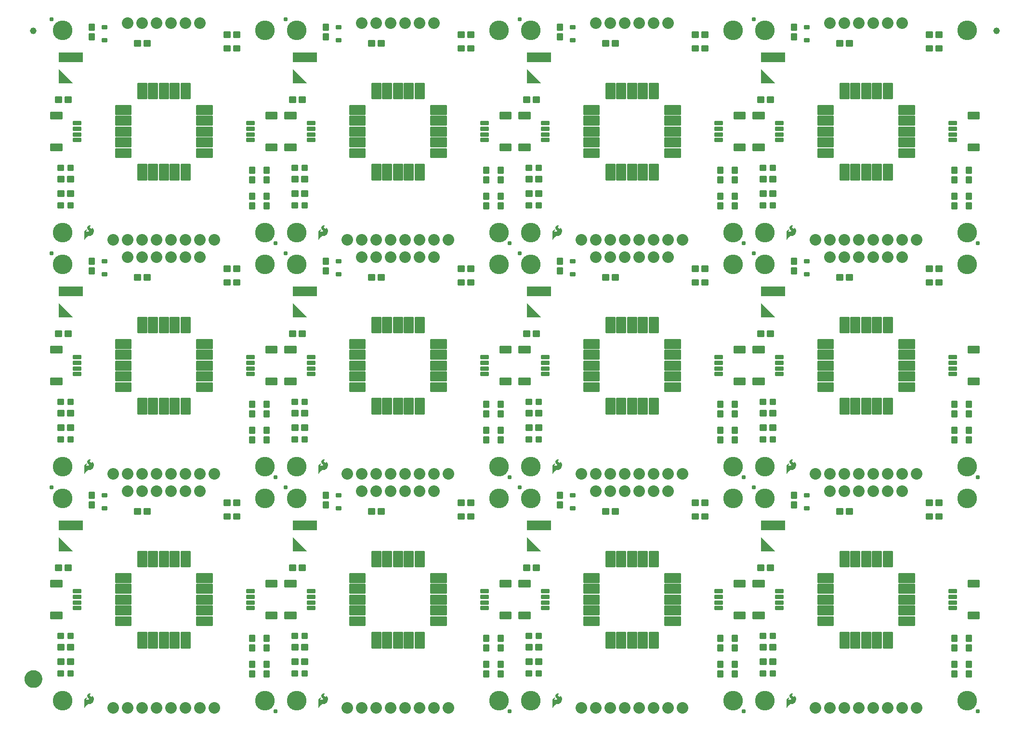
<source format=gts>
G04 EAGLE Gerber RS-274X export*
G75*
%MOMM*%
%FSLAX34Y34*%
%LPD*%
%INSoldermask Top*%
%IPPOS*%
%AMOC8*
5,1,8,0,0,1.08239X$1,22.5*%
G01*
%ADD10C,0.787400*%
%ADD11C,3.454400*%
%ADD12R,4.200000X1.700000*%
%ADD13C,0.250366*%
%ADD14C,0.253525*%
%ADD15C,0.245334*%
%ADD16C,0.449434*%
%ADD17C,0.243431*%
%ADD18C,0.255816*%
%ADD19C,2.032000*%
%ADD20C,1.152400*%
%ADD21C,1.270000*%
%ADD22C,1.652400*%

G36*
X1277402Y1110883D02*
X1277402Y1110883D01*
X1277446Y1110886D01*
X1277468Y1110902D01*
X1277494Y1110910D01*
X1277523Y1110943D01*
X1277558Y1110969D01*
X1277568Y1110995D01*
X1277586Y1111015D01*
X1277593Y1111059D01*
X1277608Y1111099D01*
X1277603Y1111126D01*
X1277607Y1111153D01*
X1277589Y1111194D01*
X1277580Y1111236D01*
X1277554Y1111272D01*
X1277550Y1111281D01*
X1277545Y1111285D01*
X1277536Y1111296D01*
X1253536Y1135296D01*
X1253498Y1135317D01*
X1253465Y1135346D01*
X1253438Y1135350D01*
X1253414Y1135363D01*
X1253370Y1135360D01*
X1253327Y1135367D01*
X1253302Y1135356D01*
X1253274Y1135354D01*
X1253239Y1135328D01*
X1253199Y1135310D01*
X1253184Y1135287D01*
X1253162Y1135271D01*
X1253146Y1135230D01*
X1253122Y1135194D01*
X1253115Y1135150D01*
X1253112Y1135141D01*
X1253113Y1135134D01*
X1253111Y1135120D01*
X1253111Y1111120D01*
X1253116Y1111104D01*
X1253113Y1111087D01*
X1253135Y1111037D01*
X1253150Y1110986D01*
X1253163Y1110975D01*
X1253170Y1110959D01*
X1253215Y1110929D01*
X1253255Y1110894D01*
X1253272Y1110891D01*
X1253287Y1110882D01*
X1253360Y1110871D01*
X1277360Y1110871D01*
X1277402Y1110883D01*
G37*
G36*
X865922Y1110883D02*
X865922Y1110883D01*
X865966Y1110886D01*
X865988Y1110902D01*
X866014Y1110910D01*
X866043Y1110943D01*
X866078Y1110969D01*
X866088Y1110995D01*
X866106Y1111015D01*
X866113Y1111059D01*
X866128Y1111099D01*
X866123Y1111126D01*
X866127Y1111153D01*
X866109Y1111194D01*
X866100Y1111236D01*
X866074Y1111272D01*
X866070Y1111281D01*
X866065Y1111285D01*
X866056Y1111296D01*
X842056Y1135296D01*
X842018Y1135317D01*
X841985Y1135346D01*
X841958Y1135350D01*
X841934Y1135363D01*
X841890Y1135360D01*
X841847Y1135367D01*
X841822Y1135356D01*
X841794Y1135354D01*
X841759Y1135328D01*
X841719Y1135310D01*
X841704Y1135287D01*
X841682Y1135271D01*
X841666Y1135230D01*
X841642Y1135194D01*
X841635Y1135150D01*
X841632Y1135141D01*
X841633Y1135134D01*
X841631Y1135120D01*
X841631Y1111120D01*
X841636Y1111104D01*
X841633Y1111087D01*
X841655Y1111037D01*
X841670Y1110986D01*
X841683Y1110975D01*
X841690Y1110959D01*
X841735Y1110929D01*
X841775Y1110894D01*
X841792Y1110891D01*
X841807Y1110882D01*
X841880Y1110871D01*
X865880Y1110871D01*
X865922Y1110883D01*
G37*
G36*
X454442Y1110883D02*
X454442Y1110883D01*
X454486Y1110886D01*
X454508Y1110902D01*
X454534Y1110910D01*
X454563Y1110943D01*
X454598Y1110969D01*
X454608Y1110995D01*
X454626Y1111015D01*
X454633Y1111059D01*
X454648Y1111099D01*
X454643Y1111126D01*
X454647Y1111153D01*
X454629Y1111194D01*
X454620Y1111236D01*
X454594Y1111272D01*
X454590Y1111281D01*
X454585Y1111285D01*
X454576Y1111296D01*
X430576Y1135296D01*
X430538Y1135317D01*
X430505Y1135346D01*
X430478Y1135350D01*
X430454Y1135363D01*
X430410Y1135360D01*
X430367Y1135367D01*
X430342Y1135356D01*
X430314Y1135354D01*
X430279Y1135328D01*
X430239Y1135310D01*
X430224Y1135287D01*
X430202Y1135271D01*
X430186Y1135230D01*
X430162Y1135194D01*
X430155Y1135150D01*
X430152Y1135141D01*
X430153Y1135134D01*
X430151Y1135120D01*
X430151Y1111120D01*
X430156Y1111104D01*
X430153Y1111087D01*
X430175Y1111037D01*
X430190Y1110986D01*
X430203Y1110975D01*
X430210Y1110959D01*
X430255Y1110929D01*
X430295Y1110894D01*
X430312Y1110891D01*
X430327Y1110882D01*
X430400Y1110871D01*
X454400Y1110871D01*
X454442Y1110883D01*
G37*
G36*
X42962Y1110883D02*
X42962Y1110883D01*
X43006Y1110886D01*
X43028Y1110902D01*
X43054Y1110910D01*
X43083Y1110943D01*
X43118Y1110969D01*
X43128Y1110995D01*
X43146Y1111015D01*
X43153Y1111059D01*
X43168Y1111099D01*
X43163Y1111126D01*
X43167Y1111153D01*
X43149Y1111194D01*
X43140Y1111236D01*
X43114Y1111272D01*
X43110Y1111281D01*
X43105Y1111285D01*
X43096Y1111296D01*
X19096Y1135296D01*
X19058Y1135317D01*
X19025Y1135346D01*
X18998Y1135350D01*
X18974Y1135363D01*
X18930Y1135360D01*
X18887Y1135367D01*
X18862Y1135356D01*
X18834Y1135354D01*
X18799Y1135328D01*
X18759Y1135310D01*
X18744Y1135287D01*
X18722Y1135271D01*
X18706Y1135230D01*
X18682Y1135194D01*
X18675Y1135150D01*
X18672Y1135141D01*
X18673Y1135134D01*
X18671Y1135120D01*
X18671Y1111120D01*
X18676Y1111104D01*
X18673Y1111087D01*
X18695Y1111037D01*
X18710Y1110986D01*
X18723Y1110975D01*
X18730Y1110959D01*
X18775Y1110929D01*
X18815Y1110894D01*
X18832Y1110891D01*
X18847Y1110882D01*
X18920Y1110871D01*
X42920Y1110871D01*
X42962Y1110883D01*
G37*
G36*
X1277402Y699403D02*
X1277402Y699403D01*
X1277446Y699406D01*
X1277468Y699422D01*
X1277494Y699430D01*
X1277523Y699463D01*
X1277558Y699489D01*
X1277568Y699515D01*
X1277586Y699535D01*
X1277593Y699579D01*
X1277608Y699619D01*
X1277603Y699646D01*
X1277607Y699673D01*
X1277589Y699714D01*
X1277580Y699756D01*
X1277554Y699792D01*
X1277550Y699801D01*
X1277545Y699805D01*
X1277536Y699816D01*
X1253536Y723816D01*
X1253498Y723837D01*
X1253465Y723866D01*
X1253438Y723870D01*
X1253414Y723883D01*
X1253370Y723880D01*
X1253327Y723887D01*
X1253302Y723876D01*
X1253274Y723874D01*
X1253239Y723848D01*
X1253199Y723830D01*
X1253184Y723807D01*
X1253162Y723791D01*
X1253146Y723750D01*
X1253122Y723714D01*
X1253115Y723670D01*
X1253112Y723661D01*
X1253113Y723654D01*
X1253111Y723640D01*
X1253111Y699640D01*
X1253116Y699624D01*
X1253113Y699607D01*
X1253135Y699557D01*
X1253150Y699506D01*
X1253163Y699495D01*
X1253170Y699479D01*
X1253215Y699449D01*
X1253255Y699414D01*
X1253272Y699411D01*
X1253287Y699402D01*
X1253360Y699391D01*
X1277360Y699391D01*
X1277402Y699403D01*
G37*
G36*
X42962Y699403D02*
X42962Y699403D01*
X43006Y699406D01*
X43028Y699422D01*
X43054Y699430D01*
X43083Y699463D01*
X43118Y699489D01*
X43128Y699515D01*
X43146Y699535D01*
X43153Y699579D01*
X43168Y699619D01*
X43163Y699646D01*
X43167Y699673D01*
X43149Y699714D01*
X43140Y699756D01*
X43114Y699792D01*
X43110Y699801D01*
X43105Y699805D01*
X43096Y699816D01*
X19096Y723816D01*
X19058Y723837D01*
X19025Y723866D01*
X18998Y723870D01*
X18974Y723883D01*
X18930Y723880D01*
X18887Y723887D01*
X18862Y723876D01*
X18834Y723874D01*
X18799Y723848D01*
X18759Y723830D01*
X18744Y723807D01*
X18722Y723791D01*
X18706Y723750D01*
X18682Y723714D01*
X18675Y723670D01*
X18672Y723661D01*
X18673Y723654D01*
X18671Y723640D01*
X18671Y699640D01*
X18676Y699624D01*
X18673Y699607D01*
X18695Y699557D01*
X18710Y699506D01*
X18723Y699495D01*
X18730Y699479D01*
X18775Y699449D01*
X18815Y699414D01*
X18832Y699411D01*
X18847Y699402D01*
X18920Y699391D01*
X42920Y699391D01*
X42962Y699403D01*
G37*
G36*
X454442Y699403D02*
X454442Y699403D01*
X454486Y699406D01*
X454508Y699422D01*
X454534Y699430D01*
X454563Y699463D01*
X454598Y699489D01*
X454608Y699515D01*
X454626Y699535D01*
X454633Y699579D01*
X454648Y699619D01*
X454643Y699646D01*
X454647Y699673D01*
X454629Y699714D01*
X454620Y699756D01*
X454594Y699792D01*
X454590Y699801D01*
X454585Y699805D01*
X454576Y699816D01*
X430576Y723816D01*
X430538Y723837D01*
X430505Y723866D01*
X430478Y723870D01*
X430454Y723883D01*
X430410Y723880D01*
X430367Y723887D01*
X430342Y723876D01*
X430314Y723874D01*
X430279Y723848D01*
X430239Y723830D01*
X430224Y723807D01*
X430202Y723791D01*
X430186Y723750D01*
X430162Y723714D01*
X430155Y723670D01*
X430152Y723661D01*
X430153Y723654D01*
X430151Y723640D01*
X430151Y699640D01*
X430156Y699624D01*
X430153Y699607D01*
X430175Y699557D01*
X430190Y699506D01*
X430203Y699495D01*
X430210Y699479D01*
X430255Y699449D01*
X430295Y699414D01*
X430312Y699411D01*
X430327Y699402D01*
X430400Y699391D01*
X454400Y699391D01*
X454442Y699403D01*
G37*
G36*
X865922Y699403D02*
X865922Y699403D01*
X865966Y699406D01*
X865988Y699422D01*
X866014Y699430D01*
X866043Y699463D01*
X866078Y699489D01*
X866088Y699515D01*
X866106Y699535D01*
X866113Y699579D01*
X866128Y699619D01*
X866123Y699646D01*
X866127Y699673D01*
X866109Y699714D01*
X866100Y699756D01*
X866074Y699792D01*
X866070Y699801D01*
X866065Y699805D01*
X866056Y699816D01*
X842056Y723816D01*
X842018Y723837D01*
X841985Y723866D01*
X841958Y723870D01*
X841934Y723883D01*
X841890Y723880D01*
X841847Y723887D01*
X841822Y723876D01*
X841794Y723874D01*
X841759Y723848D01*
X841719Y723830D01*
X841704Y723807D01*
X841682Y723791D01*
X841666Y723750D01*
X841642Y723714D01*
X841635Y723670D01*
X841632Y723661D01*
X841633Y723654D01*
X841631Y723640D01*
X841631Y699640D01*
X841636Y699624D01*
X841633Y699607D01*
X841655Y699557D01*
X841670Y699506D01*
X841683Y699495D01*
X841690Y699479D01*
X841735Y699449D01*
X841775Y699414D01*
X841792Y699411D01*
X841807Y699402D01*
X841880Y699391D01*
X865880Y699391D01*
X865922Y699403D01*
G37*
G36*
X1277402Y287923D02*
X1277402Y287923D01*
X1277446Y287926D01*
X1277468Y287942D01*
X1277494Y287950D01*
X1277523Y287983D01*
X1277558Y288009D01*
X1277568Y288035D01*
X1277586Y288055D01*
X1277593Y288099D01*
X1277608Y288139D01*
X1277603Y288166D01*
X1277607Y288193D01*
X1277589Y288234D01*
X1277580Y288276D01*
X1277554Y288312D01*
X1277550Y288321D01*
X1277545Y288325D01*
X1277536Y288336D01*
X1253536Y312336D01*
X1253498Y312357D01*
X1253465Y312386D01*
X1253438Y312390D01*
X1253414Y312403D01*
X1253370Y312400D01*
X1253327Y312407D01*
X1253302Y312396D01*
X1253274Y312394D01*
X1253239Y312368D01*
X1253199Y312350D01*
X1253184Y312327D01*
X1253162Y312311D01*
X1253146Y312270D01*
X1253122Y312234D01*
X1253115Y312190D01*
X1253112Y312181D01*
X1253113Y312174D01*
X1253111Y312160D01*
X1253111Y288160D01*
X1253116Y288144D01*
X1253113Y288127D01*
X1253135Y288077D01*
X1253150Y288026D01*
X1253163Y288015D01*
X1253170Y287999D01*
X1253215Y287969D01*
X1253255Y287934D01*
X1253272Y287931D01*
X1253287Y287922D01*
X1253360Y287911D01*
X1277360Y287911D01*
X1277402Y287923D01*
G37*
G36*
X865922Y287923D02*
X865922Y287923D01*
X865966Y287926D01*
X865988Y287942D01*
X866014Y287950D01*
X866043Y287983D01*
X866078Y288009D01*
X866088Y288035D01*
X866106Y288055D01*
X866113Y288099D01*
X866128Y288139D01*
X866123Y288166D01*
X866127Y288193D01*
X866109Y288234D01*
X866100Y288276D01*
X866074Y288312D01*
X866070Y288321D01*
X866065Y288325D01*
X866056Y288336D01*
X842056Y312336D01*
X842018Y312357D01*
X841985Y312386D01*
X841958Y312390D01*
X841934Y312403D01*
X841890Y312400D01*
X841847Y312407D01*
X841822Y312396D01*
X841794Y312394D01*
X841759Y312368D01*
X841719Y312350D01*
X841704Y312327D01*
X841682Y312311D01*
X841666Y312270D01*
X841642Y312234D01*
X841635Y312190D01*
X841632Y312181D01*
X841633Y312174D01*
X841631Y312160D01*
X841631Y288160D01*
X841636Y288144D01*
X841633Y288127D01*
X841655Y288077D01*
X841670Y288026D01*
X841683Y288015D01*
X841690Y287999D01*
X841735Y287969D01*
X841775Y287934D01*
X841792Y287931D01*
X841807Y287922D01*
X841880Y287911D01*
X865880Y287911D01*
X865922Y287923D01*
G37*
G36*
X454442Y287923D02*
X454442Y287923D01*
X454486Y287926D01*
X454508Y287942D01*
X454534Y287950D01*
X454563Y287983D01*
X454598Y288009D01*
X454608Y288035D01*
X454626Y288055D01*
X454633Y288099D01*
X454648Y288139D01*
X454643Y288166D01*
X454647Y288193D01*
X454629Y288234D01*
X454620Y288276D01*
X454594Y288312D01*
X454590Y288321D01*
X454585Y288325D01*
X454576Y288336D01*
X430576Y312336D01*
X430538Y312357D01*
X430505Y312386D01*
X430478Y312390D01*
X430454Y312403D01*
X430410Y312400D01*
X430367Y312407D01*
X430342Y312396D01*
X430314Y312394D01*
X430279Y312368D01*
X430239Y312350D01*
X430224Y312327D01*
X430202Y312311D01*
X430186Y312270D01*
X430162Y312234D01*
X430155Y312190D01*
X430152Y312181D01*
X430153Y312174D01*
X430151Y312160D01*
X430151Y288160D01*
X430156Y288144D01*
X430153Y288127D01*
X430175Y288077D01*
X430190Y288026D01*
X430203Y288015D01*
X430210Y287999D01*
X430255Y287969D01*
X430295Y287934D01*
X430312Y287931D01*
X430327Y287922D01*
X430400Y287911D01*
X454400Y287911D01*
X454442Y287923D01*
G37*
G36*
X42962Y287923D02*
X42962Y287923D01*
X43006Y287926D01*
X43028Y287942D01*
X43054Y287950D01*
X43083Y287983D01*
X43118Y288009D01*
X43128Y288035D01*
X43146Y288055D01*
X43153Y288099D01*
X43168Y288139D01*
X43163Y288166D01*
X43167Y288193D01*
X43149Y288234D01*
X43140Y288276D01*
X43114Y288312D01*
X43110Y288321D01*
X43105Y288325D01*
X43096Y288336D01*
X19096Y312336D01*
X19058Y312357D01*
X19025Y312386D01*
X18998Y312390D01*
X18974Y312403D01*
X18930Y312400D01*
X18887Y312407D01*
X18862Y312396D01*
X18834Y312394D01*
X18799Y312368D01*
X18759Y312350D01*
X18744Y312327D01*
X18722Y312311D01*
X18706Y312270D01*
X18682Y312234D01*
X18675Y312190D01*
X18672Y312181D01*
X18673Y312174D01*
X18671Y312160D01*
X18671Y288160D01*
X18676Y288144D01*
X18673Y288127D01*
X18695Y288077D01*
X18710Y288026D01*
X18723Y288015D01*
X18730Y287999D01*
X18775Y287969D01*
X18815Y287934D01*
X18832Y287931D01*
X18847Y287922D01*
X18920Y287911D01*
X42920Y287911D01*
X42962Y287923D01*
G37*
G36*
X886608Y12502D02*
X886608Y12502D01*
X886621Y12503D01*
X886818Y12799D01*
X887115Y13095D01*
X887116Y13100D01*
X887119Y13100D01*
X887417Y13498D01*
X887915Y13995D01*
X887915Y13999D01*
X887918Y13998D01*
X888417Y14597D01*
X889015Y15195D01*
X889016Y15201D01*
X889020Y15201D01*
X889518Y15898D01*
X890815Y17195D01*
X890815Y17199D01*
X890818Y17198D01*
X891315Y17795D01*
X892308Y18590D01*
X892797Y18883D01*
X893384Y18981D01*
X895280Y18981D01*
X895281Y18982D01*
X895286Y18982D01*
X895287Y18982D01*
X895288Y18981D01*
X896488Y19181D01*
X896491Y19184D01*
X896493Y19183D01*
X897593Y19483D01*
X897596Y19486D01*
X897598Y19484D01*
X898598Y19884D01*
X898601Y19889D01*
X898605Y19888D01*
X899605Y20488D01*
X899608Y20494D01*
X899612Y20493D01*
X900412Y21193D01*
X900413Y21195D01*
X900415Y21195D01*
X901215Y21995D01*
X901215Y22000D01*
X901219Y22000D01*
X901919Y22900D01*
X901919Y22906D01*
X901923Y22906D01*
X902923Y24706D01*
X902922Y24715D01*
X902927Y24717D01*
X903427Y26517D01*
X903425Y26524D01*
X903429Y26527D01*
X903529Y28327D01*
X903524Y28335D01*
X903528Y28339D01*
X903228Y29939D01*
X903224Y29943D01*
X903226Y29947D01*
X902726Y31347D01*
X902721Y31350D01*
X902723Y31355D01*
X902023Y32555D01*
X902016Y32558D01*
X902017Y32563D01*
X901217Y33463D01*
X901204Y33465D01*
X901202Y33474D01*
X900402Y33874D01*
X900397Y33873D01*
X900393Y33877D01*
X900385Y33871D01*
X900344Y33863D01*
X900347Y33843D01*
X900331Y33830D01*
X900331Y33038D01*
X900139Y32462D01*
X899858Y32275D01*
X899572Y32179D01*
X898892Y32179D01*
X898105Y32573D01*
X897809Y32770D01*
X897410Y33069D01*
X897407Y33069D01*
X897407Y33071D01*
X897111Y33268D01*
X896821Y33559D01*
X896624Y33952D01*
X896620Y33954D01*
X896621Y33957D01*
X896426Y34250D01*
X896328Y34642D01*
X896326Y34644D01*
X896327Y34646D01*
X896232Y34930D01*
X896326Y35211D01*
X896424Y35408D01*
X896423Y35413D01*
X896427Y35414D01*
X896525Y35708D01*
X896716Y35996D01*
X897106Y36288D01*
X897496Y36483D01*
X897990Y36582D01*
X897991Y36583D01*
X897992Y36582D01*
X898386Y36681D01*
X898672Y36681D01*
X898964Y36583D01*
X898975Y36587D01*
X898980Y36581D01*
X899280Y36581D01*
X899291Y36589D01*
X899304Y36587D01*
X899306Y36600D01*
X899327Y36617D01*
X899311Y36638D01*
X899315Y36665D01*
X899215Y36765D01*
X899210Y36766D01*
X899210Y36769D01*
X898810Y37069D01*
X898803Y37069D01*
X898802Y37074D01*
X898202Y37374D01*
X898198Y37373D01*
X898197Y37376D01*
X897397Y37676D01*
X897396Y37676D01*
X897396Y37677D01*
X896496Y37977D01*
X896485Y37973D01*
X896480Y37979D01*
X895480Y37979D01*
X895475Y37975D01*
X895471Y37978D01*
X894371Y37778D01*
X894363Y37770D01*
X894356Y37773D01*
X893256Y37173D01*
X893253Y37166D01*
X893247Y37167D01*
X892347Y36367D01*
X892346Y36359D01*
X892340Y36359D01*
X891840Y35659D01*
X891840Y35648D01*
X891833Y35646D01*
X891533Y34746D01*
X891537Y34735D01*
X891531Y34730D01*
X891531Y33930D01*
X891536Y33924D01*
X891532Y33919D01*
X891732Y33019D01*
X891740Y33013D01*
X891737Y33006D01*
X892237Y32106D01*
X892244Y32103D01*
X892243Y32098D01*
X892943Y31298D01*
X892943Y31297D01*
X893743Y30397D01*
X894438Y29603D01*
X894731Y28920D01*
X894731Y28238D01*
X894536Y27654D01*
X894146Y27167D01*
X893560Y26776D01*
X892774Y26579D01*
X891985Y26579D01*
X891494Y26677D01*
X891003Y26874D01*
X890711Y27068D01*
X890421Y27359D01*
X890226Y27749D01*
X890129Y28038D01*
X890129Y28322D01*
X890225Y28608D01*
X890418Y28899D01*
X890807Y29287D01*
X891096Y29383D01*
X891099Y29388D01*
X891102Y29386D01*
X891502Y29586D01*
X891507Y29596D01*
X891515Y29595D01*
X891615Y29695D01*
X891615Y29697D01*
X891616Y29697D01*
X891616Y29701D01*
X891623Y29754D01*
X891605Y29757D01*
X891602Y29774D01*
X891402Y29874D01*
X891386Y29871D01*
X891380Y29879D01*
X891186Y29879D01*
X890792Y29978D01*
X890784Y29974D01*
X890780Y29979D01*
X889980Y29979D01*
X889975Y29976D01*
X889972Y29979D01*
X889372Y29879D01*
X889366Y29873D01*
X889362Y29876D01*
X888362Y29476D01*
X888357Y29468D01*
X888350Y29469D01*
X887952Y29171D01*
X887455Y28872D01*
X887448Y28857D01*
X887438Y28855D01*
X887138Y28355D01*
X887138Y28352D01*
X887136Y28352D01*
X886836Y27752D01*
X886837Y27747D01*
X886833Y27746D01*
X886633Y27146D01*
X886636Y27138D01*
X886631Y27135D01*
X886431Y25335D01*
X886433Y25332D01*
X886431Y25330D01*
X886431Y12530D01*
X886467Y12483D01*
X886474Y12488D01*
X886480Y12481D01*
X886580Y12481D01*
X886608Y12502D01*
G37*
G36*
X475128Y423982D02*
X475128Y423982D01*
X475141Y423983D01*
X475338Y424279D01*
X475635Y424575D01*
X475636Y424580D01*
X475639Y424580D01*
X475937Y424978D01*
X476435Y425475D01*
X476435Y425479D01*
X476438Y425478D01*
X476937Y426077D01*
X477535Y426675D01*
X477536Y426681D01*
X477540Y426681D01*
X478038Y427378D01*
X479335Y428675D01*
X479335Y428679D01*
X479338Y428678D01*
X479835Y429275D01*
X480828Y430070D01*
X481317Y430363D01*
X481904Y430461D01*
X483800Y430461D01*
X483801Y430462D01*
X483806Y430462D01*
X483807Y430462D01*
X483808Y430461D01*
X485008Y430661D01*
X485011Y430664D01*
X485013Y430663D01*
X486113Y430963D01*
X486116Y430966D01*
X486118Y430964D01*
X487118Y431364D01*
X487121Y431369D01*
X487125Y431368D01*
X488125Y431968D01*
X488128Y431974D01*
X488132Y431973D01*
X488932Y432673D01*
X488933Y432675D01*
X488935Y432675D01*
X489735Y433475D01*
X489735Y433480D01*
X489739Y433480D01*
X490439Y434380D01*
X490439Y434386D01*
X490443Y434386D01*
X491443Y436186D01*
X491442Y436195D01*
X491447Y436197D01*
X491947Y437997D01*
X491945Y438004D01*
X491949Y438007D01*
X492049Y439807D01*
X492044Y439815D01*
X492048Y439819D01*
X491748Y441419D01*
X491744Y441423D01*
X491746Y441427D01*
X491246Y442827D01*
X491241Y442830D01*
X491243Y442835D01*
X490543Y444035D01*
X490536Y444038D01*
X490537Y444043D01*
X489737Y444943D01*
X489724Y444945D01*
X489722Y444954D01*
X488922Y445354D01*
X488917Y445353D01*
X488913Y445357D01*
X488905Y445351D01*
X488864Y445343D01*
X488867Y445323D01*
X488851Y445310D01*
X488851Y444518D01*
X488659Y443942D01*
X488378Y443755D01*
X488092Y443659D01*
X487412Y443659D01*
X486625Y444053D01*
X486329Y444250D01*
X485930Y444549D01*
X485927Y444549D01*
X485927Y444551D01*
X485631Y444748D01*
X485341Y445039D01*
X485144Y445432D01*
X485140Y445434D01*
X485141Y445437D01*
X484946Y445730D01*
X484848Y446122D01*
X484846Y446124D01*
X484847Y446126D01*
X484752Y446410D01*
X484846Y446691D01*
X484944Y446888D01*
X484943Y446893D01*
X484947Y446894D01*
X485045Y447188D01*
X485236Y447476D01*
X485626Y447768D01*
X486016Y447963D01*
X486510Y448062D01*
X486511Y448063D01*
X486512Y448062D01*
X486906Y448161D01*
X487192Y448161D01*
X487484Y448063D01*
X487495Y448067D01*
X487500Y448061D01*
X487800Y448061D01*
X487811Y448069D01*
X487824Y448067D01*
X487826Y448080D01*
X487847Y448097D01*
X487831Y448118D01*
X487835Y448145D01*
X487735Y448245D01*
X487730Y448246D01*
X487730Y448249D01*
X487330Y448549D01*
X487323Y448549D01*
X487322Y448554D01*
X486722Y448854D01*
X486718Y448853D01*
X486717Y448856D01*
X485917Y449156D01*
X485916Y449156D01*
X485916Y449157D01*
X485016Y449457D01*
X485005Y449453D01*
X485000Y449459D01*
X484000Y449459D01*
X483995Y449455D01*
X483991Y449458D01*
X482891Y449258D01*
X482883Y449250D01*
X482876Y449253D01*
X481776Y448653D01*
X481773Y448646D01*
X481767Y448647D01*
X480867Y447847D01*
X480866Y447839D01*
X480860Y447839D01*
X480360Y447139D01*
X480360Y447128D01*
X480353Y447126D01*
X480053Y446226D01*
X480057Y446215D01*
X480051Y446210D01*
X480051Y445410D01*
X480056Y445404D01*
X480052Y445399D01*
X480252Y444499D01*
X480260Y444493D01*
X480257Y444486D01*
X480757Y443586D01*
X480764Y443583D01*
X480763Y443578D01*
X481463Y442778D01*
X481463Y442777D01*
X482263Y441877D01*
X482958Y441083D01*
X483251Y440400D01*
X483251Y439718D01*
X483056Y439134D01*
X482666Y438647D01*
X482080Y438256D01*
X481294Y438059D01*
X480505Y438059D01*
X480014Y438157D01*
X479523Y438354D01*
X479231Y438548D01*
X478941Y438839D01*
X478746Y439229D01*
X478649Y439518D01*
X478649Y439802D01*
X478745Y440088D01*
X478938Y440379D01*
X479327Y440767D01*
X479616Y440863D01*
X479619Y440868D01*
X479622Y440866D01*
X480022Y441066D01*
X480027Y441076D01*
X480035Y441075D01*
X480135Y441175D01*
X480135Y441177D01*
X480136Y441177D01*
X480136Y441181D01*
X480143Y441234D01*
X480125Y441237D01*
X480122Y441254D01*
X479922Y441354D01*
X479906Y441351D01*
X479900Y441359D01*
X479706Y441359D01*
X479312Y441458D01*
X479304Y441454D01*
X479300Y441459D01*
X478500Y441459D01*
X478495Y441456D01*
X478492Y441459D01*
X477892Y441359D01*
X477886Y441353D01*
X477882Y441356D01*
X476882Y440956D01*
X476877Y440948D01*
X476870Y440949D01*
X476472Y440651D01*
X475975Y440352D01*
X475968Y440337D01*
X475958Y440335D01*
X475658Y439835D01*
X475658Y439832D01*
X475656Y439832D01*
X475356Y439232D01*
X475357Y439227D01*
X475353Y439226D01*
X475153Y438626D01*
X475156Y438618D01*
X475151Y438615D01*
X474951Y436815D01*
X474953Y436812D01*
X474951Y436810D01*
X474951Y424010D01*
X474987Y423963D01*
X474994Y423968D01*
X475000Y423961D01*
X475100Y423961D01*
X475128Y423982D01*
G37*
G36*
X1298088Y423982D02*
X1298088Y423982D01*
X1298101Y423983D01*
X1298298Y424279D01*
X1298595Y424575D01*
X1298596Y424580D01*
X1298599Y424580D01*
X1298897Y424978D01*
X1299395Y425475D01*
X1299395Y425479D01*
X1299398Y425478D01*
X1299897Y426077D01*
X1300495Y426675D01*
X1300496Y426681D01*
X1300500Y426681D01*
X1300998Y427378D01*
X1302295Y428675D01*
X1302295Y428679D01*
X1302298Y428678D01*
X1302795Y429275D01*
X1303788Y430070D01*
X1304277Y430363D01*
X1304864Y430461D01*
X1306760Y430461D01*
X1306761Y430462D01*
X1306766Y430462D01*
X1306767Y430462D01*
X1306768Y430461D01*
X1307968Y430661D01*
X1307971Y430664D01*
X1307973Y430663D01*
X1309073Y430963D01*
X1309076Y430966D01*
X1309078Y430964D01*
X1310078Y431364D01*
X1310081Y431369D01*
X1310085Y431368D01*
X1311085Y431968D01*
X1311088Y431974D01*
X1311092Y431973D01*
X1311892Y432673D01*
X1311893Y432675D01*
X1311895Y432675D01*
X1312695Y433475D01*
X1312695Y433480D01*
X1312699Y433480D01*
X1313399Y434380D01*
X1313399Y434386D01*
X1313403Y434386D01*
X1314403Y436186D01*
X1314402Y436195D01*
X1314407Y436197D01*
X1314907Y437997D01*
X1314905Y438004D01*
X1314909Y438007D01*
X1315009Y439807D01*
X1315004Y439815D01*
X1315008Y439819D01*
X1314708Y441419D01*
X1314704Y441423D01*
X1314706Y441427D01*
X1314206Y442827D01*
X1314201Y442830D01*
X1314203Y442835D01*
X1313503Y444035D01*
X1313496Y444038D01*
X1313497Y444043D01*
X1312697Y444943D01*
X1312684Y444945D01*
X1312682Y444954D01*
X1311882Y445354D01*
X1311877Y445353D01*
X1311873Y445357D01*
X1311865Y445351D01*
X1311824Y445343D01*
X1311827Y445323D01*
X1311811Y445310D01*
X1311811Y444518D01*
X1311619Y443942D01*
X1311338Y443755D01*
X1311052Y443659D01*
X1310372Y443659D01*
X1309585Y444053D01*
X1309289Y444250D01*
X1308890Y444549D01*
X1308887Y444549D01*
X1308887Y444551D01*
X1308591Y444748D01*
X1308301Y445039D01*
X1308104Y445432D01*
X1308100Y445434D01*
X1308101Y445437D01*
X1307906Y445730D01*
X1307808Y446122D01*
X1307806Y446124D01*
X1307807Y446126D01*
X1307712Y446410D01*
X1307806Y446691D01*
X1307904Y446888D01*
X1307903Y446893D01*
X1307907Y446894D01*
X1308005Y447188D01*
X1308196Y447476D01*
X1308586Y447768D01*
X1308976Y447963D01*
X1309470Y448062D01*
X1309471Y448063D01*
X1309472Y448062D01*
X1309866Y448161D01*
X1310152Y448161D01*
X1310444Y448063D01*
X1310455Y448067D01*
X1310460Y448061D01*
X1310760Y448061D01*
X1310771Y448069D01*
X1310784Y448067D01*
X1310786Y448080D01*
X1310807Y448097D01*
X1310791Y448118D01*
X1310795Y448145D01*
X1310695Y448245D01*
X1310690Y448246D01*
X1310690Y448249D01*
X1310290Y448549D01*
X1310283Y448549D01*
X1310282Y448554D01*
X1309682Y448854D01*
X1309678Y448853D01*
X1309677Y448856D01*
X1308877Y449156D01*
X1308876Y449156D01*
X1308876Y449157D01*
X1307976Y449457D01*
X1307965Y449453D01*
X1307960Y449459D01*
X1306960Y449459D01*
X1306955Y449455D01*
X1306951Y449458D01*
X1305851Y449258D01*
X1305843Y449250D01*
X1305836Y449253D01*
X1304736Y448653D01*
X1304733Y448646D01*
X1304727Y448647D01*
X1303827Y447847D01*
X1303826Y447839D01*
X1303820Y447839D01*
X1303320Y447139D01*
X1303320Y447128D01*
X1303313Y447126D01*
X1303013Y446226D01*
X1303017Y446215D01*
X1303011Y446210D01*
X1303011Y445410D01*
X1303016Y445404D01*
X1303012Y445399D01*
X1303212Y444499D01*
X1303220Y444493D01*
X1303217Y444486D01*
X1303717Y443586D01*
X1303724Y443583D01*
X1303723Y443578D01*
X1304423Y442778D01*
X1304423Y442777D01*
X1305223Y441877D01*
X1305918Y441083D01*
X1306211Y440400D01*
X1306211Y439718D01*
X1306016Y439134D01*
X1305626Y438647D01*
X1305040Y438256D01*
X1304254Y438059D01*
X1303465Y438059D01*
X1302974Y438157D01*
X1302483Y438354D01*
X1302191Y438548D01*
X1301901Y438839D01*
X1301706Y439229D01*
X1301609Y439518D01*
X1301609Y439802D01*
X1301705Y440088D01*
X1301898Y440379D01*
X1302287Y440767D01*
X1302576Y440863D01*
X1302579Y440868D01*
X1302582Y440866D01*
X1302982Y441066D01*
X1302987Y441076D01*
X1302995Y441075D01*
X1303095Y441175D01*
X1303095Y441177D01*
X1303096Y441177D01*
X1303096Y441181D01*
X1303103Y441234D01*
X1303085Y441237D01*
X1303082Y441254D01*
X1302882Y441354D01*
X1302866Y441351D01*
X1302860Y441359D01*
X1302666Y441359D01*
X1302272Y441458D01*
X1302264Y441454D01*
X1302260Y441459D01*
X1301460Y441459D01*
X1301455Y441456D01*
X1301452Y441459D01*
X1300852Y441359D01*
X1300846Y441353D01*
X1300842Y441356D01*
X1299842Y440956D01*
X1299837Y440948D01*
X1299830Y440949D01*
X1299432Y440651D01*
X1298935Y440352D01*
X1298928Y440337D01*
X1298918Y440335D01*
X1298618Y439835D01*
X1298618Y439832D01*
X1298616Y439832D01*
X1298316Y439232D01*
X1298317Y439227D01*
X1298313Y439226D01*
X1298113Y438626D01*
X1298116Y438618D01*
X1298111Y438615D01*
X1297911Y436815D01*
X1297913Y436812D01*
X1297911Y436810D01*
X1297911Y424010D01*
X1297947Y423963D01*
X1297954Y423968D01*
X1297960Y423961D01*
X1298060Y423961D01*
X1298088Y423982D01*
G37*
G36*
X63648Y423982D02*
X63648Y423982D01*
X63661Y423983D01*
X63858Y424279D01*
X64155Y424575D01*
X64156Y424580D01*
X64159Y424580D01*
X64457Y424978D01*
X64955Y425475D01*
X64955Y425479D01*
X64958Y425478D01*
X65457Y426077D01*
X66055Y426675D01*
X66056Y426681D01*
X66060Y426681D01*
X66558Y427378D01*
X67855Y428675D01*
X67855Y428679D01*
X67858Y428678D01*
X68355Y429275D01*
X69348Y430070D01*
X69837Y430363D01*
X70424Y430461D01*
X72320Y430461D01*
X72321Y430462D01*
X72326Y430462D01*
X72327Y430462D01*
X72328Y430461D01*
X73528Y430661D01*
X73531Y430664D01*
X73533Y430663D01*
X74633Y430963D01*
X74636Y430966D01*
X74638Y430964D01*
X75638Y431364D01*
X75641Y431369D01*
X75645Y431368D01*
X76645Y431968D01*
X76648Y431974D01*
X76652Y431973D01*
X77452Y432673D01*
X77453Y432675D01*
X77455Y432675D01*
X78255Y433475D01*
X78255Y433480D01*
X78259Y433480D01*
X78959Y434380D01*
X78959Y434386D01*
X78963Y434386D01*
X79963Y436186D01*
X79962Y436195D01*
X79967Y436197D01*
X80467Y437997D01*
X80465Y438004D01*
X80469Y438007D01*
X80569Y439807D01*
X80564Y439815D01*
X80568Y439819D01*
X80268Y441419D01*
X80264Y441423D01*
X80266Y441427D01*
X79766Y442827D01*
X79761Y442830D01*
X79763Y442835D01*
X79063Y444035D01*
X79056Y444038D01*
X79057Y444043D01*
X78257Y444943D01*
X78244Y444945D01*
X78242Y444954D01*
X77442Y445354D01*
X77437Y445353D01*
X77433Y445357D01*
X77425Y445351D01*
X77384Y445343D01*
X77387Y445323D01*
X77371Y445310D01*
X77371Y444518D01*
X77179Y443942D01*
X76898Y443755D01*
X76612Y443659D01*
X75932Y443659D01*
X75145Y444053D01*
X74849Y444250D01*
X74450Y444549D01*
X74447Y444549D01*
X74447Y444551D01*
X74151Y444748D01*
X73861Y445039D01*
X73664Y445432D01*
X73660Y445434D01*
X73661Y445437D01*
X73466Y445730D01*
X73368Y446122D01*
X73366Y446124D01*
X73367Y446126D01*
X73272Y446410D01*
X73366Y446691D01*
X73464Y446888D01*
X73463Y446893D01*
X73467Y446894D01*
X73565Y447188D01*
X73756Y447476D01*
X74146Y447768D01*
X74536Y447963D01*
X75030Y448062D01*
X75031Y448063D01*
X75032Y448062D01*
X75426Y448161D01*
X75712Y448161D01*
X76004Y448063D01*
X76015Y448067D01*
X76020Y448061D01*
X76320Y448061D01*
X76331Y448069D01*
X76344Y448067D01*
X76346Y448080D01*
X76367Y448097D01*
X76351Y448118D01*
X76355Y448145D01*
X76255Y448245D01*
X76250Y448246D01*
X76250Y448249D01*
X75850Y448549D01*
X75843Y448549D01*
X75842Y448554D01*
X75242Y448854D01*
X75238Y448853D01*
X75237Y448856D01*
X74437Y449156D01*
X74436Y449156D01*
X74436Y449157D01*
X73536Y449457D01*
X73525Y449453D01*
X73520Y449459D01*
X72520Y449459D01*
X72515Y449455D01*
X72511Y449458D01*
X71411Y449258D01*
X71403Y449250D01*
X71396Y449253D01*
X70296Y448653D01*
X70293Y448646D01*
X70287Y448647D01*
X69387Y447847D01*
X69386Y447839D01*
X69380Y447839D01*
X68880Y447139D01*
X68880Y447128D01*
X68873Y447126D01*
X68573Y446226D01*
X68577Y446215D01*
X68571Y446210D01*
X68571Y445410D01*
X68576Y445404D01*
X68572Y445399D01*
X68772Y444499D01*
X68780Y444493D01*
X68777Y444486D01*
X69277Y443586D01*
X69284Y443583D01*
X69283Y443578D01*
X69983Y442778D01*
X69983Y442777D01*
X70783Y441877D01*
X71478Y441083D01*
X71771Y440400D01*
X71771Y439718D01*
X71576Y439134D01*
X71186Y438647D01*
X70600Y438256D01*
X69814Y438059D01*
X69025Y438059D01*
X68534Y438157D01*
X68043Y438354D01*
X67751Y438548D01*
X67461Y438839D01*
X67266Y439229D01*
X67169Y439518D01*
X67169Y439802D01*
X67265Y440088D01*
X67458Y440379D01*
X67847Y440767D01*
X68136Y440863D01*
X68139Y440868D01*
X68142Y440866D01*
X68542Y441066D01*
X68547Y441076D01*
X68555Y441075D01*
X68655Y441175D01*
X68655Y441177D01*
X68656Y441177D01*
X68656Y441181D01*
X68663Y441234D01*
X68645Y441237D01*
X68642Y441254D01*
X68442Y441354D01*
X68426Y441351D01*
X68420Y441359D01*
X68226Y441359D01*
X67832Y441458D01*
X67824Y441454D01*
X67820Y441459D01*
X67020Y441459D01*
X67015Y441456D01*
X67012Y441459D01*
X66412Y441359D01*
X66406Y441353D01*
X66402Y441356D01*
X65402Y440956D01*
X65397Y440948D01*
X65390Y440949D01*
X64992Y440651D01*
X64495Y440352D01*
X64488Y440337D01*
X64478Y440335D01*
X64178Y439835D01*
X64178Y439832D01*
X64176Y439832D01*
X63876Y439232D01*
X63877Y439227D01*
X63873Y439226D01*
X63673Y438626D01*
X63676Y438618D01*
X63671Y438615D01*
X63471Y436815D01*
X63473Y436812D01*
X63471Y436810D01*
X63471Y424010D01*
X63507Y423963D01*
X63514Y423968D01*
X63520Y423961D01*
X63620Y423961D01*
X63648Y423982D01*
G37*
G36*
X886608Y423982D02*
X886608Y423982D01*
X886621Y423983D01*
X886818Y424279D01*
X887115Y424575D01*
X887116Y424580D01*
X887119Y424580D01*
X887417Y424978D01*
X887915Y425475D01*
X887915Y425479D01*
X887918Y425478D01*
X888417Y426077D01*
X889015Y426675D01*
X889016Y426681D01*
X889020Y426681D01*
X889518Y427378D01*
X890815Y428675D01*
X890815Y428679D01*
X890818Y428678D01*
X891315Y429275D01*
X892308Y430070D01*
X892797Y430363D01*
X893384Y430461D01*
X895280Y430461D01*
X895281Y430462D01*
X895286Y430462D01*
X895287Y430462D01*
X895288Y430461D01*
X896488Y430661D01*
X896491Y430664D01*
X896493Y430663D01*
X897593Y430963D01*
X897596Y430966D01*
X897598Y430964D01*
X898598Y431364D01*
X898601Y431369D01*
X898605Y431368D01*
X899605Y431968D01*
X899608Y431974D01*
X899612Y431973D01*
X900412Y432673D01*
X900413Y432675D01*
X900415Y432675D01*
X901215Y433475D01*
X901215Y433480D01*
X901219Y433480D01*
X901919Y434380D01*
X901919Y434386D01*
X901923Y434386D01*
X902923Y436186D01*
X902922Y436195D01*
X902927Y436197D01*
X903427Y437997D01*
X903425Y438004D01*
X903429Y438007D01*
X903529Y439807D01*
X903524Y439815D01*
X903528Y439819D01*
X903228Y441419D01*
X903224Y441423D01*
X903226Y441427D01*
X902726Y442827D01*
X902721Y442830D01*
X902723Y442835D01*
X902023Y444035D01*
X902016Y444038D01*
X902017Y444043D01*
X901217Y444943D01*
X901204Y444945D01*
X901202Y444954D01*
X900402Y445354D01*
X900397Y445353D01*
X900393Y445357D01*
X900385Y445351D01*
X900344Y445343D01*
X900347Y445323D01*
X900331Y445310D01*
X900331Y444518D01*
X900139Y443942D01*
X899858Y443755D01*
X899572Y443659D01*
X898892Y443659D01*
X898105Y444053D01*
X897809Y444250D01*
X897410Y444549D01*
X897407Y444549D01*
X897407Y444551D01*
X897111Y444748D01*
X896821Y445039D01*
X896624Y445432D01*
X896620Y445434D01*
X896621Y445437D01*
X896426Y445730D01*
X896328Y446122D01*
X896326Y446124D01*
X896327Y446126D01*
X896232Y446410D01*
X896326Y446691D01*
X896424Y446888D01*
X896423Y446893D01*
X896427Y446894D01*
X896525Y447188D01*
X896716Y447476D01*
X897106Y447768D01*
X897496Y447963D01*
X897990Y448062D01*
X897991Y448063D01*
X897992Y448062D01*
X898386Y448161D01*
X898672Y448161D01*
X898964Y448063D01*
X898975Y448067D01*
X898980Y448061D01*
X899280Y448061D01*
X899291Y448069D01*
X899304Y448067D01*
X899306Y448080D01*
X899327Y448097D01*
X899311Y448118D01*
X899315Y448145D01*
X899215Y448245D01*
X899210Y448246D01*
X899210Y448249D01*
X898810Y448549D01*
X898803Y448549D01*
X898802Y448554D01*
X898202Y448854D01*
X898198Y448853D01*
X898197Y448856D01*
X897397Y449156D01*
X897396Y449156D01*
X897396Y449157D01*
X896496Y449457D01*
X896485Y449453D01*
X896480Y449459D01*
X895480Y449459D01*
X895475Y449455D01*
X895471Y449458D01*
X894371Y449258D01*
X894363Y449250D01*
X894356Y449253D01*
X893256Y448653D01*
X893253Y448646D01*
X893247Y448647D01*
X892347Y447847D01*
X892346Y447839D01*
X892340Y447839D01*
X891840Y447139D01*
X891840Y447128D01*
X891833Y447126D01*
X891533Y446226D01*
X891537Y446215D01*
X891531Y446210D01*
X891531Y445410D01*
X891536Y445404D01*
X891532Y445399D01*
X891732Y444499D01*
X891740Y444493D01*
X891737Y444486D01*
X892237Y443586D01*
X892244Y443583D01*
X892243Y443578D01*
X892943Y442778D01*
X892943Y442777D01*
X893743Y441877D01*
X894438Y441083D01*
X894731Y440400D01*
X894731Y439718D01*
X894536Y439134D01*
X894146Y438647D01*
X893560Y438256D01*
X892774Y438059D01*
X891985Y438059D01*
X891494Y438157D01*
X891003Y438354D01*
X890711Y438548D01*
X890421Y438839D01*
X890226Y439229D01*
X890129Y439518D01*
X890129Y439802D01*
X890225Y440088D01*
X890418Y440379D01*
X890807Y440767D01*
X891096Y440863D01*
X891099Y440868D01*
X891102Y440866D01*
X891502Y441066D01*
X891507Y441076D01*
X891515Y441075D01*
X891615Y441175D01*
X891615Y441177D01*
X891616Y441177D01*
X891616Y441181D01*
X891623Y441234D01*
X891605Y441237D01*
X891602Y441254D01*
X891402Y441354D01*
X891386Y441351D01*
X891380Y441359D01*
X891186Y441359D01*
X890792Y441458D01*
X890784Y441454D01*
X890780Y441459D01*
X889980Y441459D01*
X889975Y441456D01*
X889972Y441459D01*
X889372Y441359D01*
X889366Y441353D01*
X889362Y441356D01*
X888362Y440956D01*
X888357Y440948D01*
X888350Y440949D01*
X887952Y440651D01*
X887455Y440352D01*
X887448Y440337D01*
X887438Y440335D01*
X887138Y439835D01*
X887138Y439832D01*
X887136Y439832D01*
X886836Y439232D01*
X886837Y439227D01*
X886833Y439226D01*
X886633Y438626D01*
X886636Y438618D01*
X886631Y438615D01*
X886431Y436815D01*
X886433Y436812D01*
X886431Y436810D01*
X886431Y424010D01*
X886467Y423963D01*
X886474Y423968D01*
X886480Y423961D01*
X886580Y423961D01*
X886608Y423982D01*
G37*
G36*
X1298088Y12502D02*
X1298088Y12502D01*
X1298101Y12503D01*
X1298298Y12799D01*
X1298595Y13095D01*
X1298596Y13100D01*
X1298599Y13100D01*
X1298897Y13498D01*
X1299395Y13995D01*
X1299395Y13999D01*
X1299398Y13998D01*
X1299897Y14597D01*
X1300495Y15195D01*
X1300496Y15201D01*
X1300500Y15201D01*
X1300998Y15898D01*
X1302295Y17195D01*
X1302295Y17199D01*
X1302298Y17198D01*
X1302795Y17795D01*
X1303788Y18590D01*
X1304277Y18883D01*
X1304864Y18981D01*
X1306760Y18981D01*
X1306761Y18982D01*
X1306766Y18982D01*
X1306767Y18982D01*
X1306768Y18981D01*
X1307968Y19181D01*
X1307971Y19184D01*
X1307973Y19183D01*
X1309073Y19483D01*
X1309076Y19486D01*
X1309078Y19484D01*
X1310078Y19884D01*
X1310081Y19889D01*
X1310085Y19888D01*
X1311085Y20488D01*
X1311088Y20494D01*
X1311092Y20493D01*
X1311892Y21193D01*
X1311893Y21195D01*
X1311895Y21195D01*
X1312695Y21995D01*
X1312695Y22000D01*
X1312699Y22000D01*
X1313399Y22900D01*
X1313399Y22906D01*
X1313403Y22906D01*
X1314403Y24706D01*
X1314402Y24715D01*
X1314407Y24717D01*
X1314907Y26517D01*
X1314905Y26524D01*
X1314909Y26527D01*
X1315009Y28327D01*
X1315004Y28335D01*
X1315008Y28339D01*
X1314708Y29939D01*
X1314704Y29943D01*
X1314706Y29947D01*
X1314206Y31347D01*
X1314201Y31350D01*
X1314203Y31355D01*
X1313503Y32555D01*
X1313496Y32558D01*
X1313497Y32563D01*
X1312697Y33463D01*
X1312684Y33465D01*
X1312682Y33474D01*
X1311882Y33874D01*
X1311877Y33873D01*
X1311873Y33877D01*
X1311865Y33871D01*
X1311824Y33863D01*
X1311827Y33843D01*
X1311811Y33830D01*
X1311811Y33038D01*
X1311619Y32462D01*
X1311338Y32275D01*
X1311052Y32179D01*
X1310372Y32179D01*
X1309585Y32573D01*
X1309289Y32770D01*
X1308890Y33069D01*
X1308887Y33069D01*
X1308887Y33071D01*
X1308591Y33268D01*
X1308301Y33559D01*
X1308104Y33952D01*
X1308100Y33954D01*
X1308101Y33957D01*
X1307906Y34250D01*
X1307808Y34642D01*
X1307806Y34644D01*
X1307807Y34646D01*
X1307712Y34930D01*
X1307806Y35211D01*
X1307904Y35408D01*
X1307903Y35413D01*
X1307907Y35414D01*
X1308005Y35708D01*
X1308196Y35996D01*
X1308586Y36288D01*
X1308976Y36483D01*
X1309470Y36582D01*
X1309471Y36583D01*
X1309472Y36582D01*
X1309866Y36681D01*
X1310152Y36681D01*
X1310444Y36583D01*
X1310455Y36587D01*
X1310460Y36581D01*
X1310760Y36581D01*
X1310771Y36589D01*
X1310784Y36587D01*
X1310786Y36600D01*
X1310807Y36617D01*
X1310791Y36638D01*
X1310795Y36665D01*
X1310695Y36765D01*
X1310690Y36766D01*
X1310690Y36769D01*
X1310290Y37069D01*
X1310283Y37069D01*
X1310282Y37074D01*
X1309682Y37374D01*
X1309678Y37373D01*
X1309677Y37376D01*
X1308877Y37676D01*
X1308876Y37676D01*
X1308876Y37677D01*
X1307976Y37977D01*
X1307965Y37973D01*
X1307960Y37979D01*
X1306960Y37979D01*
X1306955Y37975D01*
X1306951Y37978D01*
X1305851Y37778D01*
X1305843Y37770D01*
X1305836Y37773D01*
X1304736Y37173D01*
X1304733Y37166D01*
X1304727Y37167D01*
X1303827Y36367D01*
X1303826Y36359D01*
X1303820Y36359D01*
X1303320Y35659D01*
X1303320Y35648D01*
X1303313Y35646D01*
X1303013Y34746D01*
X1303017Y34735D01*
X1303011Y34730D01*
X1303011Y33930D01*
X1303016Y33924D01*
X1303012Y33919D01*
X1303212Y33019D01*
X1303220Y33013D01*
X1303217Y33006D01*
X1303717Y32106D01*
X1303724Y32103D01*
X1303723Y32098D01*
X1304423Y31298D01*
X1304423Y31297D01*
X1305223Y30397D01*
X1305918Y29603D01*
X1306211Y28920D01*
X1306211Y28238D01*
X1306016Y27654D01*
X1305626Y27167D01*
X1305040Y26776D01*
X1304254Y26579D01*
X1303465Y26579D01*
X1302974Y26677D01*
X1302483Y26874D01*
X1302191Y27068D01*
X1301901Y27359D01*
X1301706Y27749D01*
X1301609Y28038D01*
X1301609Y28322D01*
X1301705Y28608D01*
X1301898Y28899D01*
X1302287Y29287D01*
X1302576Y29383D01*
X1302579Y29388D01*
X1302582Y29386D01*
X1302982Y29586D01*
X1302987Y29596D01*
X1302995Y29595D01*
X1303095Y29695D01*
X1303095Y29697D01*
X1303096Y29697D01*
X1303096Y29701D01*
X1303103Y29754D01*
X1303085Y29757D01*
X1303082Y29774D01*
X1302882Y29874D01*
X1302866Y29871D01*
X1302860Y29879D01*
X1302666Y29879D01*
X1302272Y29978D01*
X1302264Y29974D01*
X1302260Y29979D01*
X1301460Y29979D01*
X1301455Y29976D01*
X1301452Y29979D01*
X1300852Y29879D01*
X1300846Y29873D01*
X1300842Y29876D01*
X1299842Y29476D01*
X1299837Y29468D01*
X1299830Y29469D01*
X1299432Y29171D01*
X1298935Y28872D01*
X1298928Y28857D01*
X1298918Y28855D01*
X1298618Y28355D01*
X1298618Y28352D01*
X1298616Y28352D01*
X1298316Y27752D01*
X1298317Y27747D01*
X1298313Y27746D01*
X1298113Y27146D01*
X1298116Y27138D01*
X1298111Y27135D01*
X1297911Y25335D01*
X1297913Y25332D01*
X1297911Y25330D01*
X1297911Y12530D01*
X1297947Y12483D01*
X1297954Y12488D01*
X1297960Y12481D01*
X1298060Y12481D01*
X1298088Y12502D01*
G37*
G36*
X475128Y12502D02*
X475128Y12502D01*
X475141Y12503D01*
X475338Y12799D01*
X475635Y13095D01*
X475636Y13100D01*
X475639Y13100D01*
X475937Y13498D01*
X476435Y13995D01*
X476435Y13999D01*
X476438Y13998D01*
X476937Y14597D01*
X477535Y15195D01*
X477536Y15201D01*
X477540Y15201D01*
X478038Y15898D01*
X479335Y17195D01*
X479335Y17199D01*
X479338Y17198D01*
X479835Y17795D01*
X480828Y18590D01*
X481317Y18883D01*
X481904Y18981D01*
X483800Y18981D01*
X483801Y18982D01*
X483806Y18982D01*
X483807Y18982D01*
X483808Y18981D01*
X485008Y19181D01*
X485011Y19184D01*
X485013Y19183D01*
X486113Y19483D01*
X486116Y19486D01*
X486118Y19484D01*
X487118Y19884D01*
X487121Y19889D01*
X487125Y19888D01*
X488125Y20488D01*
X488128Y20494D01*
X488132Y20493D01*
X488932Y21193D01*
X488933Y21195D01*
X488935Y21195D01*
X489735Y21995D01*
X489735Y22000D01*
X489739Y22000D01*
X490439Y22900D01*
X490439Y22906D01*
X490443Y22906D01*
X491443Y24706D01*
X491442Y24715D01*
X491447Y24717D01*
X491947Y26517D01*
X491945Y26524D01*
X491949Y26527D01*
X492049Y28327D01*
X492044Y28335D01*
X492048Y28339D01*
X491748Y29939D01*
X491744Y29943D01*
X491746Y29947D01*
X491246Y31347D01*
X491241Y31350D01*
X491243Y31355D01*
X490543Y32555D01*
X490536Y32558D01*
X490537Y32563D01*
X489737Y33463D01*
X489724Y33465D01*
X489722Y33474D01*
X488922Y33874D01*
X488917Y33873D01*
X488913Y33877D01*
X488905Y33871D01*
X488864Y33863D01*
X488867Y33843D01*
X488851Y33830D01*
X488851Y33038D01*
X488659Y32462D01*
X488378Y32275D01*
X488092Y32179D01*
X487412Y32179D01*
X486625Y32573D01*
X486329Y32770D01*
X485930Y33069D01*
X485927Y33069D01*
X485927Y33071D01*
X485631Y33268D01*
X485341Y33559D01*
X485144Y33952D01*
X485140Y33954D01*
X485141Y33957D01*
X484946Y34250D01*
X484848Y34642D01*
X484846Y34644D01*
X484847Y34646D01*
X484752Y34930D01*
X484846Y35211D01*
X484944Y35408D01*
X484943Y35413D01*
X484947Y35414D01*
X485045Y35708D01*
X485236Y35996D01*
X485626Y36288D01*
X486016Y36483D01*
X486510Y36582D01*
X486511Y36583D01*
X486512Y36582D01*
X486906Y36681D01*
X487192Y36681D01*
X487484Y36583D01*
X487495Y36587D01*
X487500Y36581D01*
X487800Y36581D01*
X487811Y36589D01*
X487824Y36587D01*
X487826Y36600D01*
X487847Y36617D01*
X487831Y36638D01*
X487835Y36665D01*
X487735Y36765D01*
X487730Y36766D01*
X487730Y36769D01*
X487330Y37069D01*
X487323Y37069D01*
X487322Y37074D01*
X486722Y37374D01*
X486718Y37373D01*
X486717Y37376D01*
X485917Y37676D01*
X485916Y37676D01*
X485916Y37677D01*
X485016Y37977D01*
X485005Y37973D01*
X485000Y37979D01*
X484000Y37979D01*
X483995Y37975D01*
X483991Y37978D01*
X482891Y37778D01*
X482883Y37770D01*
X482876Y37773D01*
X481776Y37173D01*
X481773Y37166D01*
X481767Y37167D01*
X480867Y36367D01*
X480866Y36359D01*
X480860Y36359D01*
X480360Y35659D01*
X480360Y35648D01*
X480353Y35646D01*
X480053Y34746D01*
X480057Y34735D01*
X480051Y34730D01*
X480051Y33930D01*
X480056Y33924D01*
X480052Y33919D01*
X480252Y33019D01*
X480260Y33013D01*
X480257Y33006D01*
X480757Y32106D01*
X480764Y32103D01*
X480763Y32098D01*
X481463Y31298D01*
X481463Y31297D01*
X482263Y30397D01*
X482958Y29603D01*
X483251Y28920D01*
X483251Y28238D01*
X483056Y27654D01*
X482666Y27167D01*
X482080Y26776D01*
X481294Y26579D01*
X480505Y26579D01*
X480014Y26677D01*
X479523Y26874D01*
X479231Y27068D01*
X478941Y27359D01*
X478746Y27749D01*
X478649Y28038D01*
X478649Y28322D01*
X478745Y28608D01*
X478938Y28899D01*
X479327Y29287D01*
X479616Y29383D01*
X479619Y29388D01*
X479622Y29386D01*
X480022Y29586D01*
X480027Y29596D01*
X480035Y29595D01*
X480135Y29695D01*
X480135Y29697D01*
X480136Y29697D01*
X480136Y29701D01*
X480143Y29754D01*
X480125Y29757D01*
X480122Y29774D01*
X479922Y29874D01*
X479906Y29871D01*
X479900Y29879D01*
X479706Y29879D01*
X479312Y29978D01*
X479304Y29974D01*
X479300Y29979D01*
X478500Y29979D01*
X478495Y29976D01*
X478492Y29979D01*
X477892Y29879D01*
X477886Y29873D01*
X477882Y29876D01*
X476882Y29476D01*
X476877Y29468D01*
X476870Y29469D01*
X476472Y29171D01*
X475975Y28872D01*
X475968Y28857D01*
X475958Y28855D01*
X475658Y28355D01*
X475658Y28352D01*
X475656Y28352D01*
X475356Y27752D01*
X475357Y27747D01*
X475353Y27746D01*
X475153Y27146D01*
X475156Y27138D01*
X475151Y27135D01*
X474951Y25335D01*
X474953Y25332D01*
X474951Y25330D01*
X474951Y12530D01*
X474987Y12483D01*
X474994Y12488D01*
X475000Y12481D01*
X475100Y12481D01*
X475128Y12502D01*
G37*
G36*
X475128Y835462D02*
X475128Y835462D01*
X475141Y835463D01*
X475338Y835759D01*
X475635Y836055D01*
X475636Y836060D01*
X475639Y836060D01*
X475937Y836458D01*
X476435Y836955D01*
X476435Y836959D01*
X476438Y836958D01*
X476937Y837557D01*
X477535Y838155D01*
X477536Y838161D01*
X477540Y838161D01*
X478038Y838858D01*
X479335Y840155D01*
X479335Y840159D01*
X479338Y840158D01*
X479835Y840755D01*
X480828Y841550D01*
X481317Y841843D01*
X481904Y841941D01*
X483800Y841941D01*
X483801Y841942D01*
X483806Y841942D01*
X483807Y841942D01*
X483808Y841941D01*
X485008Y842141D01*
X485011Y842144D01*
X485013Y842143D01*
X486113Y842443D01*
X486116Y842446D01*
X486118Y842444D01*
X487118Y842844D01*
X487121Y842849D01*
X487125Y842848D01*
X488125Y843448D01*
X488128Y843454D01*
X488132Y843453D01*
X488932Y844153D01*
X488933Y844155D01*
X488935Y844155D01*
X489735Y844955D01*
X489735Y844960D01*
X489739Y844960D01*
X490439Y845860D01*
X490439Y845866D01*
X490443Y845866D01*
X491443Y847666D01*
X491442Y847675D01*
X491447Y847677D01*
X491947Y849477D01*
X491945Y849484D01*
X491949Y849487D01*
X492049Y851287D01*
X492044Y851295D01*
X492048Y851299D01*
X491748Y852899D01*
X491744Y852903D01*
X491746Y852907D01*
X491246Y854307D01*
X491241Y854310D01*
X491243Y854315D01*
X490543Y855515D01*
X490536Y855518D01*
X490537Y855523D01*
X489737Y856423D01*
X489724Y856425D01*
X489722Y856434D01*
X488922Y856834D01*
X488917Y856833D01*
X488913Y856837D01*
X488905Y856831D01*
X488864Y856823D01*
X488867Y856803D01*
X488851Y856790D01*
X488851Y855998D01*
X488659Y855422D01*
X488378Y855235D01*
X488092Y855139D01*
X487412Y855139D01*
X486625Y855533D01*
X486329Y855730D01*
X485930Y856029D01*
X485927Y856029D01*
X485927Y856031D01*
X485631Y856228D01*
X485341Y856519D01*
X485144Y856912D01*
X485140Y856914D01*
X485141Y856917D01*
X484946Y857210D01*
X484848Y857602D01*
X484846Y857604D01*
X484847Y857606D01*
X484752Y857890D01*
X484846Y858171D01*
X484944Y858368D01*
X484943Y858373D01*
X484947Y858374D01*
X485045Y858668D01*
X485236Y858956D01*
X485626Y859248D01*
X486016Y859443D01*
X486510Y859542D01*
X486511Y859543D01*
X486512Y859542D01*
X486906Y859641D01*
X487192Y859641D01*
X487484Y859543D01*
X487495Y859547D01*
X487500Y859541D01*
X487800Y859541D01*
X487811Y859549D01*
X487824Y859547D01*
X487826Y859560D01*
X487847Y859577D01*
X487831Y859598D01*
X487835Y859625D01*
X487735Y859725D01*
X487730Y859726D01*
X487730Y859729D01*
X487330Y860029D01*
X487323Y860029D01*
X487322Y860034D01*
X486722Y860334D01*
X486718Y860333D01*
X486717Y860336D01*
X485917Y860636D01*
X485916Y860636D01*
X485916Y860637D01*
X485016Y860937D01*
X485005Y860933D01*
X485000Y860939D01*
X484000Y860939D01*
X483995Y860935D01*
X483991Y860938D01*
X482891Y860738D01*
X482883Y860730D01*
X482876Y860733D01*
X481776Y860133D01*
X481773Y860126D01*
X481767Y860127D01*
X480867Y859327D01*
X480866Y859319D01*
X480860Y859319D01*
X480360Y858619D01*
X480360Y858608D01*
X480353Y858606D01*
X480053Y857706D01*
X480057Y857695D01*
X480051Y857690D01*
X480051Y856890D01*
X480056Y856884D01*
X480052Y856879D01*
X480252Y855979D01*
X480260Y855973D01*
X480257Y855966D01*
X480757Y855066D01*
X480764Y855063D01*
X480763Y855058D01*
X481463Y854258D01*
X481463Y854257D01*
X482263Y853357D01*
X482958Y852563D01*
X483251Y851880D01*
X483251Y851198D01*
X483056Y850614D01*
X482666Y850127D01*
X482080Y849736D01*
X481294Y849539D01*
X480505Y849539D01*
X480014Y849637D01*
X479523Y849834D01*
X479231Y850028D01*
X478941Y850319D01*
X478746Y850709D01*
X478649Y850998D01*
X478649Y851282D01*
X478745Y851568D01*
X478938Y851859D01*
X479327Y852247D01*
X479616Y852343D01*
X479619Y852348D01*
X479622Y852346D01*
X480022Y852546D01*
X480027Y852556D01*
X480035Y852555D01*
X480135Y852655D01*
X480135Y852657D01*
X480136Y852657D01*
X480136Y852661D01*
X480143Y852714D01*
X480125Y852717D01*
X480122Y852734D01*
X479922Y852834D01*
X479906Y852831D01*
X479900Y852839D01*
X479706Y852839D01*
X479312Y852938D01*
X479304Y852934D01*
X479300Y852939D01*
X478500Y852939D01*
X478495Y852936D01*
X478492Y852939D01*
X477892Y852839D01*
X477886Y852833D01*
X477882Y852836D01*
X476882Y852436D01*
X476877Y852428D01*
X476870Y852429D01*
X476472Y852131D01*
X475975Y851832D01*
X475968Y851817D01*
X475958Y851815D01*
X475658Y851315D01*
X475658Y851312D01*
X475656Y851312D01*
X475356Y850712D01*
X475357Y850707D01*
X475353Y850706D01*
X475153Y850106D01*
X475156Y850098D01*
X475151Y850095D01*
X474951Y848295D01*
X474953Y848292D01*
X474951Y848290D01*
X474951Y835490D01*
X474987Y835443D01*
X474994Y835448D01*
X475000Y835441D01*
X475100Y835441D01*
X475128Y835462D01*
G37*
G36*
X63648Y835462D02*
X63648Y835462D01*
X63661Y835463D01*
X63858Y835759D01*
X64155Y836055D01*
X64156Y836060D01*
X64159Y836060D01*
X64457Y836458D01*
X64955Y836955D01*
X64955Y836959D01*
X64958Y836958D01*
X65457Y837557D01*
X66055Y838155D01*
X66056Y838161D01*
X66060Y838161D01*
X66558Y838858D01*
X67855Y840155D01*
X67855Y840159D01*
X67858Y840158D01*
X68355Y840755D01*
X69348Y841550D01*
X69837Y841843D01*
X70424Y841941D01*
X72320Y841941D01*
X72321Y841942D01*
X72326Y841942D01*
X72327Y841942D01*
X72328Y841941D01*
X73528Y842141D01*
X73531Y842144D01*
X73533Y842143D01*
X74633Y842443D01*
X74636Y842446D01*
X74638Y842444D01*
X75638Y842844D01*
X75641Y842849D01*
X75645Y842848D01*
X76645Y843448D01*
X76648Y843454D01*
X76652Y843453D01*
X77452Y844153D01*
X77453Y844155D01*
X77455Y844155D01*
X78255Y844955D01*
X78255Y844960D01*
X78259Y844960D01*
X78959Y845860D01*
X78959Y845866D01*
X78963Y845866D01*
X79963Y847666D01*
X79962Y847675D01*
X79967Y847677D01*
X80467Y849477D01*
X80465Y849484D01*
X80469Y849487D01*
X80569Y851287D01*
X80564Y851295D01*
X80568Y851299D01*
X80268Y852899D01*
X80264Y852903D01*
X80266Y852907D01*
X79766Y854307D01*
X79761Y854310D01*
X79763Y854315D01*
X79063Y855515D01*
X79056Y855518D01*
X79057Y855523D01*
X78257Y856423D01*
X78244Y856425D01*
X78242Y856434D01*
X77442Y856834D01*
X77437Y856833D01*
X77433Y856837D01*
X77425Y856831D01*
X77384Y856823D01*
X77387Y856803D01*
X77371Y856790D01*
X77371Y855998D01*
X77179Y855422D01*
X76898Y855235D01*
X76612Y855139D01*
X75932Y855139D01*
X75145Y855533D01*
X74849Y855730D01*
X74450Y856029D01*
X74447Y856029D01*
X74447Y856031D01*
X74151Y856228D01*
X73861Y856519D01*
X73664Y856912D01*
X73660Y856914D01*
X73661Y856917D01*
X73466Y857210D01*
X73368Y857602D01*
X73366Y857604D01*
X73367Y857606D01*
X73272Y857890D01*
X73366Y858171D01*
X73464Y858368D01*
X73463Y858373D01*
X73467Y858374D01*
X73565Y858668D01*
X73756Y858956D01*
X74146Y859248D01*
X74536Y859443D01*
X75030Y859542D01*
X75031Y859543D01*
X75032Y859542D01*
X75426Y859641D01*
X75712Y859641D01*
X76004Y859543D01*
X76015Y859547D01*
X76020Y859541D01*
X76320Y859541D01*
X76331Y859549D01*
X76344Y859547D01*
X76346Y859560D01*
X76367Y859577D01*
X76351Y859598D01*
X76355Y859625D01*
X76255Y859725D01*
X76250Y859726D01*
X76250Y859729D01*
X75850Y860029D01*
X75843Y860029D01*
X75842Y860034D01*
X75242Y860334D01*
X75238Y860333D01*
X75237Y860336D01*
X74437Y860636D01*
X74436Y860636D01*
X74436Y860637D01*
X73536Y860937D01*
X73525Y860933D01*
X73520Y860939D01*
X72520Y860939D01*
X72515Y860935D01*
X72511Y860938D01*
X71411Y860738D01*
X71403Y860730D01*
X71396Y860733D01*
X70296Y860133D01*
X70293Y860126D01*
X70287Y860127D01*
X69387Y859327D01*
X69386Y859319D01*
X69380Y859319D01*
X68880Y858619D01*
X68880Y858608D01*
X68873Y858606D01*
X68573Y857706D01*
X68577Y857695D01*
X68571Y857690D01*
X68571Y856890D01*
X68576Y856884D01*
X68572Y856879D01*
X68772Y855979D01*
X68780Y855973D01*
X68777Y855966D01*
X69277Y855066D01*
X69284Y855063D01*
X69283Y855058D01*
X69983Y854258D01*
X69983Y854257D01*
X70783Y853357D01*
X71478Y852563D01*
X71771Y851880D01*
X71771Y851198D01*
X71576Y850614D01*
X71186Y850127D01*
X70600Y849736D01*
X69814Y849539D01*
X69025Y849539D01*
X68534Y849637D01*
X68043Y849834D01*
X67751Y850028D01*
X67461Y850319D01*
X67266Y850709D01*
X67169Y850998D01*
X67169Y851282D01*
X67265Y851568D01*
X67458Y851859D01*
X67847Y852247D01*
X68136Y852343D01*
X68139Y852348D01*
X68142Y852346D01*
X68542Y852546D01*
X68547Y852556D01*
X68555Y852555D01*
X68655Y852655D01*
X68655Y852657D01*
X68656Y852657D01*
X68656Y852661D01*
X68663Y852714D01*
X68645Y852717D01*
X68642Y852734D01*
X68442Y852834D01*
X68426Y852831D01*
X68420Y852839D01*
X68226Y852839D01*
X67832Y852938D01*
X67824Y852934D01*
X67820Y852939D01*
X67020Y852939D01*
X67015Y852936D01*
X67012Y852939D01*
X66412Y852839D01*
X66406Y852833D01*
X66402Y852836D01*
X65402Y852436D01*
X65397Y852428D01*
X65390Y852429D01*
X64992Y852131D01*
X64495Y851832D01*
X64488Y851817D01*
X64478Y851815D01*
X64178Y851315D01*
X64178Y851312D01*
X64176Y851312D01*
X63876Y850712D01*
X63877Y850707D01*
X63873Y850706D01*
X63673Y850106D01*
X63676Y850098D01*
X63671Y850095D01*
X63471Y848295D01*
X63473Y848292D01*
X63471Y848290D01*
X63471Y835490D01*
X63507Y835443D01*
X63514Y835448D01*
X63520Y835441D01*
X63620Y835441D01*
X63648Y835462D01*
G37*
G36*
X886608Y835462D02*
X886608Y835462D01*
X886621Y835463D01*
X886818Y835759D01*
X887115Y836055D01*
X887116Y836060D01*
X887119Y836060D01*
X887417Y836458D01*
X887915Y836955D01*
X887915Y836959D01*
X887918Y836958D01*
X888417Y837557D01*
X889015Y838155D01*
X889016Y838161D01*
X889020Y838161D01*
X889518Y838858D01*
X890815Y840155D01*
X890815Y840159D01*
X890818Y840158D01*
X891315Y840755D01*
X892308Y841550D01*
X892797Y841843D01*
X893384Y841941D01*
X895280Y841941D01*
X895281Y841942D01*
X895286Y841942D01*
X895287Y841942D01*
X895288Y841941D01*
X896488Y842141D01*
X896491Y842144D01*
X896493Y842143D01*
X897593Y842443D01*
X897596Y842446D01*
X897598Y842444D01*
X898598Y842844D01*
X898601Y842849D01*
X898605Y842848D01*
X899605Y843448D01*
X899608Y843454D01*
X899612Y843453D01*
X900412Y844153D01*
X900413Y844155D01*
X900415Y844155D01*
X901215Y844955D01*
X901215Y844960D01*
X901219Y844960D01*
X901919Y845860D01*
X901919Y845866D01*
X901923Y845866D01*
X902923Y847666D01*
X902922Y847675D01*
X902927Y847677D01*
X903427Y849477D01*
X903425Y849484D01*
X903429Y849487D01*
X903529Y851287D01*
X903524Y851295D01*
X903528Y851299D01*
X903228Y852899D01*
X903224Y852903D01*
X903226Y852907D01*
X902726Y854307D01*
X902721Y854310D01*
X902723Y854315D01*
X902023Y855515D01*
X902016Y855518D01*
X902017Y855523D01*
X901217Y856423D01*
X901204Y856425D01*
X901202Y856434D01*
X900402Y856834D01*
X900397Y856833D01*
X900393Y856837D01*
X900385Y856831D01*
X900344Y856823D01*
X900347Y856803D01*
X900331Y856790D01*
X900331Y855998D01*
X900139Y855422D01*
X899858Y855235D01*
X899572Y855139D01*
X898892Y855139D01*
X898105Y855533D01*
X897809Y855730D01*
X897410Y856029D01*
X897407Y856029D01*
X897407Y856031D01*
X897111Y856228D01*
X896821Y856519D01*
X896624Y856912D01*
X896620Y856914D01*
X896621Y856917D01*
X896426Y857210D01*
X896328Y857602D01*
X896326Y857604D01*
X896327Y857606D01*
X896232Y857890D01*
X896326Y858171D01*
X896424Y858368D01*
X896423Y858373D01*
X896427Y858374D01*
X896525Y858668D01*
X896716Y858956D01*
X897106Y859248D01*
X897496Y859443D01*
X897990Y859542D01*
X897991Y859543D01*
X897992Y859542D01*
X898386Y859641D01*
X898672Y859641D01*
X898964Y859543D01*
X898975Y859547D01*
X898980Y859541D01*
X899280Y859541D01*
X899291Y859549D01*
X899304Y859547D01*
X899306Y859560D01*
X899327Y859577D01*
X899311Y859598D01*
X899315Y859625D01*
X899215Y859725D01*
X899210Y859726D01*
X899210Y859729D01*
X898810Y860029D01*
X898803Y860029D01*
X898802Y860034D01*
X898202Y860334D01*
X898198Y860333D01*
X898197Y860336D01*
X897397Y860636D01*
X897396Y860636D01*
X897396Y860637D01*
X896496Y860937D01*
X896485Y860933D01*
X896480Y860939D01*
X895480Y860939D01*
X895475Y860935D01*
X895471Y860938D01*
X894371Y860738D01*
X894363Y860730D01*
X894356Y860733D01*
X893256Y860133D01*
X893253Y860126D01*
X893247Y860127D01*
X892347Y859327D01*
X892346Y859319D01*
X892340Y859319D01*
X891840Y858619D01*
X891840Y858608D01*
X891833Y858606D01*
X891533Y857706D01*
X891537Y857695D01*
X891531Y857690D01*
X891531Y856890D01*
X891536Y856884D01*
X891532Y856879D01*
X891732Y855979D01*
X891740Y855973D01*
X891737Y855966D01*
X892237Y855066D01*
X892244Y855063D01*
X892243Y855058D01*
X892943Y854258D01*
X892943Y854257D01*
X893743Y853357D01*
X894438Y852563D01*
X894731Y851880D01*
X894731Y851198D01*
X894536Y850614D01*
X894146Y850127D01*
X893560Y849736D01*
X892774Y849539D01*
X891985Y849539D01*
X891494Y849637D01*
X891003Y849834D01*
X890711Y850028D01*
X890421Y850319D01*
X890226Y850709D01*
X890129Y850998D01*
X890129Y851282D01*
X890225Y851568D01*
X890418Y851859D01*
X890807Y852247D01*
X891096Y852343D01*
X891099Y852348D01*
X891102Y852346D01*
X891502Y852546D01*
X891507Y852556D01*
X891515Y852555D01*
X891615Y852655D01*
X891615Y852657D01*
X891616Y852657D01*
X891616Y852661D01*
X891623Y852714D01*
X891605Y852717D01*
X891602Y852734D01*
X891402Y852834D01*
X891386Y852831D01*
X891380Y852839D01*
X891186Y852839D01*
X890792Y852938D01*
X890784Y852934D01*
X890780Y852939D01*
X889980Y852939D01*
X889975Y852936D01*
X889972Y852939D01*
X889372Y852839D01*
X889366Y852833D01*
X889362Y852836D01*
X888362Y852436D01*
X888357Y852428D01*
X888350Y852429D01*
X887952Y852131D01*
X887455Y851832D01*
X887448Y851817D01*
X887438Y851815D01*
X887138Y851315D01*
X887138Y851312D01*
X887136Y851312D01*
X886836Y850712D01*
X886837Y850707D01*
X886833Y850706D01*
X886633Y850106D01*
X886636Y850098D01*
X886631Y850095D01*
X886431Y848295D01*
X886433Y848292D01*
X886431Y848290D01*
X886431Y835490D01*
X886467Y835443D01*
X886474Y835448D01*
X886480Y835441D01*
X886580Y835441D01*
X886608Y835462D01*
G37*
G36*
X1298088Y835462D02*
X1298088Y835462D01*
X1298101Y835463D01*
X1298298Y835759D01*
X1298595Y836055D01*
X1298596Y836060D01*
X1298599Y836060D01*
X1298897Y836458D01*
X1299395Y836955D01*
X1299395Y836959D01*
X1299398Y836958D01*
X1299897Y837557D01*
X1300495Y838155D01*
X1300496Y838161D01*
X1300500Y838161D01*
X1300998Y838858D01*
X1302295Y840155D01*
X1302295Y840159D01*
X1302298Y840158D01*
X1302795Y840755D01*
X1303788Y841550D01*
X1304277Y841843D01*
X1304864Y841941D01*
X1306760Y841941D01*
X1306761Y841942D01*
X1306766Y841942D01*
X1306767Y841942D01*
X1306768Y841941D01*
X1307968Y842141D01*
X1307971Y842144D01*
X1307973Y842143D01*
X1309073Y842443D01*
X1309076Y842446D01*
X1309078Y842444D01*
X1310078Y842844D01*
X1310081Y842849D01*
X1310085Y842848D01*
X1311085Y843448D01*
X1311088Y843454D01*
X1311092Y843453D01*
X1311892Y844153D01*
X1311893Y844155D01*
X1311895Y844155D01*
X1312695Y844955D01*
X1312695Y844960D01*
X1312699Y844960D01*
X1313399Y845860D01*
X1313399Y845866D01*
X1313403Y845866D01*
X1314403Y847666D01*
X1314402Y847675D01*
X1314407Y847677D01*
X1314907Y849477D01*
X1314905Y849484D01*
X1314909Y849487D01*
X1315009Y851287D01*
X1315004Y851295D01*
X1315008Y851299D01*
X1314708Y852899D01*
X1314704Y852903D01*
X1314706Y852907D01*
X1314206Y854307D01*
X1314201Y854310D01*
X1314203Y854315D01*
X1313503Y855515D01*
X1313496Y855518D01*
X1313497Y855523D01*
X1312697Y856423D01*
X1312684Y856425D01*
X1312682Y856434D01*
X1311882Y856834D01*
X1311877Y856833D01*
X1311873Y856837D01*
X1311865Y856831D01*
X1311824Y856823D01*
X1311827Y856803D01*
X1311811Y856790D01*
X1311811Y855998D01*
X1311619Y855422D01*
X1311338Y855235D01*
X1311052Y855139D01*
X1310372Y855139D01*
X1309585Y855533D01*
X1309289Y855730D01*
X1308890Y856029D01*
X1308887Y856029D01*
X1308887Y856031D01*
X1308591Y856228D01*
X1308301Y856519D01*
X1308104Y856912D01*
X1308100Y856914D01*
X1308101Y856917D01*
X1307906Y857210D01*
X1307808Y857602D01*
X1307806Y857604D01*
X1307807Y857606D01*
X1307712Y857890D01*
X1307806Y858171D01*
X1307904Y858368D01*
X1307903Y858373D01*
X1307907Y858374D01*
X1308005Y858668D01*
X1308196Y858956D01*
X1308586Y859248D01*
X1308976Y859443D01*
X1309470Y859542D01*
X1309471Y859543D01*
X1309472Y859542D01*
X1309866Y859641D01*
X1310152Y859641D01*
X1310444Y859543D01*
X1310455Y859547D01*
X1310460Y859541D01*
X1310760Y859541D01*
X1310771Y859549D01*
X1310784Y859547D01*
X1310786Y859560D01*
X1310807Y859577D01*
X1310791Y859598D01*
X1310795Y859625D01*
X1310695Y859725D01*
X1310690Y859726D01*
X1310690Y859729D01*
X1310290Y860029D01*
X1310283Y860029D01*
X1310282Y860034D01*
X1309682Y860334D01*
X1309678Y860333D01*
X1309677Y860336D01*
X1308877Y860636D01*
X1308876Y860636D01*
X1308876Y860637D01*
X1307976Y860937D01*
X1307965Y860933D01*
X1307960Y860939D01*
X1306960Y860939D01*
X1306955Y860935D01*
X1306951Y860938D01*
X1305851Y860738D01*
X1305843Y860730D01*
X1305836Y860733D01*
X1304736Y860133D01*
X1304733Y860126D01*
X1304727Y860127D01*
X1303827Y859327D01*
X1303826Y859319D01*
X1303820Y859319D01*
X1303320Y858619D01*
X1303320Y858608D01*
X1303313Y858606D01*
X1303013Y857706D01*
X1303017Y857695D01*
X1303011Y857690D01*
X1303011Y856890D01*
X1303016Y856884D01*
X1303012Y856879D01*
X1303212Y855979D01*
X1303220Y855973D01*
X1303217Y855966D01*
X1303717Y855066D01*
X1303724Y855063D01*
X1303723Y855058D01*
X1304423Y854258D01*
X1304423Y854257D01*
X1305223Y853357D01*
X1305918Y852563D01*
X1306211Y851880D01*
X1306211Y851198D01*
X1306016Y850614D01*
X1305626Y850127D01*
X1305040Y849736D01*
X1304254Y849539D01*
X1303465Y849539D01*
X1302974Y849637D01*
X1302483Y849834D01*
X1302191Y850028D01*
X1301901Y850319D01*
X1301706Y850709D01*
X1301609Y850998D01*
X1301609Y851282D01*
X1301705Y851568D01*
X1301898Y851859D01*
X1302287Y852247D01*
X1302576Y852343D01*
X1302579Y852348D01*
X1302582Y852346D01*
X1302982Y852546D01*
X1302987Y852556D01*
X1302995Y852555D01*
X1303095Y852655D01*
X1303095Y852657D01*
X1303096Y852657D01*
X1303096Y852661D01*
X1303103Y852714D01*
X1303085Y852717D01*
X1303082Y852734D01*
X1302882Y852834D01*
X1302866Y852831D01*
X1302860Y852839D01*
X1302666Y852839D01*
X1302272Y852938D01*
X1302264Y852934D01*
X1302260Y852939D01*
X1301460Y852939D01*
X1301455Y852936D01*
X1301452Y852939D01*
X1300852Y852839D01*
X1300846Y852833D01*
X1300842Y852836D01*
X1299842Y852436D01*
X1299837Y852428D01*
X1299830Y852429D01*
X1299432Y852131D01*
X1298935Y851832D01*
X1298928Y851817D01*
X1298918Y851815D01*
X1298618Y851315D01*
X1298618Y851312D01*
X1298616Y851312D01*
X1298316Y850712D01*
X1298317Y850707D01*
X1298313Y850706D01*
X1298113Y850106D01*
X1298116Y850098D01*
X1298111Y850095D01*
X1297911Y848295D01*
X1297913Y848292D01*
X1297911Y848290D01*
X1297911Y835490D01*
X1297947Y835443D01*
X1297954Y835448D01*
X1297960Y835441D01*
X1298060Y835441D01*
X1298088Y835462D01*
G37*
G36*
X63648Y12502D02*
X63648Y12502D01*
X63661Y12503D01*
X63858Y12799D01*
X64155Y13095D01*
X64156Y13100D01*
X64159Y13100D01*
X64457Y13498D01*
X64955Y13995D01*
X64955Y13999D01*
X64958Y13998D01*
X65457Y14597D01*
X66055Y15195D01*
X66056Y15201D01*
X66060Y15201D01*
X66558Y15898D01*
X67855Y17195D01*
X67855Y17199D01*
X67858Y17198D01*
X68355Y17795D01*
X69348Y18590D01*
X69837Y18883D01*
X70424Y18981D01*
X72320Y18981D01*
X72321Y18982D01*
X72326Y18982D01*
X72327Y18982D01*
X72328Y18981D01*
X73528Y19181D01*
X73531Y19184D01*
X73533Y19183D01*
X74633Y19483D01*
X74636Y19486D01*
X74638Y19484D01*
X75638Y19884D01*
X75641Y19889D01*
X75645Y19888D01*
X76645Y20488D01*
X76648Y20494D01*
X76652Y20493D01*
X77452Y21193D01*
X77453Y21195D01*
X77455Y21195D01*
X78255Y21995D01*
X78255Y22000D01*
X78259Y22000D01*
X78959Y22900D01*
X78959Y22906D01*
X78963Y22906D01*
X79963Y24706D01*
X79962Y24715D01*
X79967Y24717D01*
X80467Y26517D01*
X80465Y26524D01*
X80469Y26527D01*
X80569Y28327D01*
X80564Y28335D01*
X80568Y28339D01*
X80268Y29939D01*
X80264Y29943D01*
X80266Y29947D01*
X79766Y31347D01*
X79761Y31350D01*
X79763Y31355D01*
X79063Y32555D01*
X79056Y32558D01*
X79057Y32563D01*
X78257Y33463D01*
X78244Y33465D01*
X78242Y33474D01*
X77442Y33874D01*
X77437Y33873D01*
X77433Y33877D01*
X77425Y33871D01*
X77384Y33863D01*
X77387Y33843D01*
X77371Y33830D01*
X77371Y33038D01*
X77179Y32462D01*
X76898Y32275D01*
X76612Y32179D01*
X75932Y32179D01*
X75145Y32573D01*
X74849Y32770D01*
X74450Y33069D01*
X74447Y33069D01*
X74447Y33071D01*
X74151Y33268D01*
X73861Y33559D01*
X73664Y33952D01*
X73660Y33954D01*
X73661Y33957D01*
X73466Y34250D01*
X73368Y34642D01*
X73366Y34644D01*
X73367Y34646D01*
X73272Y34930D01*
X73366Y35211D01*
X73464Y35408D01*
X73463Y35413D01*
X73467Y35414D01*
X73565Y35708D01*
X73756Y35996D01*
X74146Y36288D01*
X74536Y36483D01*
X75030Y36582D01*
X75031Y36583D01*
X75032Y36582D01*
X75426Y36681D01*
X75712Y36681D01*
X76004Y36583D01*
X76015Y36587D01*
X76020Y36581D01*
X76320Y36581D01*
X76331Y36589D01*
X76344Y36587D01*
X76346Y36600D01*
X76367Y36617D01*
X76351Y36638D01*
X76355Y36665D01*
X76255Y36765D01*
X76250Y36766D01*
X76250Y36769D01*
X75850Y37069D01*
X75843Y37069D01*
X75842Y37074D01*
X75242Y37374D01*
X75238Y37373D01*
X75237Y37376D01*
X74437Y37676D01*
X74436Y37676D01*
X74436Y37677D01*
X73536Y37977D01*
X73525Y37973D01*
X73520Y37979D01*
X72520Y37979D01*
X72515Y37975D01*
X72511Y37978D01*
X71411Y37778D01*
X71403Y37770D01*
X71396Y37773D01*
X70296Y37173D01*
X70293Y37166D01*
X70287Y37167D01*
X69387Y36367D01*
X69386Y36359D01*
X69380Y36359D01*
X68880Y35659D01*
X68880Y35648D01*
X68873Y35646D01*
X68573Y34746D01*
X68577Y34735D01*
X68571Y34730D01*
X68571Y33930D01*
X68576Y33924D01*
X68572Y33919D01*
X68772Y33019D01*
X68780Y33013D01*
X68777Y33006D01*
X69277Y32106D01*
X69284Y32103D01*
X69283Y32098D01*
X69983Y31298D01*
X69983Y31297D01*
X70783Y30397D01*
X71478Y29603D01*
X71771Y28920D01*
X71771Y28238D01*
X71576Y27654D01*
X71186Y27167D01*
X70600Y26776D01*
X69814Y26579D01*
X69025Y26579D01*
X68534Y26677D01*
X68043Y26874D01*
X67751Y27068D01*
X67461Y27359D01*
X67266Y27749D01*
X67169Y28038D01*
X67169Y28322D01*
X67265Y28608D01*
X67458Y28899D01*
X67847Y29287D01*
X68136Y29383D01*
X68139Y29388D01*
X68142Y29386D01*
X68542Y29586D01*
X68547Y29596D01*
X68555Y29595D01*
X68655Y29695D01*
X68655Y29697D01*
X68656Y29697D01*
X68656Y29701D01*
X68663Y29754D01*
X68645Y29757D01*
X68642Y29774D01*
X68442Y29874D01*
X68426Y29871D01*
X68420Y29879D01*
X68226Y29879D01*
X67832Y29978D01*
X67824Y29974D01*
X67820Y29979D01*
X67020Y29979D01*
X67015Y29976D01*
X67012Y29979D01*
X66412Y29879D01*
X66406Y29873D01*
X66402Y29876D01*
X65402Y29476D01*
X65397Y29468D01*
X65390Y29469D01*
X64992Y29171D01*
X64495Y28872D01*
X64488Y28857D01*
X64478Y28855D01*
X64178Y28355D01*
X64178Y28352D01*
X64176Y28352D01*
X63876Y27752D01*
X63877Y27747D01*
X63873Y27746D01*
X63673Y27146D01*
X63676Y27138D01*
X63671Y27135D01*
X63471Y25335D01*
X63473Y25332D01*
X63471Y25330D01*
X63471Y12530D01*
X63507Y12483D01*
X63514Y12488D01*
X63520Y12481D01*
X63620Y12481D01*
X63648Y12502D01*
G37*
D10*
X6350Y400050D03*
X400050Y6350D03*
D11*
X381000Y25400D03*
X25400Y381000D03*
X381000Y381000D03*
X25400Y25400D03*
D12*
X39720Y333460D03*
D13*
X95400Y384252D02*
X95400Y389572D01*
X102720Y389572D01*
X102720Y384252D01*
X95400Y384252D01*
X95400Y386631D02*
X102720Y386631D01*
X102720Y389010D02*
X95400Y389010D01*
X95400Y366572D02*
X95400Y361252D01*
X95400Y366572D02*
X102720Y366572D01*
X102720Y361252D01*
X95400Y361252D01*
X95400Y363631D02*
X102720Y363631D01*
X102720Y366010D02*
X95400Y366010D01*
D14*
X80695Y364965D02*
X80695Y374955D01*
X80695Y364965D02*
X71705Y364965D01*
X71705Y374955D01*
X80695Y374955D01*
X80695Y367373D02*
X71705Y367373D01*
X71705Y369781D02*
X80695Y369781D01*
X80695Y372189D02*
X71705Y372189D01*
X71705Y374597D02*
X80695Y374597D01*
X80695Y381965D02*
X80695Y391955D01*
X80695Y381965D02*
X71705Y381965D01*
X71705Y391955D01*
X80695Y391955D01*
X80695Y384373D02*
X71705Y384373D01*
X71705Y386781D02*
X80695Y386781D01*
X80695Y389189D02*
X71705Y389189D01*
X71705Y391597D02*
X80695Y391597D01*
X326085Y377875D02*
X336075Y377875D01*
X336075Y368885D01*
X326085Y368885D01*
X326085Y377875D01*
X326085Y371293D02*
X336075Y371293D01*
X336075Y373701D02*
X326085Y373701D01*
X326085Y376109D02*
X336075Y376109D01*
X319075Y377875D02*
X309085Y377875D01*
X319075Y377875D02*
X319075Y368885D01*
X309085Y368885D01*
X309085Y377875D01*
X309085Y371293D02*
X319075Y371293D01*
X319075Y373701D02*
X309085Y373701D01*
X309085Y376109D02*
X319075Y376109D01*
X326085Y353745D02*
X336075Y353745D01*
X336075Y344755D01*
X326085Y344755D01*
X326085Y353745D01*
X326085Y347163D02*
X336075Y347163D01*
X336075Y349571D02*
X326085Y349571D01*
X326085Y351979D02*
X336075Y351979D01*
X319075Y353745D02*
X309085Y353745D01*
X319075Y353745D02*
X319075Y344755D01*
X309085Y344755D01*
X309085Y353745D01*
X309085Y347163D02*
X319075Y347163D01*
X319075Y349571D02*
X309085Y349571D01*
X309085Y351979D02*
X319075Y351979D01*
X388035Y123495D02*
X388035Y113505D01*
X379045Y113505D01*
X379045Y123495D01*
X388035Y123495D01*
X388035Y115913D02*
X379045Y115913D01*
X379045Y118321D02*
X388035Y118321D01*
X388035Y120729D02*
X379045Y120729D01*
X379045Y123137D02*
X388035Y123137D01*
X388035Y130505D02*
X388035Y140495D01*
X388035Y130505D02*
X379045Y130505D01*
X379045Y140495D01*
X388035Y140495D01*
X388035Y132913D02*
X379045Y132913D01*
X379045Y135321D02*
X388035Y135321D01*
X388035Y137729D02*
X379045Y137729D01*
X379045Y140137D02*
X388035Y140137D01*
X388035Y77775D02*
X388035Y67785D01*
X379045Y67785D01*
X379045Y77775D01*
X388035Y77775D01*
X388035Y70193D02*
X379045Y70193D01*
X379045Y72601D02*
X388035Y72601D01*
X388035Y75009D02*
X379045Y75009D01*
X379045Y77417D02*
X388035Y77417D01*
X388035Y84785D02*
X388035Y94775D01*
X388035Y84785D02*
X379045Y84785D01*
X379045Y94775D01*
X388035Y94775D01*
X388035Y87193D02*
X379045Y87193D01*
X379045Y89601D02*
X388035Y89601D01*
X388035Y92009D02*
X379045Y92009D01*
X379045Y94417D02*
X388035Y94417D01*
X353645Y94775D02*
X353645Y84785D01*
X353645Y94775D02*
X362635Y94775D01*
X362635Y84785D01*
X353645Y84785D01*
X353645Y87193D02*
X362635Y87193D01*
X362635Y89601D02*
X353645Y89601D01*
X353645Y92009D02*
X362635Y92009D01*
X362635Y94417D02*
X353645Y94417D01*
X353645Y77775D02*
X353645Y67785D01*
X353645Y77775D02*
X362635Y77775D01*
X362635Y67785D01*
X353645Y67785D01*
X353645Y70193D02*
X362635Y70193D01*
X362635Y72601D02*
X353645Y72601D01*
X353645Y75009D02*
X362635Y75009D01*
X362635Y77417D02*
X353645Y77417D01*
X353645Y130505D02*
X353645Y140495D01*
X362635Y140495D01*
X362635Y130505D01*
X353645Y130505D01*
X353645Y132913D02*
X362635Y132913D01*
X362635Y135321D02*
X353645Y135321D01*
X353645Y137729D02*
X362635Y137729D01*
X362635Y140137D02*
X353645Y140137D01*
X353645Y123495D02*
X353645Y113505D01*
X353645Y123495D02*
X362635Y123495D01*
X362635Y113505D01*
X353645Y113505D01*
X353645Y115913D02*
X362635Y115913D01*
X362635Y118321D02*
X353645Y118321D01*
X353645Y120729D02*
X362635Y120729D01*
X362635Y123137D02*
X353645Y123137D01*
D15*
X145236Y248736D02*
X118664Y248736D01*
X145236Y248736D02*
X145236Y233664D01*
X118664Y233664D01*
X118664Y248736D01*
X118664Y235994D02*
X145236Y235994D01*
X145236Y238324D02*
X118664Y238324D01*
X118664Y240654D02*
X145236Y240654D01*
X145236Y242984D02*
X118664Y242984D01*
X118664Y245314D02*
X145236Y245314D01*
X145236Y247644D02*
X118664Y247644D01*
X118664Y229736D02*
X145236Y229736D01*
X145236Y214664D01*
X118664Y214664D01*
X118664Y229736D01*
X118664Y216994D02*
X145236Y216994D01*
X145236Y219324D02*
X118664Y219324D01*
X118664Y221654D02*
X145236Y221654D01*
X145236Y223984D02*
X118664Y223984D01*
X118664Y226314D02*
X145236Y226314D01*
X145236Y228644D02*
X118664Y228644D01*
X118664Y210736D02*
X145236Y210736D01*
X145236Y195664D01*
X118664Y195664D01*
X118664Y210736D01*
X118664Y197994D02*
X145236Y197994D01*
X145236Y200324D02*
X118664Y200324D01*
X118664Y202654D02*
X145236Y202654D01*
X145236Y204984D02*
X118664Y204984D01*
X118664Y207314D02*
X145236Y207314D01*
X145236Y209644D02*
X118664Y209644D01*
X118664Y191736D02*
X145236Y191736D01*
X145236Y176664D01*
X118664Y176664D01*
X118664Y191736D01*
X118664Y178994D02*
X145236Y178994D01*
X145236Y181324D02*
X118664Y181324D01*
X118664Y183654D02*
X145236Y183654D01*
X145236Y185984D02*
X118664Y185984D01*
X118664Y188314D02*
X145236Y188314D01*
X145236Y190644D02*
X118664Y190644D01*
X118664Y172736D02*
X145236Y172736D01*
X145236Y157664D01*
X118664Y157664D01*
X118664Y172736D01*
X118664Y159994D02*
X145236Y159994D01*
X145236Y162324D02*
X118664Y162324D01*
X118664Y164654D02*
X145236Y164654D01*
X145236Y166984D02*
X118664Y166984D01*
X118664Y169314D02*
X145236Y169314D01*
X145236Y171644D02*
X118664Y171644D01*
X172736Y145236D02*
X172736Y118664D01*
X157664Y118664D01*
X157664Y145236D01*
X172736Y145236D01*
X172736Y120994D02*
X157664Y120994D01*
X157664Y123324D02*
X172736Y123324D01*
X172736Y125654D02*
X157664Y125654D01*
X157664Y127984D02*
X172736Y127984D01*
X172736Y130314D02*
X157664Y130314D01*
X157664Y132644D02*
X172736Y132644D01*
X172736Y134974D02*
X157664Y134974D01*
X157664Y137304D02*
X172736Y137304D01*
X172736Y139634D02*
X157664Y139634D01*
X157664Y141964D02*
X172736Y141964D01*
X172736Y144294D02*
X157664Y144294D01*
X191736Y145236D02*
X191736Y118664D01*
X176664Y118664D01*
X176664Y145236D01*
X191736Y145236D01*
X191736Y120994D02*
X176664Y120994D01*
X176664Y123324D02*
X191736Y123324D01*
X191736Y125654D02*
X176664Y125654D01*
X176664Y127984D02*
X191736Y127984D01*
X191736Y130314D02*
X176664Y130314D01*
X176664Y132644D02*
X191736Y132644D01*
X191736Y134974D02*
X176664Y134974D01*
X176664Y137304D02*
X191736Y137304D01*
X191736Y139634D02*
X176664Y139634D01*
X176664Y141964D02*
X191736Y141964D01*
X191736Y144294D02*
X176664Y144294D01*
X210736Y145236D02*
X210736Y118664D01*
X195664Y118664D01*
X195664Y145236D01*
X210736Y145236D01*
X210736Y120994D02*
X195664Y120994D01*
X195664Y123324D02*
X210736Y123324D01*
X210736Y125654D02*
X195664Y125654D01*
X195664Y127984D02*
X210736Y127984D01*
X210736Y130314D02*
X195664Y130314D01*
X195664Y132644D02*
X210736Y132644D01*
X210736Y134974D02*
X195664Y134974D01*
X195664Y137304D02*
X210736Y137304D01*
X210736Y139634D02*
X195664Y139634D01*
X195664Y141964D02*
X210736Y141964D01*
X210736Y144294D02*
X195664Y144294D01*
X229736Y145236D02*
X229736Y118664D01*
X214664Y118664D01*
X214664Y145236D01*
X229736Y145236D01*
X229736Y120994D02*
X214664Y120994D01*
X214664Y123324D02*
X229736Y123324D01*
X229736Y125654D02*
X214664Y125654D01*
X214664Y127984D02*
X229736Y127984D01*
X229736Y130314D02*
X214664Y130314D01*
X214664Y132644D02*
X229736Y132644D01*
X229736Y134974D02*
X214664Y134974D01*
X214664Y137304D02*
X229736Y137304D01*
X229736Y139634D02*
X214664Y139634D01*
X214664Y141964D02*
X229736Y141964D01*
X229736Y144294D02*
X214664Y144294D01*
X248736Y145236D02*
X248736Y118664D01*
X233664Y118664D01*
X233664Y145236D01*
X248736Y145236D01*
X248736Y120994D02*
X233664Y120994D01*
X233664Y123324D02*
X248736Y123324D01*
X248736Y125654D02*
X233664Y125654D01*
X233664Y127984D02*
X248736Y127984D01*
X248736Y130314D02*
X233664Y130314D01*
X233664Y132644D02*
X248736Y132644D01*
X248736Y134974D02*
X233664Y134974D01*
X233664Y137304D02*
X248736Y137304D01*
X248736Y139634D02*
X233664Y139634D01*
X233664Y141964D02*
X248736Y141964D01*
X248736Y144294D02*
X233664Y144294D01*
X261164Y157664D02*
X287736Y157664D01*
X261164Y157664D02*
X261164Y172736D01*
X287736Y172736D01*
X287736Y157664D01*
X287736Y159994D02*
X261164Y159994D01*
X261164Y162324D02*
X287736Y162324D01*
X287736Y164654D02*
X261164Y164654D01*
X261164Y166984D02*
X287736Y166984D01*
X287736Y169314D02*
X261164Y169314D01*
X261164Y171644D02*
X287736Y171644D01*
X287736Y176664D02*
X261164Y176664D01*
X261164Y191736D01*
X287736Y191736D01*
X287736Y176664D01*
X287736Y178994D02*
X261164Y178994D01*
X261164Y181324D02*
X287736Y181324D01*
X287736Y183654D02*
X261164Y183654D01*
X261164Y185984D02*
X287736Y185984D01*
X287736Y188314D02*
X261164Y188314D01*
X261164Y190644D02*
X287736Y190644D01*
X287736Y195664D02*
X261164Y195664D01*
X261164Y210736D01*
X287736Y210736D01*
X287736Y195664D01*
X287736Y197994D02*
X261164Y197994D01*
X261164Y200324D02*
X287736Y200324D01*
X287736Y202654D02*
X261164Y202654D01*
X261164Y204984D02*
X287736Y204984D01*
X287736Y207314D02*
X261164Y207314D01*
X261164Y209644D02*
X287736Y209644D01*
X287736Y214664D02*
X261164Y214664D01*
X261164Y229736D01*
X287736Y229736D01*
X287736Y214664D01*
X287736Y216994D02*
X261164Y216994D01*
X261164Y219324D02*
X287736Y219324D01*
X287736Y221654D02*
X261164Y221654D01*
X261164Y223984D02*
X287736Y223984D01*
X287736Y226314D02*
X261164Y226314D01*
X261164Y228644D02*
X287736Y228644D01*
X287736Y233664D02*
X261164Y233664D01*
X261164Y248736D01*
X287736Y248736D01*
X287736Y233664D01*
X287736Y235994D02*
X261164Y235994D01*
X261164Y238324D02*
X287736Y238324D01*
X287736Y240654D02*
X261164Y240654D01*
X261164Y242984D02*
X287736Y242984D01*
X287736Y245314D02*
X261164Y245314D01*
X261164Y247644D02*
X287736Y247644D01*
X233664Y261164D02*
X233664Y287736D01*
X248736Y287736D01*
X248736Y261164D01*
X233664Y261164D01*
X233664Y263494D02*
X248736Y263494D01*
X248736Y265824D02*
X233664Y265824D01*
X233664Y268154D02*
X248736Y268154D01*
X248736Y270484D02*
X233664Y270484D01*
X233664Y272814D02*
X248736Y272814D01*
X248736Y275144D02*
X233664Y275144D01*
X233664Y277474D02*
X248736Y277474D01*
X248736Y279804D02*
X233664Y279804D01*
X233664Y282134D02*
X248736Y282134D01*
X248736Y284464D02*
X233664Y284464D01*
X233664Y286794D02*
X248736Y286794D01*
X214664Y287736D02*
X214664Y261164D01*
X214664Y287736D02*
X229736Y287736D01*
X229736Y261164D01*
X214664Y261164D01*
X214664Y263494D02*
X229736Y263494D01*
X229736Y265824D02*
X214664Y265824D01*
X214664Y268154D02*
X229736Y268154D01*
X229736Y270484D02*
X214664Y270484D01*
X214664Y272814D02*
X229736Y272814D01*
X229736Y275144D02*
X214664Y275144D01*
X214664Y277474D02*
X229736Y277474D01*
X229736Y279804D02*
X214664Y279804D01*
X214664Y282134D02*
X229736Y282134D01*
X229736Y284464D02*
X214664Y284464D01*
X214664Y286794D02*
X229736Y286794D01*
X195664Y287736D02*
X195664Y261164D01*
X195664Y287736D02*
X210736Y287736D01*
X210736Y261164D01*
X195664Y261164D01*
X195664Y263494D02*
X210736Y263494D01*
X210736Y265824D02*
X195664Y265824D01*
X195664Y268154D02*
X210736Y268154D01*
X210736Y270484D02*
X195664Y270484D01*
X195664Y272814D02*
X210736Y272814D01*
X210736Y275144D02*
X195664Y275144D01*
X195664Y277474D02*
X210736Y277474D01*
X210736Y279804D02*
X195664Y279804D01*
X195664Y282134D02*
X210736Y282134D01*
X210736Y284464D02*
X195664Y284464D01*
X195664Y286794D02*
X210736Y286794D01*
X176664Y287736D02*
X176664Y261164D01*
X176664Y287736D02*
X191736Y287736D01*
X191736Y261164D01*
X176664Y261164D01*
X176664Y263494D02*
X191736Y263494D01*
X191736Y265824D02*
X176664Y265824D01*
X176664Y268154D02*
X191736Y268154D01*
X191736Y270484D02*
X176664Y270484D01*
X176664Y272814D02*
X191736Y272814D01*
X191736Y275144D02*
X176664Y275144D01*
X176664Y277474D02*
X191736Y277474D01*
X191736Y279804D02*
X176664Y279804D01*
X176664Y282134D02*
X191736Y282134D01*
X191736Y284464D02*
X176664Y284464D01*
X176664Y286794D02*
X191736Y286794D01*
X157664Y287736D02*
X157664Y261164D01*
X157664Y287736D02*
X172736Y287736D01*
X172736Y261164D01*
X157664Y261164D01*
X157664Y263494D02*
X172736Y263494D01*
X172736Y265824D02*
X157664Y265824D01*
X157664Y268154D02*
X172736Y268154D01*
X172736Y270484D02*
X157664Y270484D01*
X157664Y272814D02*
X172736Y272814D01*
X172736Y275144D02*
X157664Y275144D01*
X157664Y277474D02*
X172736Y277474D01*
X172736Y279804D02*
X157664Y279804D01*
X157664Y282134D02*
X172736Y282134D01*
X172736Y284464D02*
X157664Y284464D01*
X157664Y286794D02*
X172736Y286794D01*
D16*
X25225Y77175D02*
X25225Y70145D01*
X18195Y70145D01*
X18195Y77175D01*
X25225Y77175D01*
X25225Y74414D02*
X18195Y74414D01*
X42765Y77175D02*
X42765Y70145D01*
X35735Y70145D01*
X35735Y77175D01*
X42765Y77175D01*
X42765Y74414D02*
X35735Y74414D01*
D14*
X33985Y123875D02*
X43975Y123875D01*
X43975Y114885D01*
X33985Y114885D01*
X33985Y123875D01*
X33985Y117293D02*
X43975Y117293D01*
X43975Y119701D02*
X33985Y119701D01*
X33985Y122109D02*
X43975Y122109D01*
X26975Y123875D02*
X16985Y123875D01*
X26975Y123875D02*
X26975Y114885D01*
X16985Y114885D01*
X16985Y123875D01*
X16985Y117293D02*
X26975Y117293D01*
X26975Y119701D02*
X16985Y119701D01*
X16985Y122109D02*
X26975Y122109D01*
D16*
X25225Y136185D02*
X25225Y143215D01*
X25225Y136185D02*
X18195Y136185D01*
X18195Y143215D01*
X25225Y143215D01*
X25225Y140454D02*
X18195Y140454D01*
X42765Y143215D02*
X42765Y136185D01*
X35735Y136185D01*
X35735Y143215D01*
X42765Y143215D01*
X42765Y140454D02*
X35735Y140454D01*
D14*
X33985Y98475D02*
X43975Y98475D01*
X43975Y89485D01*
X33985Y89485D01*
X33985Y98475D01*
X33985Y91893D02*
X43975Y91893D01*
X43975Y94301D02*
X33985Y94301D01*
X33985Y96709D02*
X43975Y96709D01*
X26975Y98475D02*
X16985Y98475D01*
X26975Y98475D02*
X26975Y89485D01*
X16985Y89485D01*
X16985Y98475D01*
X16985Y91893D02*
X26975Y91893D01*
X26975Y94301D02*
X16985Y94301D01*
X16985Y96709D02*
X26975Y96709D01*
D17*
X4505Y225655D02*
X4505Y236745D01*
X23595Y236745D01*
X23595Y225655D01*
X4505Y225655D01*
X4505Y227967D02*
X23595Y227967D01*
X23595Y230279D02*
X4505Y230279D01*
X4505Y232591D02*
X23595Y232591D01*
X23595Y234903D02*
X4505Y234903D01*
X4505Y180745D02*
X4505Y169655D01*
X4505Y180745D02*
X23595Y180745D01*
X23595Y169655D01*
X4505Y169655D01*
X4505Y171967D02*
X23595Y171967D01*
X23595Y174279D02*
X4505Y174279D01*
X4505Y176591D02*
X23595Y176591D01*
X23595Y178903D02*
X4505Y178903D01*
D18*
X44567Y215717D02*
X44567Y220683D01*
X57033Y220683D01*
X57033Y215717D01*
X44567Y215717D01*
X44567Y218147D02*
X57033Y218147D01*
X57033Y220577D02*
X44567Y220577D01*
X44567Y210683D02*
X44567Y205717D01*
X44567Y210683D02*
X57033Y210683D01*
X57033Y205717D01*
X44567Y205717D01*
X44567Y208147D02*
X57033Y208147D01*
X57033Y210577D02*
X44567Y210577D01*
X44567Y200683D02*
X44567Y195717D01*
X44567Y200683D02*
X57033Y200683D01*
X57033Y195717D01*
X44567Y195717D01*
X44567Y198147D02*
X57033Y198147D01*
X57033Y200577D02*
X44567Y200577D01*
X44567Y190683D02*
X44567Y185717D01*
X44567Y190683D02*
X57033Y190683D01*
X57033Y185717D01*
X44567Y185717D01*
X44567Y188147D02*
X57033Y188147D01*
X57033Y190577D02*
X44567Y190577D01*
D17*
X401895Y180745D02*
X401895Y169655D01*
X382805Y169655D01*
X382805Y180745D01*
X401895Y180745D01*
X401895Y171967D02*
X382805Y171967D01*
X382805Y174279D02*
X401895Y174279D01*
X401895Y176591D02*
X382805Y176591D01*
X382805Y178903D02*
X401895Y178903D01*
X401895Y225655D02*
X401895Y236745D01*
X401895Y225655D02*
X382805Y225655D01*
X382805Y236745D01*
X401895Y236745D01*
X401895Y227967D02*
X382805Y227967D01*
X382805Y230279D02*
X401895Y230279D01*
X401895Y232591D02*
X382805Y232591D01*
X382805Y234903D02*
X401895Y234903D01*
D18*
X361833Y190683D02*
X361833Y185717D01*
X349367Y185717D01*
X349367Y190683D01*
X361833Y190683D01*
X361833Y188147D02*
X349367Y188147D01*
X349367Y190577D02*
X361833Y190577D01*
X361833Y195717D02*
X361833Y200683D01*
X361833Y195717D02*
X349367Y195717D01*
X349367Y200683D01*
X361833Y200683D01*
X361833Y198147D02*
X349367Y198147D01*
X349367Y200577D02*
X361833Y200577D01*
X361833Y205717D02*
X361833Y210683D01*
X361833Y205717D02*
X349367Y205717D01*
X349367Y210683D01*
X361833Y210683D01*
X361833Y208147D02*
X349367Y208147D01*
X349367Y210577D02*
X361833Y210577D01*
X361833Y215717D02*
X361833Y220683D01*
X361833Y215717D02*
X349367Y215717D01*
X349367Y220683D01*
X361833Y220683D01*
X361833Y218147D02*
X349367Y218147D01*
X349367Y220577D02*
X361833Y220577D01*
D19*
X139700Y393700D03*
X165100Y393700D03*
X190500Y393700D03*
X215900Y393700D03*
X241300Y393700D03*
X266700Y393700D03*
X292100Y12700D03*
X266700Y12700D03*
X241300Y12700D03*
X215900Y12700D03*
X190500Y12700D03*
X165100Y12700D03*
X139700Y12700D03*
X114300Y12700D03*
D14*
X168605Y362635D02*
X178595Y362635D01*
X178595Y353645D01*
X168605Y353645D01*
X168605Y362635D01*
X168605Y356053D02*
X178595Y356053D01*
X178595Y358461D02*
X168605Y358461D01*
X168605Y360869D02*
X178595Y360869D01*
X161595Y362635D02*
X151605Y362635D01*
X161595Y362635D02*
X161595Y353645D01*
X151605Y353645D01*
X151605Y362635D01*
X151605Y356053D02*
X161595Y356053D01*
X161595Y358461D02*
X151605Y358461D01*
X151605Y360869D02*
X161595Y360869D01*
X40165Y263575D02*
X30175Y263575D01*
X40165Y263575D02*
X40165Y254585D01*
X30175Y254585D01*
X30175Y263575D01*
X30175Y256993D02*
X40165Y256993D01*
X40165Y259401D02*
X30175Y259401D01*
X30175Y261809D02*
X40165Y261809D01*
X23165Y263575D02*
X13175Y263575D01*
X23165Y263575D02*
X23165Y254585D01*
X13175Y254585D01*
X13175Y263575D01*
X13175Y256993D02*
X23165Y256993D01*
X23165Y259401D02*
X13175Y259401D01*
X13175Y261809D02*
X23165Y261809D01*
D10*
X417830Y400050D03*
X811530Y6350D03*
D11*
X792480Y25400D03*
X436880Y381000D03*
X792480Y381000D03*
X436880Y25400D03*
D12*
X451200Y333460D03*
D13*
X506880Y384252D02*
X506880Y389572D01*
X514200Y389572D01*
X514200Y384252D01*
X506880Y384252D01*
X506880Y386631D02*
X514200Y386631D01*
X514200Y389010D02*
X506880Y389010D01*
X506880Y366572D02*
X506880Y361252D01*
X506880Y366572D02*
X514200Y366572D01*
X514200Y361252D01*
X506880Y361252D01*
X506880Y363631D02*
X514200Y363631D01*
X514200Y366010D02*
X506880Y366010D01*
D14*
X492175Y364965D02*
X492175Y374955D01*
X492175Y364965D02*
X483185Y364965D01*
X483185Y374955D01*
X492175Y374955D01*
X492175Y367373D02*
X483185Y367373D01*
X483185Y369781D02*
X492175Y369781D01*
X492175Y372189D02*
X483185Y372189D01*
X483185Y374597D02*
X492175Y374597D01*
X492175Y381965D02*
X492175Y391955D01*
X492175Y381965D02*
X483185Y381965D01*
X483185Y391955D01*
X492175Y391955D01*
X492175Y384373D02*
X483185Y384373D01*
X483185Y386781D02*
X492175Y386781D01*
X492175Y389189D02*
X483185Y389189D01*
X483185Y391597D02*
X492175Y391597D01*
X737565Y377875D02*
X747555Y377875D01*
X747555Y368885D01*
X737565Y368885D01*
X737565Y377875D01*
X737565Y371293D02*
X747555Y371293D01*
X747555Y373701D02*
X737565Y373701D01*
X737565Y376109D02*
X747555Y376109D01*
X730555Y377875D02*
X720565Y377875D01*
X730555Y377875D02*
X730555Y368885D01*
X720565Y368885D01*
X720565Y377875D01*
X720565Y371293D02*
X730555Y371293D01*
X730555Y373701D02*
X720565Y373701D01*
X720565Y376109D02*
X730555Y376109D01*
X737565Y353745D02*
X747555Y353745D01*
X747555Y344755D01*
X737565Y344755D01*
X737565Y353745D01*
X737565Y347163D02*
X747555Y347163D01*
X747555Y349571D02*
X737565Y349571D01*
X737565Y351979D02*
X747555Y351979D01*
X730555Y353745D02*
X720565Y353745D01*
X730555Y353745D02*
X730555Y344755D01*
X720565Y344755D01*
X720565Y353745D01*
X720565Y347163D02*
X730555Y347163D01*
X730555Y349571D02*
X720565Y349571D01*
X720565Y351979D02*
X730555Y351979D01*
X799515Y123495D02*
X799515Y113505D01*
X790525Y113505D01*
X790525Y123495D01*
X799515Y123495D01*
X799515Y115913D02*
X790525Y115913D01*
X790525Y118321D02*
X799515Y118321D01*
X799515Y120729D02*
X790525Y120729D01*
X790525Y123137D02*
X799515Y123137D01*
X799515Y130505D02*
X799515Y140495D01*
X799515Y130505D02*
X790525Y130505D01*
X790525Y140495D01*
X799515Y140495D01*
X799515Y132913D02*
X790525Y132913D01*
X790525Y135321D02*
X799515Y135321D01*
X799515Y137729D02*
X790525Y137729D01*
X790525Y140137D02*
X799515Y140137D01*
X799515Y77775D02*
X799515Y67785D01*
X790525Y67785D01*
X790525Y77775D01*
X799515Y77775D01*
X799515Y70193D02*
X790525Y70193D01*
X790525Y72601D02*
X799515Y72601D01*
X799515Y75009D02*
X790525Y75009D01*
X790525Y77417D02*
X799515Y77417D01*
X799515Y84785D02*
X799515Y94775D01*
X799515Y84785D02*
X790525Y84785D01*
X790525Y94775D01*
X799515Y94775D01*
X799515Y87193D02*
X790525Y87193D01*
X790525Y89601D02*
X799515Y89601D01*
X799515Y92009D02*
X790525Y92009D01*
X790525Y94417D02*
X799515Y94417D01*
X765125Y94775D02*
X765125Y84785D01*
X765125Y94775D02*
X774115Y94775D01*
X774115Y84785D01*
X765125Y84785D01*
X765125Y87193D02*
X774115Y87193D01*
X774115Y89601D02*
X765125Y89601D01*
X765125Y92009D02*
X774115Y92009D01*
X774115Y94417D02*
X765125Y94417D01*
X765125Y77775D02*
X765125Y67785D01*
X765125Y77775D02*
X774115Y77775D01*
X774115Y67785D01*
X765125Y67785D01*
X765125Y70193D02*
X774115Y70193D01*
X774115Y72601D02*
X765125Y72601D01*
X765125Y75009D02*
X774115Y75009D01*
X774115Y77417D02*
X765125Y77417D01*
X765125Y130505D02*
X765125Y140495D01*
X774115Y140495D01*
X774115Y130505D01*
X765125Y130505D01*
X765125Y132913D02*
X774115Y132913D01*
X774115Y135321D02*
X765125Y135321D01*
X765125Y137729D02*
X774115Y137729D01*
X774115Y140137D02*
X765125Y140137D01*
X765125Y123495D02*
X765125Y113505D01*
X765125Y123495D02*
X774115Y123495D01*
X774115Y113505D01*
X765125Y113505D01*
X765125Y115913D02*
X774115Y115913D01*
X774115Y118321D02*
X765125Y118321D01*
X765125Y120729D02*
X774115Y120729D01*
X774115Y123137D02*
X765125Y123137D01*
D15*
X556716Y248736D02*
X530144Y248736D01*
X556716Y248736D02*
X556716Y233664D01*
X530144Y233664D01*
X530144Y248736D01*
X530144Y235994D02*
X556716Y235994D01*
X556716Y238324D02*
X530144Y238324D01*
X530144Y240654D02*
X556716Y240654D01*
X556716Y242984D02*
X530144Y242984D01*
X530144Y245314D02*
X556716Y245314D01*
X556716Y247644D02*
X530144Y247644D01*
X530144Y229736D02*
X556716Y229736D01*
X556716Y214664D01*
X530144Y214664D01*
X530144Y229736D01*
X530144Y216994D02*
X556716Y216994D01*
X556716Y219324D02*
X530144Y219324D01*
X530144Y221654D02*
X556716Y221654D01*
X556716Y223984D02*
X530144Y223984D01*
X530144Y226314D02*
X556716Y226314D01*
X556716Y228644D02*
X530144Y228644D01*
X530144Y210736D02*
X556716Y210736D01*
X556716Y195664D01*
X530144Y195664D01*
X530144Y210736D01*
X530144Y197994D02*
X556716Y197994D01*
X556716Y200324D02*
X530144Y200324D01*
X530144Y202654D02*
X556716Y202654D01*
X556716Y204984D02*
X530144Y204984D01*
X530144Y207314D02*
X556716Y207314D01*
X556716Y209644D02*
X530144Y209644D01*
X530144Y191736D02*
X556716Y191736D01*
X556716Y176664D01*
X530144Y176664D01*
X530144Y191736D01*
X530144Y178994D02*
X556716Y178994D01*
X556716Y181324D02*
X530144Y181324D01*
X530144Y183654D02*
X556716Y183654D01*
X556716Y185984D02*
X530144Y185984D01*
X530144Y188314D02*
X556716Y188314D01*
X556716Y190644D02*
X530144Y190644D01*
X530144Y172736D02*
X556716Y172736D01*
X556716Y157664D01*
X530144Y157664D01*
X530144Y172736D01*
X530144Y159994D02*
X556716Y159994D01*
X556716Y162324D02*
X530144Y162324D01*
X530144Y164654D02*
X556716Y164654D01*
X556716Y166984D02*
X530144Y166984D01*
X530144Y169314D02*
X556716Y169314D01*
X556716Y171644D02*
X530144Y171644D01*
X584216Y145236D02*
X584216Y118664D01*
X569144Y118664D01*
X569144Y145236D01*
X584216Y145236D01*
X584216Y120994D02*
X569144Y120994D01*
X569144Y123324D02*
X584216Y123324D01*
X584216Y125654D02*
X569144Y125654D01*
X569144Y127984D02*
X584216Y127984D01*
X584216Y130314D02*
X569144Y130314D01*
X569144Y132644D02*
X584216Y132644D01*
X584216Y134974D02*
X569144Y134974D01*
X569144Y137304D02*
X584216Y137304D01*
X584216Y139634D02*
X569144Y139634D01*
X569144Y141964D02*
X584216Y141964D01*
X584216Y144294D02*
X569144Y144294D01*
X603216Y145236D02*
X603216Y118664D01*
X588144Y118664D01*
X588144Y145236D01*
X603216Y145236D01*
X603216Y120994D02*
X588144Y120994D01*
X588144Y123324D02*
X603216Y123324D01*
X603216Y125654D02*
X588144Y125654D01*
X588144Y127984D02*
X603216Y127984D01*
X603216Y130314D02*
X588144Y130314D01*
X588144Y132644D02*
X603216Y132644D01*
X603216Y134974D02*
X588144Y134974D01*
X588144Y137304D02*
X603216Y137304D01*
X603216Y139634D02*
X588144Y139634D01*
X588144Y141964D02*
X603216Y141964D01*
X603216Y144294D02*
X588144Y144294D01*
X622216Y145236D02*
X622216Y118664D01*
X607144Y118664D01*
X607144Y145236D01*
X622216Y145236D01*
X622216Y120994D02*
X607144Y120994D01*
X607144Y123324D02*
X622216Y123324D01*
X622216Y125654D02*
X607144Y125654D01*
X607144Y127984D02*
X622216Y127984D01*
X622216Y130314D02*
X607144Y130314D01*
X607144Y132644D02*
X622216Y132644D01*
X622216Y134974D02*
X607144Y134974D01*
X607144Y137304D02*
X622216Y137304D01*
X622216Y139634D02*
X607144Y139634D01*
X607144Y141964D02*
X622216Y141964D01*
X622216Y144294D02*
X607144Y144294D01*
X641216Y145236D02*
X641216Y118664D01*
X626144Y118664D01*
X626144Y145236D01*
X641216Y145236D01*
X641216Y120994D02*
X626144Y120994D01*
X626144Y123324D02*
X641216Y123324D01*
X641216Y125654D02*
X626144Y125654D01*
X626144Y127984D02*
X641216Y127984D01*
X641216Y130314D02*
X626144Y130314D01*
X626144Y132644D02*
X641216Y132644D01*
X641216Y134974D02*
X626144Y134974D01*
X626144Y137304D02*
X641216Y137304D01*
X641216Y139634D02*
X626144Y139634D01*
X626144Y141964D02*
X641216Y141964D01*
X641216Y144294D02*
X626144Y144294D01*
X660216Y145236D02*
X660216Y118664D01*
X645144Y118664D01*
X645144Y145236D01*
X660216Y145236D01*
X660216Y120994D02*
X645144Y120994D01*
X645144Y123324D02*
X660216Y123324D01*
X660216Y125654D02*
X645144Y125654D01*
X645144Y127984D02*
X660216Y127984D01*
X660216Y130314D02*
X645144Y130314D01*
X645144Y132644D02*
X660216Y132644D01*
X660216Y134974D02*
X645144Y134974D01*
X645144Y137304D02*
X660216Y137304D01*
X660216Y139634D02*
X645144Y139634D01*
X645144Y141964D02*
X660216Y141964D01*
X660216Y144294D02*
X645144Y144294D01*
X672644Y157664D02*
X699216Y157664D01*
X672644Y157664D02*
X672644Y172736D01*
X699216Y172736D01*
X699216Y157664D01*
X699216Y159994D02*
X672644Y159994D01*
X672644Y162324D02*
X699216Y162324D01*
X699216Y164654D02*
X672644Y164654D01*
X672644Y166984D02*
X699216Y166984D01*
X699216Y169314D02*
X672644Y169314D01*
X672644Y171644D02*
X699216Y171644D01*
X699216Y176664D02*
X672644Y176664D01*
X672644Y191736D01*
X699216Y191736D01*
X699216Y176664D01*
X699216Y178994D02*
X672644Y178994D01*
X672644Y181324D02*
X699216Y181324D01*
X699216Y183654D02*
X672644Y183654D01*
X672644Y185984D02*
X699216Y185984D01*
X699216Y188314D02*
X672644Y188314D01*
X672644Y190644D02*
X699216Y190644D01*
X699216Y195664D02*
X672644Y195664D01*
X672644Y210736D01*
X699216Y210736D01*
X699216Y195664D01*
X699216Y197994D02*
X672644Y197994D01*
X672644Y200324D02*
X699216Y200324D01*
X699216Y202654D02*
X672644Y202654D01*
X672644Y204984D02*
X699216Y204984D01*
X699216Y207314D02*
X672644Y207314D01*
X672644Y209644D02*
X699216Y209644D01*
X699216Y214664D02*
X672644Y214664D01*
X672644Y229736D01*
X699216Y229736D01*
X699216Y214664D01*
X699216Y216994D02*
X672644Y216994D01*
X672644Y219324D02*
X699216Y219324D01*
X699216Y221654D02*
X672644Y221654D01*
X672644Y223984D02*
X699216Y223984D01*
X699216Y226314D02*
X672644Y226314D01*
X672644Y228644D02*
X699216Y228644D01*
X699216Y233664D02*
X672644Y233664D01*
X672644Y248736D01*
X699216Y248736D01*
X699216Y233664D01*
X699216Y235994D02*
X672644Y235994D01*
X672644Y238324D02*
X699216Y238324D01*
X699216Y240654D02*
X672644Y240654D01*
X672644Y242984D02*
X699216Y242984D01*
X699216Y245314D02*
X672644Y245314D01*
X672644Y247644D02*
X699216Y247644D01*
X645144Y261164D02*
X645144Y287736D01*
X660216Y287736D01*
X660216Y261164D01*
X645144Y261164D01*
X645144Y263494D02*
X660216Y263494D01*
X660216Y265824D02*
X645144Y265824D01*
X645144Y268154D02*
X660216Y268154D01*
X660216Y270484D02*
X645144Y270484D01*
X645144Y272814D02*
X660216Y272814D01*
X660216Y275144D02*
X645144Y275144D01*
X645144Y277474D02*
X660216Y277474D01*
X660216Y279804D02*
X645144Y279804D01*
X645144Y282134D02*
X660216Y282134D01*
X660216Y284464D02*
X645144Y284464D01*
X645144Y286794D02*
X660216Y286794D01*
X626144Y287736D02*
X626144Y261164D01*
X626144Y287736D02*
X641216Y287736D01*
X641216Y261164D01*
X626144Y261164D01*
X626144Y263494D02*
X641216Y263494D01*
X641216Y265824D02*
X626144Y265824D01*
X626144Y268154D02*
X641216Y268154D01*
X641216Y270484D02*
X626144Y270484D01*
X626144Y272814D02*
X641216Y272814D01*
X641216Y275144D02*
X626144Y275144D01*
X626144Y277474D02*
X641216Y277474D01*
X641216Y279804D02*
X626144Y279804D01*
X626144Y282134D02*
X641216Y282134D01*
X641216Y284464D02*
X626144Y284464D01*
X626144Y286794D02*
X641216Y286794D01*
X607144Y287736D02*
X607144Y261164D01*
X607144Y287736D02*
X622216Y287736D01*
X622216Y261164D01*
X607144Y261164D01*
X607144Y263494D02*
X622216Y263494D01*
X622216Y265824D02*
X607144Y265824D01*
X607144Y268154D02*
X622216Y268154D01*
X622216Y270484D02*
X607144Y270484D01*
X607144Y272814D02*
X622216Y272814D01*
X622216Y275144D02*
X607144Y275144D01*
X607144Y277474D02*
X622216Y277474D01*
X622216Y279804D02*
X607144Y279804D01*
X607144Y282134D02*
X622216Y282134D01*
X622216Y284464D02*
X607144Y284464D01*
X607144Y286794D02*
X622216Y286794D01*
X588144Y287736D02*
X588144Y261164D01*
X588144Y287736D02*
X603216Y287736D01*
X603216Y261164D01*
X588144Y261164D01*
X588144Y263494D02*
X603216Y263494D01*
X603216Y265824D02*
X588144Y265824D01*
X588144Y268154D02*
X603216Y268154D01*
X603216Y270484D02*
X588144Y270484D01*
X588144Y272814D02*
X603216Y272814D01*
X603216Y275144D02*
X588144Y275144D01*
X588144Y277474D02*
X603216Y277474D01*
X603216Y279804D02*
X588144Y279804D01*
X588144Y282134D02*
X603216Y282134D01*
X603216Y284464D02*
X588144Y284464D01*
X588144Y286794D02*
X603216Y286794D01*
X569144Y287736D02*
X569144Y261164D01*
X569144Y287736D02*
X584216Y287736D01*
X584216Y261164D01*
X569144Y261164D01*
X569144Y263494D02*
X584216Y263494D01*
X584216Y265824D02*
X569144Y265824D01*
X569144Y268154D02*
X584216Y268154D01*
X584216Y270484D02*
X569144Y270484D01*
X569144Y272814D02*
X584216Y272814D01*
X584216Y275144D02*
X569144Y275144D01*
X569144Y277474D02*
X584216Y277474D01*
X584216Y279804D02*
X569144Y279804D01*
X569144Y282134D02*
X584216Y282134D01*
X584216Y284464D02*
X569144Y284464D01*
X569144Y286794D02*
X584216Y286794D01*
D16*
X436705Y77175D02*
X436705Y70145D01*
X429675Y70145D01*
X429675Y77175D01*
X436705Y77175D01*
X436705Y74414D02*
X429675Y74414D01*
X454245Y77175D02*
X454245Y70145D01*
X447215Y70145D01*
X447215Y77175D01*
X454245Y77175D01*
X454245Y74414D02*
X447215Y74414D01*
D14*
X445465Y123875D02*
X455455Y123875D01*
X455455Y114885D01*
X445465Y114885D01*
X445465Y123875D01*
X445465Y117293D02*
X455455Y117293D01*
X455455Y119701D02*
X445465Y119701D01*
X445465Y122109D02*
X455455Y122109D01*
X438455Y123875D02*
X428465Y123875D01*
X438455Y123875D02*
X438455Y114885D01*
X428465Y114885D01*
X428465Y123875D01*
X428465Y117293D02*
X438455Y117293D01*
X438455Y119701D02*
X428465Y119701D01*
X428465Y122109D02*
X438455Y122109D01*
D16*
X436705Y136185D02*
X436705Y143215D01*
X436705Y136185D02*
X429675Y136185D01*
X429675Y143215D01*
X436705Y143215D01*
X436705Y140454D02*
X429675Y140454D01*
X454245Y143215D02*
X454245Y136185D01*
X447215Y136185D01*
X447215Y143215D01*
X454245Y143215D01*
X454245Y140454D02*
X447215Y140454D01*
D14*
X445465Y98475D02*
X455455Y98475D01*
X455455Y89485D01*
X445465Y89485D01*
X445465Y98475D01*
X445465Y91893D02*
X455455Y91893D01*
X455455Y94301D02*
X445465Y94301D01*
X445465Y96709D02*
X455455Y96709D01*
X438455Y98475D02*
X428465Y98475D01*
X438455Y98475D02*
X438455Y89485D01*
X428465Y89485D01*
X428465Y98475D01*
X428465Y91893D02*
X438455Y91893D01*
X438455Y94301D02*
X428465Y94301D01*
X428465Y96709D02*
X438455Y96709D01*
D17*
X415985Y225655D02*
X415985Y236745D01*
X435075Y236745D01*
X435075Y225655D01*
X415985Y225655D01*
X415985Y227967D02*
X435075Y227967D01*
X435075Y230279D02*
X415985Y230279D01*
X415985Y232591D02*
X435075Y232591D01*
X435075Y234903D02*
X415985Y234903D01*
X415985Y180745D02*
X415985Y169655D01*
X415985Y180745D02*
X435075Y180745D01*
X435075Y169655D01*
X415985Y169655D01*
X415985Y171967D02*
X435075Y171967D01*
X435075Y174279D02*
X415985Y174279D01*
X415985Y176591D02*
X435075Y176591D01*
X435075Y178903D02*
X415985Y178903D01*
D18*
X456047Y215717D02*
X456047Y220683D01*
X468513Y220683D01*
X468513Y215717D01*
X456047Y215717D01*
X456047Y218147D02*
X468513Y218147D01*
X468513Y220577D02*
X456047Y220577D01*
X456047Y210683D02*
X456047Y205717D01*
X456047Y210683D02*
X468513Y210683D01*
X468513Y205717D01*
X456047Y205717D01*
X456047Y208147D02*
X468513Y208147D01*
X468513Y210577D02*
X456047Y210577D01*
X456047Y200683D02*
X456047Y195717D01*
X456047Y200683D02*
X468513Y200683D01*
X468513Y195717D01*
X456047Y195717D01*
X456047Y198147D02*
X468513Y198147D01*
X468513Y200577D02*
X456047Y200577D01*
X456047Y190683D02*
X456047Y185717D01*
X456047Y190683D02*
X468513Y190683D01*
X468513Y185717D01*
X456047Y185717D01*
X456047Y188147D02*
X468513Y188147D01*
X468513Y190577D02*
X456047Y190577D01*
D17*
X813375Y180745D02*
X813375Y169655D01*
X794285Y169655D01*
X794285Y180745D01*
X813375Y180745D01*
X813375Y171967D02*
X794285Y171967D01*
X794285Y174279D02*
X813375Y174279D01*
X813375Y176591D02*
X794285Y176591D01*
X794285Y178903D02*
X813375Y178903D01*
X813375Y225655D02*
X813375Y236745D01*
X813375Y225655D02*
X794285Y225655D01*
X794285Y236745D01*
X813375Y236745D01*
X813375Y227967D02*
X794285Y227967D01*
X794285Y230279D02*
X813375Y230279D01*
X813375Y232591D02*
X794285Y232591D01*
X794285Y234903D02*
X813375Y234903D01*
D18*
X773313Y190683D02*
X773313Y185717D01*
X760847Y185717D01*
X760847Y190683D01*
X773313Y190683D01*
X773313Y188147D02*
X760847Y188147D01*
X760847Y190577D02*
X773313Y190577D01*
X773313Y195717D02*
X773313Y200683D01*
X773313Y195717D02*
X760847Y195717D01*
X760847Y200683D01*
X773313Y200683D01*
X773313Y198147D02*
X760847Y198147D01*
X760847Y200577D02*
X773313Y200577D01*
X773313Y205717D02*
X773313Y210683D01*
X773313Y205717D02*
X760847Y205717D01*
X760847Y210683D01*
X773313Y210683D01*
X773313Y208147D02*
X760847Y208147D01*
X760847Y210577D02*
X773313Y210577D01*
X773313Y215717D02*
X773313Y220683D01*
X773313Y215717D02*
X760847Y215717D01*
X760847Y220683D01*
X773313Y220683D01*
X773313Y218147D02*
X760847Y218147D01*
X760847Y220577D02*
X773313Y220577D01*
D19*
X551180Y393700D03*
X576580Y393700D03*
X601980Y393700D03*
X627380Y393700D03*
X652780Y393700D03*
X678180Y393700D03*
X703580Y12700D03*
X678180Y12700D03*
X652780Y12700D03*
X627380Y12700D03*
X601980Y12700D03*
X576580Y12700D03*
X551180Y12700D03*
X525780Y12700D03*
D14*
X580085Y362635D02*
X590075Y362635D01*
X590075Y353645D01*
X580085Y353645D01*
X580085Y362635D01*
X580085Y356053D02*
X590075Y356053D01*
X590075Y358461D02*
X580085Y358461D01*
X580085Y360869D02*
X590075Y360869D01*
X573075Y362635D02*
X563085Y362635D01*
X573075Y362635D02*
X573075Y353645D01*
X563085Y353645D01*
X563085Y362635D01*
X563085Y356053D02*
X573075Y356053D01*
X573075Y358461D02*
X563085Y358461D01*
X563085Y360869D02*
X573075Y360869D01*
X451645Y263575D02*
X441655Y263575D01*
X451645Y263575D02*
X451645Y254585D01*
X441655Y254585D01*
X441655Y263575D01*
X441655Y256993D02*
X451645Y256993D01*
X451645Y259401D02*
X441655Y259401D01*
X441655Y261809D02*
X451645Y261809D01*
X434645Y263575D02*
X424655Y263575D01*
X434645Y263575D02*
X434645Y254585D01*
X424655Y254585D01*
X424655Y263575D01*
X424655Y256993D02*
X434645Y256993D01*
X434645Y259401D02*
X424655Y259401D01*
X424655Y261809D02*
X434645Y261809D01*
D10*
X829310Y400050D03*
X1223010Y6350D03*
D11*
X1203960Y25400D03*
X848360Y381000D03*
X1203960Y381000D03*
X848360Y25400D03*
D12*
X862680Y333460D03*
D13*
X918360Y384252D02*
X918360Y389572D01*
X925680Y389572D01*
X925680Y384252D01*
X918360Y384252D01*
X918360Y386631D02*
X925680Y386631D01*
X925680Y389010D02*
X918360Y389010D01*
X918360Y366572D02*
X918360Y361252D01*
X918360Y366572D02*
X925680Y366572D01*
X925680Y361252D01*
X918360Y361252D01*
X918360Y363631D02*
X925680Y363631D01*
X925680Y366010D02*
X918360Y366010D01*
D14*
X903655Y364965D02*
X903655Y374955D01*
X903655Y364965D02*
X894665Y364965D01*
X894665Y374955D01*
X903655Y374955D01*
X903655Y367373D02*
X894665Y367373D01*
X894665Y369781D02*
X903655Y369781D01*
X903655Y372189D02*
X894665Y372189D01*
X894665Y374597D02*
X903655Y374597D01*
X903655Y381965D02*
X903655Y391955D01*
X903655Y381965D02*
X894665Y381965D01*
X894665Y391955D01*
X903655Y391955D01*
X903655Y384373D02*
X894665Y384373D01*
X894665Y386781D02*
X903655Y386781D01*
X903655Y389189D02*
X894665Y389189D01*
X894665Y391597D02*
X903655Y391597D01*
X1149045Y377875D02*
X1159035Y377875D01*
X1159035Y368885D01*
X1149045Y368885D01*
X1149045Y377875D01*
X1149045Y371293D02*
X1159035Y371293D01*
X1159035Y373701D02*
X1149045Y373701D01*
X1149045Y376109D02*
X1159035Y376109D01*
X1142035Y377875D02*
X1132045Y377875D01*
X1142035Y377875D02*
X1142035Y368885D01*
X1132045Y368885D01*
X1132045Y377875D01*
X1132045Y371293D02*
X1142035Y371293D01*
X1142035Y373701D02*
X1132045Y373701D01*
X1132045Y376109D02*
X1142035Y376109D01*
X1149045Y353745D02*
X1159035Y353745D01*
X1159035Y344755D01*
X1149045Y344755D01*
X1149045Y353745D01*
X1149045Y347163D02*
X1159035Y347163D01*
X1159035Y349571D02*
X1149045Y349571D01*
X1149045Y351979D02*
X1159035Y351979D01*
X1142035Y353745D02*
X1132045Y353745D01*
X1142035Y353745D02*
X1142035Y344755D01*
X1132045Y344755D01*
X1132045Y353745D01*
X1132045Y347163D02*
X1142035Y347163D01*
X1142035Y349571D02*
X1132045Y349571D01*
X1132045Y351979D02*
X1142035Y351979D01*
X1210995Y123495D02*
X1210995Y113505D01*
X1202005Y113505D01*
X1202005Y123495D01*
X1210995Y123495D01*
X1210995Y115913D02*
X1202005Y115913D01*
X1202005Y118321D02*
X1210995Y118321D01*
X1210995Y120729D02*
X1202005Y120729D01*
X1202005Y123137D02*
X1210995Y123137D01*
X1210995Y130505D02*
X1210995Y140495D01*
X1210995Y130505D02*
X1202005Y130505D01*
X1202005Y140495D01*
X1210995Y140495D01*
X1210995Y132913D02*
X1202005Y132913D01*
X1202005Y135321D02*
X1210995Y135321D01*
X1210995Y137729D02*
X1202005Y137729D01*
X1202005Y140137D02*
X1210995Y140137D01*
X1210995Y77775D02*
X1210995Y67785D01*
X1202005Y67785D01*
X1202005Y77775D01*
X1210995Y77775D01*
X1210995Y70193D02*
X1202005Y70193D01*
X1202005Y72601D02*
X1210995Y72601D01*
X1210995Y75009D02*
X1202005Y75009D01*
X1202005Y77417D02*
X1210995Y77417D01*
X1210995Y84785D02*
X1210995Y94775D01*
X1210995Y84785D02*
X1202005Y84785D01*
X1202005Y94775D01*
X1210995Y94775D01*
X1210995Y87193D02*
X1202005Y87193D01*
X1202005Y89601D02*
X1210995Y89601D01*
X1210995Y92009D02*
X1202005Y92009D01*
X1202005Y94417D02*
X1210995Y94417D01*
X1176605Y94775D02*
X1176605Y84785D01*
X1176605Y94775D02*
X1185595Y94775D01*
X1185595Y84785D01*
X1176605Y84785D01*
X1176605Y87193D02*
X1185595Y87193D01*
X1185595Y89601D02*
X1176605Y89601D01*
X1176605Y92009D02*
X1185595Y92009D01*
X1185595Y94417D02*
X1176605Y94417D01*
X1176605Y77775D02*
X1176605Y67785D01*
X1176605Y77775D02*
X1185595Y77775D01*
X1185595Y67785D01*
X1176605Y67785D01*
X1176605Y70193D02*
X1185595Y70193D01*
X1185595Y72601D02*
X1176605Y72601D01*
X1176605Y75009D02*
X1185595Y75009D01*
X1185595Y77417D02*
X1176605Y77417D01*
X1176605Y130505D02*
X1176605Y140495D01*
X1185595Y140495D01*
X1185595Y130505D01*
X1176605Y130505D01*
X1176605Y132913D02*
X1185595Y132913D01*
X1185595Y135321D02*
X1176605Y135321D01*
X1176605Y137729D02*
X1185595Y137729D01*
X1185595Y140137D02*
X1176605Y140137D01*
X1176605Y123495D02*
X1176605Y113505D01*
X1176605Y123495D02*
X1185595Y123495D01*
X1185595Y113505D01*
X1176605Y113505D01*
X1176605Y115913D02*
X1185595Y115913D01*
X1185595Y118321D02*
X1176605Y118321D01*
X1176605Y120729D02*
X1185595Y120729D01*
X1185595Y123137D02*
X1176605Y123137D01*
D15*
X968196Y248736D02*
X941624Y248736D01*
X968196Y248736D02*
X968196Y233664D01*
X941624Y233664D01*
X941624Y248736D01*
X941624Y235994D02*
X968196Y235994D01*
X968196Y238324D02*
X941624Y238324D01*
X941624Y240654D02*
X968196Y240654D01*
X968196Y242984D02*
X941624Y242984D01*
X941624Y245314D02*
X968196Y245314D01*
X968196Y247644D02*
X941624Y247644D01*
X941624Y229736D02*
X968196Y229736D01*
X968196Y214664D01*
X941624Y214664D01*
X941624Y229736D01*
X941624Y216994D02*
X968196Y216994D01*
X968196Y219324D02*
X941624Y219324D01*
X941624Y221654D02*
X968196Y221654D01*
X968196Y223984D02*
X941624Y223984D01*
X941624Y226314D02*
X968196Y226314D01*
X968196Y228644D02*
X941624Y228644D01*
X941624Y210736D02*
X968196Y210736D01*
X968196Y195664D01*
X941624Y195664D01*
X941624Y210736D01*
X941624Y197994D02*
X968196Y197994D01*
X968196Y200324D02*
X941624Y200324D01*
X941624Y202654D02*
X968196Y202654D01*
X968196Y204984D02*
X941624Y204984D01*
X941624Y207314D02*
X968196Y207314D01*
X968196Y209644D02*
X941624Y209644D01*
X941624Y191736D02*
X968196Y191736D01*
X968196Y176664D01*
X941624Y176664D01*
X941624Y191736D01*
X941624Y178994D02*
X968196Y178994D01*
X968196Y181324D02*
X941624Y181324D01*
X941624Y183654D02*
X968196Y183654D01*
X968196Y185984D02*
X941624Y185984D01*
X941624Y188314D02*
X968196Y188314D01*
X968196Y190644D02*
X941624Y190644D01*
X941624Y172736D02*
X968196Y172736D01*
X968196Y157664D01*
X941624Y157664D01*
X941624Y172736D01*
X941624Y159994D02*
X968196Y159994D01*
X968196Y162324D02*
X941624Y162324D01*
X941624Y164654D02*
X968196Y164654D01*
X968196Y166984D02*
X941624Y166984D01*
X941624Y169314D02*
X968196Y169314D01*
X968196Y171644D02*
X941624Y171644D01*
X995696Y145236D02*
X995696Y118664D01*
X980624Y118664D01*
X980624Y145236D01*
X995696Y145236D01*
X995696Y120994D02*
X980624Y120994D01*
X980624Y123324D02*
X995696Y123324D01*
X995696Y125654D02*
X980624Y125654D01*
X980624Y127984D02*
X995696Y127984D01*
X995696Y130314D02*
X980624Y130314D01*
X980624Y132644D02*
X995696Y132644D01*
X995696Y134974D02*
X980624Y134974D01*
X980624Y137304D02*
X995696Y137304D01*
X995696Y139634D02*
X980624Y139634D01*
X980624Y141964D02*
X995696Y141964D01*
X995696Y144294D02*
X980624Y144294D01*
X1014696Y145236D02*
X1014696Y118664D01*
X999624Y118664D01*
X999624Y145236D01*
X1014696Y145236D01*
X1014696Y120994D02*
X999624Y120994D01*
X999624Y123324D02*
X1014696Y123324D01*
X1014696Y125654D02*
X999624Y125654D01*
X999624Y127984D02*
X1014696Y127984D01*
X1014696Y130314D02*
X999624Y130314D01*
X999624Y132644D02*
X1014696Y132644D01*
X1014696Y134974D02*
X999624Y134974D01*
X999624Y137304D02*
X1014696Y137304D01*
X1014696Y139634D02*
X999624Y139634D01*
X999624Y141964D02*
X1014696Y141964D01*
X1014696Y144294D02*
X999624Y144294D01*
X1033696Y145236D02*
X1033696Y118664D01*
X1018624Y118664D01*
X1018624Y145236D01*
X1033696Y145236D01*
X1033696Y120994D02*
X1018624Y120994D01*
X1018624Y123324D02*
X1033696Y123324D01*
X1033696Y125654D02*
X1018624Y125654D01*
X1018624Y127984D02*
X1033696Y127984D01*
X1033696Y130314D02*
X1018624Y130314D01*
X1018624Y132644D02*
X1033696Y132644D01*
X1033696Y134974D02*
X1018624Y134974D01*
X1018624Y137304D02*
X1033696Y137304D01*
X1033696Y139634D02*
X1018624Y139634D01*
X1018624Y141964D02*
X1033696Y141964D01*
X1033696Y144294D02*
X1018624Y144294D01*
X1052696Y145236D02*
X1052696Y118664D01*
X1037624Y118664D01*
X1037624Y145236D01*
X1052696Y145236D01*
X1052696Y120994D02*
X1037624Y120994D01*
X1037624Y123324D02*
X1052696Y123324D01*
X1052696Y125654D02*
X1037624Y125654D01*
X1037624Y127984D02*
X1052696Y127984D01*
X1052696Y130314D02*
X1037624Y130314D01*
X1037624Y132644D02*
X1052696Y132644D01*
X1052696Y134974D02*
X1037624Y134974D01*
X1037624Y137304D02*
X1052696Y137304D01*
X1052696Y139634D02*
X1037624Y139634D01*
X1037624Y141964D02*
X1052696Y141964D01*
X1052696Y144294D02*
X1037624Y144294D01*
X1071696Y145236D02*
X1071696Y118664D01*
X1056624Y118664D01*
X1056624Y145236D01*
X1071696Y145236D01*
X1071696Y120994D02*
X1056624Y120994D01*
X1056624Y123324D02*
X1071696Y123324D01*
X1071696Y125654D02*
X1056624Y125654D01*
X1056624Y127984D02*
X1071696Y127984D01*
X1071696Y130314D02*
X1056624Y130314D01*
X1056624Y132644D02*
X1071696Y132644D01*
X1071696Y134974D02*
X1056624Y134974D01*
X1056624Y137304D02*
X1071696Y137304D01*
X1071696Y139634D02*
X1056624Y139634D01*
X1056624Y141964D02*
X1071696Y141964D01*
X1071696Y144294D02*
X1056624Y144294D01*
X1084124Y157664D02*
X1110696Y157664D01*
X1084124Y157664D02*
X1084124Y172736D01*
X1110696Y172736D01*
X1110696Y157664D01*
X1110696Y159994D02*
X1084124Y159994D01*
X1084124Y162324D02*
X1110696Y162324D01*
X1110696Y164654D02*
X1084124Y164654D01*
X1084124Y166984D02*
X1110696Y166984D01*
X1110696Y169314D02*
X1084124Y169314D01*
X1084124Y171644D02*
X1110696Y171644D01*
X1110696Y176664D02*
X1084124Y176664D01*
X1084124Y191736D01*
X1110696Y191736D01*
X1110696Y176664D01*
X1110696Y178994D02*
X1084124Y178994D01*
X1084124Y181324D02*
X1110696Y181324D01*
X1110696Y183654D02*
X1084124Y183654D01*
X1084124Y185984D02*
X1110696Y185984D01*
X1110696Y188314D02*
X1084124Y188314D01*
X1084124Y190644D02*
X1110696Y190644D01*
X1110696Y195664D02*
X1084124Y195664D01*
X1084124Y210736D01*
X1110696Y210736D01*
X1110696Y195664D01*
X1110696Y197994D02*
X1084124Y197994D01*
X1084124Y200324D02*
X1110696Y200324D01*
X1110696Y202654D02*
X1084124Y202654D01*
X1084124Y204984D02*
X1110696Y204984D01*
X1110696Y207314D02*
X1084124Y207314D01*
X1084124Y209644D02*
X1110696Y209644D01*
X1110696Y214664D02*
X1084124Y214664D01*
X1084124Y229736D01*
X1110696Y229736D01*
X1110696Y214664D01*
X1110696Y216994D02*
X1084124Y216994D01*
X1084124Y219324D02*
X1110696Y219324D01*
X1110696Y221654D02*
X1084124Y221654D01*
X1084124Y223984D02*
X1110696Y223984D01*
X1110696Y226314D02*
X1084124Y226314D01*
X1084124Y228644D02*
X1110696Y228644D01*
X1110696Y233664D02*
X1084124Y233664D01*
X1084124Y248736D01*
X1110696Y248736D01*
X1110696Y233664D01*
X1110696Y235994D02*
X1084124Y235994D01*
X1084124Y238324D02*
X1110696Y238324D01*
X1110696Y240654D02*
X1084124Y240654D01*
X1084124Y242984D02*
X1110696Y242984D01*
X1110696Y245314D02*
X1084124Y245314D01*
X1084124Y247644D02*
X1110696Y247644D01*
X1056624Y261164D02*
X1056624Y287736D01*
X1071696Y287736D01*
X1071696Y261164D01*
X1056624Y261164D01*
X1056624Y263494D02*
X1071696Y263494D01*
X1071696Y265824D02*
X1056624Y265824D01*
X1056624Y268154D02*
X1071696Y268154D01*
X1071696Y270484D02*
X1056624Y270484D01*
X1056624Y272814D02*
X1071696Y272814D01*
X1071696Y275144D02*
X1056624Y275144D01*
X1056624Y277474D02*
X1071696Y277474D01*
X1071696Y279804D02*
X1056624Y279804D01*
X1056624Y282134D02*
X1071696Y282134D01*
X1071696Y284464D02*
X1056624Y284464D01*
X1056624Y286794D02*
X1071696Y286794D01*
X1037624Y287736D02*
X1037624Y261164D01*
X1037624Y287736D02*
X1052696Y287736D01*
X1052696Y261164D01*
X1037624Y261164D01*
X1037624Y263494D02*
X1052696Y263494D01*
X1052696Y265824D02*
X1037624Y265824D01*
X1037624Y268154D02*
X1052696Y268154D01*
X1052696Y270484D02*
X1037624Y270484D01*
X1037624Y272814D02*
X1052696Y272814D01*
X1052696Y275144D02*
X1037624Y275144D01*
X1037624Y277474D02*
X1052696Y277474D01*
X1052696Y279804D02*
X1037624Y279804D01*
X1037624Y282134D02*
X1052696Y282134D01*
X1052696Y284464D02*
X1037624Y284464D01*
X1037624Y286794D02*
X1052696Y286794D01*
X1018624Y287736D02*
X1018624Y261164D01*
X1018624Y287736D02*
X1033696Y287736D01*
X1033696Y261164D01*
X1018624Y261164D01*
X1018624Y263494D02*
X1033696Y263494D01*
X1033696Y265824D02*
X1018624Y265824D01*
X1018624Y268154D02*
X1033696Y268154D01*
X1033696Y270484D02*
X1018624Y270484D01*
X1018624Y272814D02*
X1033696Y272814D01*
X1033696Y275144D02*
X1018624Y275144D01*
X1018624Y277474D02*
X1033696Y277474D01*
X1033696Y279804D02*
X1018624Y279804D01*
X1018624Y282134D02*
X1033696Y282134D01*
X1033696Y284464D02*
X1018624Y284464D01*
X1018624Y286794D02*
X1033696Y286794D01*
X999624Y287736D02*
X999624Y261164D01*
X999624Y287736D02*
X1014696Y287736D01*
X1014696Y261164D01*
X999624Y261164D01*
X999624Y263494D02*
X1014696Y263494D01*
X1014696Y265824D02*
X999624Y265824D01*
X999624Y268154D02*
X1014696Y268154D01*
X1014696Y270484D02*
X999624Y270484D01*
X999624Y272814D02*
X1014696Y272814D01*
X1014696Y275144D02*
X999624Y275144D01*
X999624Y277474D02*
X1014696Y277474D01*
X1014696Y279804D02*
X999624Y279804D01*
X999624Y282134D02*
X1014696Y282134D01*
X1014696Y284464D02*
X999624Y284464D01*
X999624Y286794D02*
X1014696Y286794D01*
X980624Y287736D02*
X980624Y261164D01*
X980624Y287736D02*
X995696Y287736D01*
X995696Y261164D01*
X980624Y261164D01*
X980624Y263494D02*
X995696Y263494D01*
X995696Y265824D02*
X980624Y265824D01*
X980624Y268154D02*
X995696Y268154D01*
X995696Y270484D02*
X980624Y270484D01*
X980624Y272814D02*
X995696Y272814D01*
X995696Y275144D02*
X980624Y275144D01*
X980624Y277474D02*
X995696Y277474D01*
X995696Y279804D02*
X980624Y279804D01*
X980624Y282134D02*
X995696Y282134D01*
X995696Y284464D02*
X980624Y284464D01*
X980624Y286794D02*
X995696Y286794D01*
D16*
X848185Y77175D02*
X848185Y70145D01*
X841155Y70145D01*
X841155Y77175D01*
X848185Y77175D01*
X848185Y74414D02*
X841155Y74414D01*
X865725Y77175D02*
X865725Y70145D01*
X858695Y70145D01*
X858695Y77175D01*
X865725Y77175D01*
X865725Y74414D02*
X858695Y74414D01*
D14*
X856945Y123875D02*
X866935Y123875D01*
X866935Y114885D01*
X856945Y114885D01*
X856945Y123875D01*
X856945Y117293D02*
X866935Y117293D01*
X866935Y119701D02*
X856945Y119701D01*
X856945Y122109D02*
X866935Y122109D01*
X849935Y123875D02*
X839945Y123875D01*
X849935Y123875D02*
X849935Y114885D01*
X839945Y114885D01*
X839945Y123875D01*
X839945Y117293D02*
X849935Y117293D01*
X849935Y119701D02*
X839945Y119701D01*
X839945Y122109D02*
X849935Y122109D01*
D16*
X848185Y136185D02*
X848185Y143215D01*
X848185Y136185D02*
X841155Y136185D01*
X841155Y143215D01*
X848185Y143215D01*
X848185Y140454D02*
X841155Y140454D01*
X865725Y143215D02*
X865725Y136185D01*
X858695Y136185D01*
X858695Y143215D01*
X865725Y143215D01*
X865725Y140454D02*
X858695Y140454D01*
D14*
X856945Y98475D02*
X866935Y98475D01*
X866935Y89485D01*
X856945Y89485D01*
X856945Y98475D01*
X856945Y91893D02*
X866935Y91893D01*
X866935Y94301D02*
X856945Y94301D01*
X856945Y96709D02*
X866935Y96709D01*
X849935Y98475D02*
X839945Y98475D01*
X849935Y98475D02*
X849935Y89485D01*
X839945Y89485D01*
X839945Y98475D01*
X839945Y91893D02*
X849935Y91893D01*
X849935Y94301D02*
X839945Y94301D01*
X839945Y96709D02*
X849935Y96709D01*
D17*
X827465Y225655D02*
X827465Y236745D01*
X846555Y236745D01*
X846555Y225655D01*
X827465Y225655D01*
X827465Y227967D02*
X846555Y227967D01*
X846555Y230279D02*
X827465Y230279D01*
X827465Y232591D02*
X846555Y232591D01*
X846555Y234903D02*
X827465Y234903D01*
X827465Y180745D02*
X827465Y169655D01*
X827465Y180745D02*
X846555Y180745D01*
X846555Y169655D01*
X827465Y169655D01*
X827465Y171967D02*
X846555Y171967D01*
X846555Y174279D02*
X827465Y174279D01*
X827465Y176591D02*
X846555Y176591D01*
X846555Y178903D02*
X827465Y178903D01*
D18*
X867527Y215717D02*
X867527Y220683D01*
X879993Y220683D01*
X879993Y215717D01*
X867527Y215717D01*
X867527Y218147D02*
X879993Y218147D01*
X879993Y220577D02*
X867527Y220577D01*
X867527Y210683D02*
X867527Y205717D01*
X867527Y210683D02*
X879993Y210683D01*
X879993Y205717D01*
X867527Y205717D01*
X867527Y208147D02*
X879993Y208147D01*
X879993Y210577D02*
X867527Y210577D01*
X867527Y200683D02*
X867527Y195717D01*
X867527Y200683D02*
X879993Y200683D01*
X879993Y195717D01*
X867527Y195717D01*
X867527Y198147D02*
X879993Y198147D01*
X879993Y200577D02*
X867527Y200577D01*
X867527Y190683D02*
X867527Y185717D01*
X867527Y190683D02*
X879993Y190683D01*
X879993Y185717D01*
X867527Y185717D01*
X867527Y188147D02*
X879993Y188147D01*
X879993Y190577D02*
X867527Y190577D01*
D17*
X1224855Y180745D02*
X1224855Y169655D01*
X1205765Y169655D01*
X1205765Y180745D01*
X1224855Y180745D01*
X1224855Y171967D02*
X1205765Y171967D01*
X1205765Y174279D02*
X1224855Y174279D01*
X1224855Y176591D02*
X1205765Y176591D01*
X1205765Y178903D02*
X1224855Y178903D01*
X1224855Y225655D02*
X1224855Y236745D01*
X1224855Y225655D02*
X1205765Y225655D01*
X1205765Y236745D01*
X1224855Y236745D01*
X1224855Y227967D02*
X1205765Y227967D01*
X1205765Y230279D02*
X1224855Y230279D01*
X1224855Y232591D02*
X1205765Y232591D01*
X1205765Y234903D02*
X1224855Y234903D01*
D18*
X1184793Y190683D02*
X1184793Y185717D01*
X1172327Y185717D01*
X1172327Y190683D01*
X1184793Y190683D01*
X1184793Y188147D02*
X1172327Y188147D01*
X1172327Y190577D02*
X1184793Y190577D01*
X1184793Y195717D02*
X1184793Y200683D01*
X1184793Y195717D02*
X1172327Y195717D01*
X1172327Y200683D01*
X1184793Y200683D01*
X1184793Y198147D02*
X1172327Y198147D01*
X1172327Y200577D02*
X1184793Y200577D01*
X1184793Y205717D02*
X1184793Y210683D01*
X1184793Y205717D02*
X1172327Y205717D01*
X1172327Y210683D01*
X1184793Y210683D01*
X1184793Y208147D02*
X1172327Y208147D01*
X1172327Y210577D02*
X1184793Y210577D01*
X1184793Y215717D02*
X1184793Y220683D01*
X1184793Y215717D02*
X1172327Y215717D01*
X1172327Y220683D01*
X1184793Y220683D01*
X1184793Y218147D02*
X1172327Y218147D01*
X1172327Y220577D02*
X1184793Y220577D01*
D19*
X962660Y393700D03*
X988060Y393700D03*
X1013460Y393700D03*
X1038860Y393700D03*
X1064260Y393700D03*
X1089660Y393700D03*
X1115060Y12700D03*
X1089660Y12700D03*
X1064260Y12700D03*
X1038860Y12700D03*
X1013460Y12700D03*
X988060Y12700D03*
X962660Y12700D03*
X937260Y12700D03*
D14*
X991565Y362635D02*
X1001555Y362635D01*
X1001555Y353645D01*
X991565Y353645D01*
X991565Y362635D01*
X991565Y356053D02*
X1001555Y356053D01*
X1001555Y358461D02*
X991565Y358461D01*
X991565Y360869D02*
X1001555Y360869D01*
X984555Y362635D02*
X974565Y362635D01*
X984555Y362635D02*
X984555Y353645D01*
X974565Y353645D01*
X974565Y362635D01*
X974565Y356053D02*
X984555Y356053D01*
X984555Y358461D02*
X974565Y358461D01*
X974565Y360869D02*
X984555Y360869D01*
X863125Y263575D02*
X853135Y263575D01*
X863125Y263575D02*
X863125Y254585D01*
X853135Y254585D01*
X853135Y263575D01*
X853135Y256993D02*
X863125Y256993D01*
X863125Y259401D02*
X853135Y259401D01*
X853135Y261809D02*
X863125Y261809D01*
X846125Y263575D02*
X836135Y263575D01*
X846125Y263575D02*
X846125Y254585D01*
X836135Y254585D01*
X836135Y263575D01*
X836135Y256993D02*
X846125Y256993D01*
X846125Y259401D02*
X836135Y259401D01*
X836135Y261809D02*
X846125Y261809D01*
D10*
X1240790Y400050D03*
X1634490Y6350D03*
D11*
X1615440Y25400D03*
X1259840Y381000D03*
X1615440Y381000D03*
X1259840Y25400D03*
D12*
X1274160Y333460D03*
D13*
X1329840Y384252D02*
X1329840Y389572D01*
X1337160Y389572D01*
X1337160Y384252D01*
X1329840Y384252D01*
X1329840Y386631D02*
X1337160Y386631D01*
X1337160Y389010D02*
X1329840Y389010D01*
X1329840Y366572D02*
X1329840Y361252D01*
X1329840Y366572D02*
X1337160Y366572D01*
X1337160Y361252D01*
X1329840Y361252D01*
X1329840Y363631D02*
X1337160Y363631D01*
X1337160Y366010D02*
X1329840Y366010D01*
D14*
X1315135Y364965D02*
X1315135Y374955D01*
X1315135Y364965D02*
X1306145Y364965D01*
X1306145Y374955D01*
X1315135Y374955D01*
X1315135Y367373D02*
X1306145Y367373D01*
X1306145Y369781D02*
X1315135Y369781D01*
X1315135Y372189D02*
X1306145Y372189D01*
X1306145Y374597D02*
X1315135Y374597D01*
X1315135Y381965D02*
X1315135Y391955D01*
X1315135Y381965D02*
X1306145Y381965D01*
X1306145Y391955D01*
X1315135Y391955D01*
X1315135Y384373D02*
X1306145Y384373D01*
X1306145Y386781D02*
X1315135Y386781D01*
X1315135Y389189D02*
X1306145Y389189D01*
X1306145Y391597D02*
X1315135Y391597D01*
X1560525Y377875D02*
X1570515Y377875D01*
X1570515Y368885D01*
X1560525Y368885D01*
X1560525Y377875D01*
X1560525Y371293D02*
X1570515Y371293D01*
X1570515Y373701D02*
X1560525Y373701D01*
X1560525Y376109D02*
X1570515Y376109D01*
X1553515Y377875D02*
X1543525Y377875D01*
X1553515Y377875D02*
X1553515Y368885D01*
X1543525Y368885D01*
X1543525Y377875D01*
X1543525Y371293D02*
X1553515Y371293D01*
X1553515Y373701D02*
X1543525Y373701D01*
X1543525Y376109D02*
X1553515Y376109D01*
X1560525Y353745D02*
X1570515Y353745D01*
X1570515Y344755D01*
X1560525Y344755D01*
X1560525Y353745D01*
X1560525Y347163D02*
X1570515Y347163D01*
X1570515Y349571D02*
X1560525Y349571D01*
X1560525Y351979D02*
X1570515Y351979D01*
X1553515Y353745D02*
X1543525Y353745D01*
X1553515Y353745D02*
X1553515Y344755D01*
X1543525Y344755D01*
X1543525Y353745D01*
X1543525Y347163D02*
X1553515Y347163D01*
X1553515Y349571D02*
X1543525Y349571D01*
X1543525Y351979D02*
X1553515Y351979D01*
X1622475Y123495D02*
X1622475Y113505D01*
X1613485Y113505D01*
X1613485Y123495D01*
X1622475Y123495D01*
X1622475Y115913D02*
X1613485Y115913D01*
X1613485Y118321D02*
X1622475Y118321D01*
X1622475Y120729D02*
X1613485Y120729D01*
X1613485Y123137D02*
X1622475Y123137D01*
X1622475Y130505D02*
X1622475Y140495D01*
X1622475Y130505D02*
X1613485Y130505D01*
X1613485Y140495D01*
X1622475Y140495D01*
X1622475Y132913D02*
X1613485Y132913D01*
X1613485Y135321D02*
X1622475Y135321D01*
X1622475Y137729D02*
X1613485Y137729D01*
X1613485Y140137D02*
X1622475Y140137D01*
X1622475Y77775D02*
X1622475Y67785D01*
X1613485Y67785D01*
X1613485Y77775D01*
X1622475Y77775D01*
X1622475Y70193D02*
X1613485Y70193D01*
X1613485Y72601D02*
X1622475Y72601D01*
X1622475Y75009D02*
X1613485Y75009D01*
X1613485Y77417D02*
X1622475Y77417D01*
X1622475Y84785D02*
X1622475Y94775D01*
X1622475Y84785D02*
X1613485Y84785D01*
X1613485Y94775D01*
X1622475Y94775D01*
X1622475Y87193D02*
X1613485Y87193D01*
X1613485Y89601D02*
X1622475Y89601D01*
X1622475Y92009D02*
X1613485Y92009D01*
X1613485Y94417D02*
X1622475Y94417D01*
X1588085Y94775D02*
X1588085Y84785D01*
X1588085Y94775D02*
X1597075Y94775D01*
X1597075Y84785D01*
X1588085Y84785D01*
X1588085Y87193D02*
X1597075Y87193D01*
X1597075Y89601D02*
X1588085Y89601D01*
X1588085Y92009D02*
X1597075Y92009D01*
X1597075Y94417D02*
X1588085Y94417D01*
X1588085Y77775D02*
X1588085Y67785D01*
X1588085Y77775D02*
X1597075Y77775D01*
X1597075Y67785D01*
X1588085Y67785D01*
X1588085Y70193D02*
X1597075Y70193D01*
X1597075Y72601D02*
X1588085Y72601D01*
X1588085Y75009D02*
X1597075Y75009D01*
X1597075Y77417D02*
X1588085Y77417D01*
X1588085Y130505D02*
X1588085Y140495D01*
X1597075Y140495D01*
X1597075Y130505D01*
X1588085Y130505D01*
X1588085Y132913D02*
X1597075Y132913D01*
X1597075Y135321D02*
X1588085Y135321D01*
X1588085Y137729D02*
X1597075Y137729D01*
X1597075Y140137D02*
X1588085Y140137D01*
X1588085Y123495D02*
X1588085Y113505D01*
X1588085Y123495D02*
X1597075Y123495D01*
X1597075Y113505D01*
X1588085Y113505D01*
X1588085Y115913D02*
X1597075Y115913D01*
X1597075Y118321D02*
X1588085Y118321D01*
X1588085Y120729D02*
X1597075Y120729D01*
X1597075Y123137D02*
X1588085Y123137D01*
D15*
X1379676Y248736D02*
X1353104Y248736D01*
X1379676Y248736D02*
X1379676Y233664D01*
X1353104Y233664D01*
X1353104Y248736D01*
X1353104Y235994D02*
X1379676Y235994D01*
X1379676Y238324D02*
X1353104Y238324D01*
X1353104Y240654D02*
X1379676Y240654D01*
X1379676Y242984D02*
X1353104Y242984D01*
X1353104Y245314D02*
X1379676Y245314D01*
X1379676Y247644D02*
X1353104Y247644D01*
X1353104Y229736D02*
X1379676Y229736D01*
X1379676Y214664D01*
X1353104Y214664D01*
X1353104Y229736D01*
X1353104Y216994D02*
X1379676Y216994D01*
X1379676Y219324D02*
X1353104Y219324D01*
X1353104Y221654D02*
X1379676Y221654D01*
X1379676Y223984D02*
X1353104Y223984D01*
X1353104Y226314D02*
X1379676Y226314D01*
X1379676Y228644D02*
X1353104Y228644D01*
X1353104Y210736D02*
X1379676Y210736D01*
X1379676Y195664D01*
X1353104Y195664D01*
X1353104Y210736D01*
X1353104Y197994D02*
X1379676Y197994D01*
X1379676Y200324D02*
X1353104Y200324D01*
X1353104Y202654D02*
X1379676Y202654D01*
X1379676Y204984D02*
X1353104Y204984D01*
X1353104Y207314D02*
X1379676Y207314D01*
X1379676Y209644D02*
X1353104Y209644D01*
X1353104Y191736D02*
X1379676Y191736D01*
X1379676Y176664D01*
X1353104Y176664D01*
X1353104Y191736D01*
X1353104Y178994D02*
X1379676Y178994D01*
X1379676Y181324D02*
X1353104Y181324D01*
X1353104Y183654D02*
X1379676Y183654D01*
X1379676Y185984D02*
X1353104Y185984D01*
X1353104Y188314D02*
X1379676Y188314D01*
X1379676Y190644D02*
X1353104Y190644D01*
X1353104Y172736D02*
X1379676Y172736D01*
X1379676Y157664D01*
X1353104Y157664D01*
X1353104Y172736D01*
X1353104Y159994D02*
X1379676Y159994D01*
X1379676Y162324D02*
X1353104Y162324D01*
X1353104Y164654D02*
X1379676Y164654D01*
X1379676Y166984D02*
X1353104Y166984D01*
X1353104Y169314D02*
X1379676Y169314D01*
X1379676Y171644D02*
X1353104Y171644D01*
X1407176Y145236D02*
X1407176Y118664D01*
X1392104Y118664D01*
X1392104Y145236D01*
X1407176Y145236D01*
X1407176Y120994D02*
X1392104Y120994D01*
X1392104Y123324D02*
X1407176Y123324D01*
X1407176Y125654D02*
X1392104Y125654D01*
X1392104Y127984D02*
X1407176Y127984D01*
X1407176Y130314D02*
X1392104Y130314D01*
X1392104Y132644D02*
X1407176Y132644D01*
X1407176Y134974D02*
X1392104Y134974D01*
X1392104Y137304D02*
X1407176Y137304D01*
X1407176Y139634D02*
X1392104Y139634D01*
X1392104Y141964D02*
X1407176Y141964D01*
X1407176Y144294D02*
X1392104Y144294D01*
X1426176Y145236D02*
X1426176Y118664D01*
X1411104Y118664D01*
X1411104Y145236D01*
X1426176Y145236D01*
X1426176Y120994D02*
X1411104Y120994D01*
X1411104Y123324D02*
X1426176Y123324D01*
X1426176Y125654D02*
X1411104Y125654D01*
X1411104Y127984D02*
X1426176Y127984D01*
X1426176Y130314D02*
X1411104Y130314D01*
X1411104Y132644D02*
X1426176Y132644D01*
X1426176Y134974D02*
X1411104Y134974D01*
X1411104Y137304D02*
X1426176Y137304D01*
X1426176Y139634D02*
X1411104Y139634D01*
X1411104Y141964D02*
X1426176Y141964D01*
X1426176Y144294D02*
X1411104Y144294D01*
X1445176Y145236D02*
X1445176Y118664D01*
X1430104Y118664D01*
X1430104Y145236D01*
X1445176Y145236D01*
X1445176Y120994D02*
X1430104Y120994D01*
X1430104Y123324D02*
X1445176Y123324D01*
X1445176Y125654D02*
X1430104Y125654D01*
X1430104Y127984D02*
X1445176Y127984D01*
X1445176Y130314D02*
X1430104Y130314D01*
X1430104Y132644D02*
X1445176Y132644D01*
X1445176Y134974D02*
X1430104Y134974D01*
X1430104Y137304D02*
X1445176Y137304D01*
X1445176Y139634D02*
X1430104Y139634D01*
X1430104Y141964D02*
X1445176Y141964D01*
X1445176Y144294D02*
X1430104Y144294D01*
X1464176Y145236D02*
X1464176Y118664D01*
X1449104Y118664D01*
X1449104Y145236D01*
X1464176Y145236D01*
X1464176Y120994D02*
X1449104Y120994D01*
X1449104Y123324D02*
X1464176Y123324D01*
X1464176Y125654D02*
X1449104Y125654D01*
X1449104Y127984D02*
X1464176Y127984D01*
X1464176Y130314D02*
X1449104Y130314D01*
X1449104Y132644D02*
X1464176Y132644D01*
X1464176Y134974D02*
X1449104Y134974D01*
X1449104Y137304D02*
X1464176Y137304D01*
X1464176Y139634D02*
X1449104Y139634D01*
X1449104Y141964D02*
X1464176Y141964D01*
X1464176Y144294D02*
X1449104Y144294D01*
X1483176Y145236D02*
X1483176Y118664D01*
X1468104Y118664D01*
X1468104Y145236D01*
X1483176Y145236D01*
X1483176Y120994D02*
X1468104Y120994D01*
X1468104Y123324D02*
X1483176Y123324D01*
X1483176Y125654D02*
X1468104Y125654D01*
X1468104Y127984D02*
X1483176Y127984D01*
X1483176Y130314D02*
X1468104Y130314D01*
X1468104Y132644D02*
X1483176Y132644D01*
X1483176Y134974D02*
X1468104Y134974D01*
X1468104Y137304D02*
X1483176Y137304D01*
X1483176Y139634D02*
X1468104Y139634D01*
X1468104Y141964D02*
X1483176Y141964D01*
X1483176Y144294D02*
X1468104Y144294D01*
X1495604Y157664D02*
X1522176Y157664D01*
X1495604Y157664D02*
X1495604Y172736D01*
X1522176Y172736D01*
X1522176Y157664D01*
X1522176Y159994D02*
X1495604Y159994D01*
X1495604Y162324D02*
X1522176Y162324D01*
X1522176Y164654D02*
X1495604Y164654D01*
X1495604Y166984D02*
X1522176Y166984D01*
X1522176Y169314D02*
X1495604Y169314D01*
X1495604Y171644D02*
X1522176Y171644D01*
X1522176Y176664D02*
X1495604Y176664D01*
X1495604Y191736D01*
X1522176Y191736D01*
X1522176Y176664D01*
X1522176Y178994D02*
X1495604Y178994D01*
X1495604Y181324D02*
X1522176Y181324D01*
X1522176Y183654D02*
X1495604Y183654D01*
X1495604Y185984D02*
X1522176Y185984D01*
X1522176Y188314D02*
X1495604Y188314D01*
X1495604Y190644D02*
X1522176Y190644D01*
X1522176Y195664D02*
X1495604Y195664D01*
X1495604Y210736D01*
X1522176Y210736D01*
X1522176Y195664D01*
X1522176Y197994D02*
X1495604Y197994D01*
X1495604Y200324D02*
X1522176Y200324D01*
X1522176Y202654D02*
X1495604Y202654D01*
X1495604Y204984D02*
X1522176Y204984D01*
X1522176Y207314D02*
X1495604Y207314D01*
X1495604Y209644D02*
X1522176Y209644D01*
X1522176Y214664D02*
X1495604Y214664D01*
X1495604Y229736D01*
X1522176Y229736D01*
X1522176Y214664D01*
X1522176Y216994D02*
X1495604Y216994D01*
X1495604Y219324D02*
X1522176Y219324D01*
X1522176Y221654D02*
X1495604Y221654D01*
X1495604Y223984D02*
X1522176Y223984D01*
X1522176Y226314D02*
X1495604Y226314D01*
X1495604Y228644D02*
X1522176Y228644D01*
X1522176Y233664D02*
X1495604Y233664D01*
X1495604Y248736D01*
X1522176Y248736D01*
X1522176Y233664D01*
X1522176Y235994D02*
X1495604Y235994D01*
X1495604Y238324D02*
X1522176Y238324D01*
X1522176Y240654D02*
X1495604Y240654D01*
X1495604Y242984D02*
X1522176Y242984D01*
X1522176Y245314D02*
X1495604Y245314D01*
X1495604Y247644D02*
X1522176Y247644D01*
X1468104Y261164D02*
X1468104Y287736D01*
X1483176Y287736D01*
X1483176Y261164D01*
X1468104Y261164D01*
X1468104Y263494D02*
X1483176Y263494D01*
X1483176Y265824D02*
X1468104Y265824D01*
X1468104Y268154D02*
X1483176Y268154D01*
X1483176Y270484D02*
X1468104Y270484D01*
X1468104Y272814D02*
X1483176Y272814D01*
X1483176Y275144D02*
X1468104Y275144D01*
X1468104Y277474D02*
X1483176Y277474D01*
X1483176Y279804D02*
X1468104Y279804D01*
X1468104Y282134D02*
X1483176Y282134D01*
X1483176Y284464D02*
X1468104Y284464D01*
X1468104Y286794D02*
X1483176Y286794D01*
X1449104Y287736D02*
X1449104Y261164D01*
X1449104Y287736D02*
X1464176Y287736D01*
X1464176Y261164D01*
X1449104Y261164D01*
X1449104Y263494D02*
X1464176Y263494D01*
X1464176Y265824D02*
X1449104Y265824D01*
X1449104Y268154D02*
X1464176Y268154D01*
X1464176Y270484D02*
X1449104Y270484D01*
X1449104Y272814D02*
X1464176Y272814D01*
X1464176Y275144D02*
X1449104Y275144D01*
X1449104Y277474D02*
X1464176Y277474D01*
X1464176Y279804D02*
X1449104Y279804D01*
X1449104Y282134D02*
X1464176Y282134D01*
X1464176Y284464D02*
X1449104Y284464D01*
X1449104Y286794D02*
X1464176Y286794D01*
X1430104Y287736D02*
X1430104Y261164D01*
X1430104Y287736D02*
X1445176Y287736D01*
X1445176Y261164D01*
X1430104Y261164D01*
X1430104Y263494D02*
X1445176Y263494D01*
X1445176Y265824D02*
X1430104Y265824D01*
X1430104Y268154D02*
X1445176Y268154D01*
X1445176Y270484D02*
X1430104Y270484D01*
X1430104Y272814D02*
X1445176Y272814D01*
X1445176Y275144D02*
X1430104Y275144D01*
X1430104Y277474D02*
X1445176Y277474D01*
X1445176Y279804D02*
X1430104Y279804D01*
X1430104Y282134D02*
X1445176Y282134D01*
X1445176Y284464D02*
X1430104Y284464D01*
X1430104Y286794D02*
X1445176Y286794D01*
X1411104Y287736D02*
X1411104Y261164D01*
X1411104Y287736D02*
X1426176Y287736D01*
X1426176Y261164D01*
X1411104Y261164D01*
X1411104Y263494D02*
X1426176Y263494D01*
X1426176Y265824D02*
X1411104Y265824D01*
X1411104Y268154D02*
X1426176Y268154D01*
X1426176Y270484D02*
X1411104Y270484D01*
X1411104Y272814D02*
X1426176Y272814D01*
X1426176Y275144D02*
X1411104Y275144D01*
X1411104Y277474D02*
X1426176Y277474D01*
X1426176Y279804D02*
X1411104Y279804D01*
X1411104Y282134D02*
X1426176Y282134D01*
X1426176Y284464D02*
X1411104Y284464D01*
X1411104Y286794D02*
X1426176Y286794D01*
X1392104Y287736D02*
X1392104Y261164D01*
X1392104Y287736D02*
X1407176Y287736D01*
X1407176Y261164D01*
X1392104Y261164D01*
X1392104Y263494D02*
X1407176Y263494D01*
X1407176Y265824D02*
X1392104Y265824D01*
X1392104Y268154D02*
X1407176Y268154D01*
X1407176Y270484D02*
X1392104Y270484D01*
X1392104Y272814D02*
X1407176Y272814D01*
X1407176Y275144D02*
X1392104Y275144D01*
X1392104Y277474D02*
X1407176Y277474D01*
X1407176Y279804D02*
X1392104Y279804D01*
X1392104Y282134D02*
X1407176Y282134D01*
X1407176Y284464D02*
X1392104Y284464D01*
X1392104Y286794D02*
X1407176Y286794D01*
D16*
X1259665Y77175D02*
X1259665Y70145D01*
X1252635Y70145D01*
X1252635Y77175D01*
X1259665Y77175D01*
X1259665Y74414D02*
X1252635Y74414D01*
X1277205Y77175D02*
X1277205Y70145D01*
X1270175Y70145D01*
X1270175Y77175D01*
X1277205Y77175D01*
X1277205Y74414D02*
X1270175Y74414D01*
D14*
X1268425Y123875D02*
X1278415Y123875D01*
X1278415Y114885D01*
X1268425Y114885D01*
X1268425Y123875D01*
X1268425Y117293D02*
X1278415Y117293D01*
X1278415Y119701D02*
X1268425Y119701D01*
X1268425Y122109D02*
X1278415Y122109D01*
X1261415Y123875D02*
X1251425Y123875D01*
X1261415Y123875D02*
X1261415Y114885D01*
X1251425Y114885D01*
X1251425Y123875D01*
X1251425Y117293D02*
X1261415Y117293D01*
X1261415Y119701D02*
X1251425Y119701D01*
X1251425Y122109D02*
X1261415Y122109D01*
D16*
X1259665Y136185D02*
X1259665Y143215D01*
X1259665Y136185D02*
X1252635Y136185D01*
X1252635Y143215D01*
X1259665Y143215D01*
X1259665Y140454D02*
X1252635Y140454D01*
X1277205Y143215D02*
X1277205Y136185D01*
X1270175Y136185D01*
X1270175Y143215D01*
X1277205Y143215D01*
X1277205Y140454D02*
X1270175Y140454D01*
D14*
X1268425Y98475D02*
X1278415Y98475D01*
X1278415Y89485D01*
X1268425Y89485D01*
X1268425Y98475D01*
X1268425Y91893D02*
X1278415Y91893D01*
X1278415Y94301D02*
X1268425Y94301D01*
X1268425Y96709D02*
X1278415Y96709D01*
X1261415Y98475D02*
X1251425Y98475D01*
X1261415Y98475D02*
X1261415Y89485D01*
X1251425Y89485D01*
X1251425Y98475D01*
X1251425Y91893D02*
X1261415Y91893D01*
X1261415Y94301D02*
X1251425Y94301D01*
X1251425Y96709D02*
X1261415Y96709D01*
D17*
X1238945Y225655D02*
X1238945Y236745D01*
X1258035Y236745D01*
X1258035Y225655D01*
X1238945Y225655D01*
X1238945Y227967D02*
X1258035Y227967D01*
X1258035Y230279D02*
X1238945Y230279D01*
X1238945Y232591D02*
X1258035Y232591D01*
X1258035Y234903D02*
X1238945Y234903D01*
X1238945Y180745D02*
X1238945Y169655D01*
X1238945Y180745D02*
X1258035Y180745D01*
X1258035Y169655D01*
X1238945Y169655D01*
X1238945Y171967D02*
X1258035Y171967D01*
X1258035Y174279D02*
X1238945Y174279D01*
X1238945Y176591D02*
X1258035Y176591D01*
X1258035Y178903D02*
X1238945Y178903D01*
D18*
X1279007Y215717D02*
X1279007Y220683D01*
X1291473Y220683D01*
X1291473Y215717D01*
X1279007Y215717D01*
X1279007Y218147D02*
X1291473Y218147D01*
X1291473Y220577D02*
X1279007Y220577D01*
X1279007Y210683D02*
X1279007Y205717D01*
X1279007Y210683D02*
X1291473Y210683D01*
X1291473Y205717D01*
X1279007Y205717D01*
X1279007Y208147D02*
X1291473Y208147D01*
X1291473Y210577D02*
X1279007Y210577D01*
X1279007Y200683D02*
X1279007Y195717D01*
X1279007Y200683D02*
X1291473Y200683D01*
X1291473Y195717D01*
X1279007Y195717D01*
X1279007Y198147D02*
X1291473Y198147D01*
X1291473Y200577D02*
X1279007Y200577D01*
X1279007Y190683D02*
X1279007Y185717D01*
X1279007Y190683D02*
X1291473Y190683D01*
X1291473Y185717D01*
X1279007Y185717D01*
X1279007Y188147D02*
X1291473Y188147D01*
X1291473Y190577D02*
X1279007Y190577D01*
D17*
X1636335Y180745D02*
X1636335Y169655D01*
X1617245Y169655D01*
X1617245Y180745D01*
X1636335Y180745D01*
X1636335Y171967D02*
X1617245Y171967D01*
X1617245Y174279D02*
X1636335Y174279D01*
X1636335Y176591D02*
X1617245Y176591D01*
X1617245Y178903D02*
X1636335Y178903D01*
X1636335Y225655D02*
X1636335Y236745D01*
X1636335Y225655D02*
X1617245Y225655D01*
X1617245Y236745D01*
X1636335Y236745D01*
X1636335Y227967D02*
X1617245Y227967D01*
X1617245Y230279D02*
X1636335Y230279D01*
X1636335Y232591D02*
X1617245Y232591D01*
X1617245Y234903D02*
X1636335Y234903D01*
D18*
X1596273Y190683D02*
X1596273Y185717D01*
X1583807Y185717D01*
X1583807Y190683D01*
X1596273Y190683D01*
X1596273Y188147D02*
X1583807Y188147D01*
X1583807Y190577D02*
X1596273Y190577D01*
X1596273Y195717D02*
X1596273Y200683D01*
X1596273Y195717D02*
X1583807Y195717D01*
X1583807Y200683D01*
X1596273Y200683D01*
X1596273Y198147D02*
X1583807Y198147D01*
X1583807Y200577D02*
X1596273Y200577D01*
X1596273Y205717D02*
X1596273Y210683D01*
X1596273Y205717D02*
X1583807Y205717D01*
X1583807Y210683D01*
X1596273Y210683D01*
X1596273Y208147D02*
X1583807Y208147D01*
X1583807Y210577D02*
X1596273Y210577D01*
X1596273Y215717D02*
X1596273Y220683D01*
X1596273Y215717D02*
X1583807Y215717D01*
X1583807Y220683D01*
X1596273Y220683D01*
X1596273Y218147D02*
X1583807Y218147D01*
X1583807Y220577D02*
X1596273Y220577D01*
D19*
X1374140Y393700D03*
X1399540Y393700D03*
X1424940Y393700D03*
X1450340Y393700D03*
X1475740Y393700D03*
X1501140Y393700D03*
X1526540Y12700D03*
X1501140Y12700D03*
X1475740Y12700D03*
X1450340Y12700D03*
X1424940Y12700D03*
X1399540Y12700D03*
X1374140Y12700D03*
X1348740Y12700D03*
D14*
X1403045Y362635D02*
X1413035Y362635D01*
X1413035Y353645D01*
X1403045Y353645D01*
X1403045Y362635D01*
X1403045Y356053D02*
X1413035Y356053D01*
X1413035Y358461D02*
X1403045Y358461D01*
X1403045Y360869D02*
X1413035Y360869D01*
X1396035Y362635D02*
X1386045Y362635D01*
X1396035Y362635D02*
X1396035Y353645D01*
X1386045Y353645D01*
X1386045Y362635D01*
X1386045Y356053D02*
X1396035Y356053D01*
X1396035Y358461D02*
X1386045Y358461D01*
X1386045Y360869D02*
X1396035Y360869D01*
X1274605Y263575D02*
X1264615Y263575D01*
X1274605Y263575D02*
X1274605Y254585D01*
X1264615Y254585D01*
X1264615Y263575D01*
X1264615Y256993D02*
X1274605Y256993D01*
X1274605Y259401D02*
X1264615Y259401D01*
X1264615Y261809D02*
X1274605Y261809D01*
X1257605Y263575D02*
X1247615Y263575D01*
X1257605Y263575D02*
X1257605Y254585D01*
X1247615Y254585D01*
X1247615Y263575D01*
X1247615Y256993D02*
X1257605Y256993D01*
X1257605Y259401D02*
X1247615Y259401D01*
X1247615Y261809D02*
X1257605Y261809D01*
D10*
X6350Y811530D03*
X400050Y417830D03*
D11*
X381000Y436880D03*
X25400Y792480D03*
X381000Y792480D03*
X25400Y436880D03*
D12*
X39720Y744940D03*
D13*
X95400Y795732D02*
X95400Y801052D01*
X102720Y801052D01*
X102720Y795732D01*
X95400Y795732D01*
X95400Y798111D02*
X102720Y798111D01*
X102720Y800490D02*
X95400Y800490D01*
X95400Y778052D02*
X95400Y772732D01*
X95400Y778052D02*
X102720Y778052D01*
X102720Y772732D01*
X95400Y772732D01*
X95400Y775111D02*
X102720Y775111D01*
X102720Y777490D02*
X95400Y777490D01*
D14*
X80695Y776445D02*
X80695Y786435D01*
X80695Y776445D02*
X71705Y776445D01*
X71705Y786435D01*
X80695Y786435D01*
X80695Y778853D02*
X71705Y778853D01*
X71705Y781261D02*
X80695Y781261D01*
X80695Y783669D02*
X71705Y783669D01*
X71705Y786077D02*
X80695Y786077D01*
X80695Y793445D02*
X80695Y803435D01*
X80695Y793445D02*
X71705Y793445D01*
X71705Y803435D01*
X80695Y803435D01*
X80695Y795853D02*
X71705Y795853D01*
X71705Y798261D02*
X80695Y798261D01*
X80695Y800669D02*
X71705Y800669D01*
X71705Y803077D02*
X80695Y803077D01*
X326085Y789355D02*
X336075Y789355D01*
X336075Y780365D01*
X326085Y780365D01*
X326085Y789355D01*
X326085Y782773D02*
X336075Y782773D01*
X336075Y785181D02*
X326085Y785181D01*
X326085Y787589D02*
X336075Y787589D01*
X319075Y789355D02*
X309085Y789355D01*
X319075Y789355D02*
X319075Y780365D01*
X309085Y780365D01*
X309085Y789355D01*
X309085Y782773D02*
X319075Y782773D01*
X319075Y785181D02*
X309085Y785181D01*
X309085Y787589D02*
X319075Y787589D01*
X326085Y765225D02*
X336075Y765225D01*
X336075Y756235D01*
X326085Y756235D01*
X326085Y765225D01*
X326085Y758643D02*
X336075Y758643D01*
X336075Y761051D02*
X326085Y761051D01*
X326085Y763459D02*
X336075Y763459D01*
X319075Y765225D02*
X309085Y765225D01*
X319075Y765225D02*
X319075Y756235D01*
X309085Y756235D01*
X309085Y765225D01*
X309085Y758643D02*
X319075Y758643D01*
X319075Y761051D02*
X309085Y761051D01*
X309085Y763459D02*
X319075Y763459D01*
X388035Y534975D02*
X388035Y524985D01*
X379045Y524985D01*
X379045Y534975D01*
X388035Y534975D01*
X388035Y527393D02*
X379045Y527393D01*
X379045Y529801D02*
X388035Y529801D01*
X388035Y532209D02*
X379045Y532209D01*
X379045Y534617D02*
X388035Y534617D01*
X388035Y541985D02*
X388035Y551975D01*
X388035Y541985D02*
X379045Y541985D01*
X379045Y551975D01*
X388035Y551975D01*
X388035Y544393D02*
X379045Y544393D01*
X379045Y546801D02*
X388035Y546801D01*
X388035Y549209D02*
X379045Y549209D01*
X379045Y551617D02*
X388035Y551617D01*
X388035Y489255D02*
X388035Y479265D01*
X379045Y479265D01*
X379045Y489255D01*
X388035Y489255D01*
X388035Y481673D02*
X379045Y481673D01*
X379045Y484081D02*
X388035Y484081D01*
X388035Y486489D02*
X379045Y486489D01*
X379045Y488897D02*
X388035Y488897D01*
X388035Y496265D02*
X388035Y506255D01*
X388035Y496265D02*
X379045Y496265D01*
X379045Y506255D01*
X388035Y506255D01*
X388035Y498673D02*
X379045Y498673D01*
X379045Y501081D02*
X388035Y501081D01*
X388035Y503489D02*
X379045Y503489D01*
X379045Y505897D02*
X388035Y505897D01*
X353645Y506255D02*
X353645Y496265D01*
X353645Y506255D02*
X362635Y506255D01*
X362635Y496265D01*
X353645Y496265D01*
X353645Y498673D02*
X362635Y498673D01*
X362635Y501081D02*
X353645Y501081D01*
X353645Y503489D02*
X362635Y503489D01*
X362635Y505897D02*
X353645Y505897D01*
X353645Y489255D02*
X353645Y479265D01*
X353645Y489255D02*
X362635Y489255D01*
X362635Y479265D01*
X353645Y479265D01*
X353645Y481673D02*
X362635Y481673D01*
X362635Y484081D02*
X353645Y484081D01*
X353645Y486489D02*
X362635Y486489D01*
X362635Y488897D02*
X353645Y488897D01*
X353645Y541985D02*
X353645Y551975D01*
X362635Y551975D01*
X362635Y541985D01*
X353645Y541985D01*
X353645Y544393D02*
X362635Y544393D01*
X362635Y546801D02*
X353645Y546801D01*
X353645Y549209D02*
X362635Y549209D01*
X362635Y551617D02*
X353645Y551617D01*
X353645Y534975D02*
X353645Y524985D01*
X353645Y534975D02*
X362635Y534975D01*
X362635Y524985D01*
X353645Y524985D01*
X353645Y527393D02*
X362635Y527393D01*
X362635Y529801D02*
X353645Y529801D01*
X353645Y532209D02*
X362635Y532209D01*
X362635Y534617D02*
X353645Y534617D01*
D15*
X145236Y660216D02*
X118664Y660216D01*
X145236Y660216D02*
X145236Y645144D01*
X118664Y645144D01*
X118664Y660216D01*
X118664Y647474D02*
X145236Y647474D01*
X145236Y649804D02*
X118664Y649804D01*
X118664Y652134D02*
X145236Y652134D01*
X145236Y654464D02*
X118664Y654464D01*
X118664Y656794D02*
X145236Y656794D01*
X145236Y659124D02*
X118664Y659124D01*
X118664Y641216D02*
X145236Y641216D01*
X145236Y626144D01*
X118664Y626144D01*
X118664Y641216D01*
X118664Y628474D02*
X145236Y628474D01*
X145236Y630804D02*
X118664Y630804D01*
X118664Y633134D02*
X145236Y633134D01*
X145236Y635464D02*
X118664Y635464D01*
X118664Y637794D02*
X145236Y637794D01*
X145236Y640124D02*
X118664Y640124D01*
X118664Y622216D02*
X145236Y622216D01*
X145236Y607144D01*
X118664Y607144D01*
X118664Y622216D01*
X118664Y609474D02*
X145236Y609474D01*
X145236Y611804D02*
X118664Y611804D01*
X118664Y614134D02*
X145236Y614134D01*
X145236Y616464D02*
X118664Y616464D01*
X118664Y618794D02*
X145236Y618794D01*
X145236Y621124D02*
X118664Y621124D01*
X118664Y603216D02*
X145236Y603216D01*
X145236Y588144D01*
X118664Y588144D01*
X118664Y603216D01*
X118664Y590474D02*
X145236Y590474D01*
X145236Y592804D02*
X118664Y592804D01*
X118664Y595134D02*
X145236Y595134D01*
X145236Y597464D02*
X118664Y597464D01*
X118664Y599794D02*
X145236Y599794D01*
X145236Y602124D02*
X118664Y602124D01*
X118664Y584216D02*
X145236Y584216D01*
X145236Y569144D01*
X118664Y569144D01*
X118664Y584216D01*
X118664Y571474D02*
X145236Y571474D01*
X145236Y573804D02*
X118664Y573804D01*
X118664Y576134D02*
X145236Y576134D01*
X145236Y578464D02*
X118664Y578464D01*
X118664Y580794D02*
X145236Y580794D01*
X145236Y583124D02*
X118664Y583124D01*
X172736Y556716D02*
X172736Y530144D01*
X157664Y530144D01*
X157664Y556716D01*
X172736Y556716D01*
X172736Y532474D02*
X157664Y532474D01*
X157664Y534804D02*
X172736Y534804D01*
X172736Y537134D02*
X157664Y537134D01*
X157664Y539464D02*
X172736Y539464D01*
X172736Y541794D02*
X157664Y541794D01*
X157664Y544124D02*
X172736Y544124D01*
X172736Y546454D02*
X157664Y546454D01*
X157664Y548784D02*
X172736Y548784D01*
X172736Y551114D02*
X157664Y551114D01*
X157664Y553444D02*
X172736Y553444D01*
X172736Y555774D02*
X157664Y555774D01*
X191736Y556716D02*
X191736Y530144D01*
X176664Y530144D01*
X176664Y556716D01*
X191736Y556716D01*
X191736Y532474D02*
X176664Y532474D01*
X176664Y534804D02*
X191736Y534804D01*
X191736Y537134D02*
X176664Y537134D01*
X176664Y539464D02*
X191736Y539464D01*
X191736Y541794D02*
X176664Y541794D01*
X176664Y544124D02*
X191736Y544124D01*
X191736Y546454D02*
X176664Y546454D01*
X176664Y548784D02*
X191736Y548784D01*
X191736Y551114D02*
X176664Y551114D01*
X176664Y553444D02*
X191736Y553444D01*
X191736Y555774D02*
X176664Y555774D01*
X210736Y556716D02*
X210736Y530144D01*
X195664Y530144D01*
X195664Y556716D01*
X210736Y556716D01*
X210736Y532474D02*
X195664Y532474D01*
X195664Y534804D02*
X210736Y534804D01*
X210736Y537134D02*
X195664Y537134D01*
X195664Y539464D02*
X210736Y539464D01*
X210736Y541794D02*
X195664Y541794D01*
X195664Y544124D02*
X210736Y544124D01*
X210736Y546454D02*
X195664Y546454D01*
X195664Y548784D02*
X210736Y548784D01*
X210736Y551114D02*
X195664Y551114D01*
X195664Y553444D02*
X210736Y553444D01*
X210736Y555774D02*
X195664Y555774D01*
X229736Y556716D02*
X229736Y530144D01*
X214664Y530144D01*
X214664Y556716D01*
X229736Y556716D01*
X229736Y532474D02*
X214664Y532474D01*
X214664Y534804D02*
X229736Y534804D01*
X229736Y537134D02*
X214664Y537134D01*
X214664Y539464D02*
X229736Y539464D01*
X229736Y541794D02*
X214664Y541794D01*
X214664Y544124D02*
X229736Y544124D01*
X229736Y546454D02*
X214664Y546454D01*
X214664Y548784D02*
X229736Y548784D01*
X229736Y551114D02*
X214664Y551114D01*
X214664Y553444D02*
X229736Y553444D01*
X229736Y555774D02*
X214664Y555774D01*
X248736Y556716D02*
X248736Y530144D01*
X233664Y530144D01*
X233664Y556716D01*
X248736Y556716D01*
X248736Y532474D02*
X233664Y532474D01*
X233664Y534804D02*
X248736Y534804D01*
X248736Y537134D02*
X233664Y537134D01*
X233664Y539464D02*
X248736Y539464D01*
X248736Y541794D02*
X233664Y541794D01*
X233664Y544124D02*
X248736Y544124D01*
X248736Y546454D02*
X233664Y546454D01*
X233664Y548784D02*
X248736Y548784D01*
X248736Y551114D02*
X233664Y551114D01*
X233664Y553444D02*
X248736Y553444D01*
X248736Y555774D02*
X233664Y555774D01*
X261164Y569144D02*
X287736Y569144D01*
X261164Y569144D02*
X261164Y584216D01*
X287736Y584216D01*
X287736Y569144D01*
X287736Y571474D02*
X261164Y571474D01*
X261164Y573804D02*
X287736Y573804D01*
X287736Y576134D02*
X261164Y576134D01*
X261164Y578464D02*
X287736Y578464D01*
X287736Y580794D02*
X261164Y580794D01*
X261164Y583124D02*
X287736Y583124D01*
X287736Y588144D02*
X261164Y588144D01*
X261164Y603216D01*
X287736Y603216D01*
X287736Y588144D01*
X287736Y590474D02*
X261164Y590474D01*
X261164Y592804D02*
X287736Y592804D01*
X287736Y595134D02*
X261164Y595134D01*
X261164Y597464D02*
X287736Y597464D01*
X287736Y599794D02*
X261164Y599794D01*
X261164Y602124D02*
X287736Y602124D01*
X287736Y607144D02*
X261164Y607144D01*
X261164Y622216D01*
X287736Y622216D01*
X287736Y607144D01*
X287736Y609474D02*
X261164Y609474D01*
X261164Y611804D02*
X287736Y611804D01*
X287736Y614134D02*
X261164Y614134D01*
X261164Y616464D02*
X287736Y616464D01*
X287736Y618794D02*
X261164Y618794D01*
X261164Y621124D02*
X287736Y621124D01*
X287736Y626144D02*
X261164Y626144D01*
X261164Y641216D01*
X287736Y641216D01*
X287736Y626144D01*
X287736Y628474D02*
X261164Y628474D01*
X261164Y630804D02*
X287736Y630804D01*
X287736Y633134D02*
X261164Y633134D01*
X261164Y635464D02*
X287736Y635464D01*
X287736Y637794D02*
X261164Y637794D01*
X261164Y640124D02*
X287736Y640124D01*
X287736Y645144D02*
X261164Y645144D01*
X261164Y660216D01*
X287736Y660216D01*
X287736Y645144D01*
X287736Y647474D02*
X261164Y647474D01*
X261164Y649804D02*
X287736Y649804D01*
X287736Y652134D02*
X261164Y652134D01*
X261164Y654464D02*
X287736Y654464D01*
X287736Y656794D02*
X261164Y656794D01*
X261164Y659124D02*
X287736Y659124D01*
X233664Y672644D02*
X233664Y699216D01*
X248736Y699216D01*
X248736Y672644D01*
X233664Y672644D01*
X233664Y674974D02*
X248736Y674974D01*
X248736Y677304D02*
X233664Y677304D01*
X233664Y679634D02*
X248736Y679634D01*
X248736Y681964D02*
X233664Y681964D01*
X233664Y684294D02*
X248736Y684294D01*
X248736Y686624D02*
X233664Y686624D01*
X233664Y688954D02*
X248736Y688954D01*
X248736Y691284D02*
X233664Y691284D01*
X233664Y693614D02*
X248736Y693614D01*
X248736Y695944D02*
X233664Y695944D01*
X233664Y698274D02*
X248736Y698274D01*
X214664Y699216D02*
X214664Y672644D01*
X214664Y699216D02*
X229736Y699216D01*
X229736Y672644D01*
X214664Y672644D01*
X214664Y674974D02*
X229736Y674974D01*
X229736Y677304D02*
X214664Y677304D01*
X214664Y679634D02*
X229736Y679634D01*
X229736Y681964D02*
X214664Y681964D01*
X214664Y684294D02*
X229736Y684294D01*
X229736Y686624D02*
X214664Y686624D01*
X214664Y688954D02*
X229736Y688954D01*
X229736Y691284D02*
X214664Y691284D01*
X214664Y693614D02*
X229736Y693614D01*
X229736Y695944D02*
X214664Y695944D01*
X214664Y698274D02*
X229736Y698274D01*
X195664Y699216D02*
X195664Y672644D01*
X195664Y699216D02*
X210736Y699216D01*
X210736Y672644D01*
X195664Y672644D01*
X195664Y674974D02*
X210736Y674974D01*
X210736Y677304D02*
X195664Y677304D01*
X195664Y679634D02*
X210736Y679634D01*
X210736Y681964D02*
X195664Y681964D01*
X195664Y684294D02*
X210736Y684294D01*
X210736Y686624D02*
X195664Y686624D01*
X195664Y688954D02*
X210736Y688954D01*
X210736Y691284D02*
X195664Y691284D01*
X195664Y693614D02*
X210736Y693614D01*
X210736Y695944D02*
X195664Y695944D01*
X195664Y698274D02*
X210736Y698274D01*
X176664Y699216D02*
X176664Y672644D01*
X176664Y699216D02*
X191736Y699216D01*
X191736Y672644D01*
X176664Y672644D01*
X176664Y674974D02*
X191736Y674974D01*
X191736Y677304D02*
X176664Y677304D01*
X176664Y679634D02*
X191736Y679634D01*
X191736Y681964D02*
X176664Y681964D01*
X176664Y684294D02*
X191736Y684294D01*
X191736Y686624D02*
X176664Y686624D01*
X176664Y688954D02*
X191736Y688954D01*
X191736Y691284D02*
X176664Y691284D01*
X176664Y693614D02*
X191736Y693614D01*
X191736Y695944D02*
X176664Y695944D01*
X176664Y698274D02*
X191736Y698274D01*
X157664Y699216D02*
X157664Y672644D01*
X157664Y699216D02*
X172736Y699216D01*
X172736Y672644D01*
X157664Y672644D01*
X157664Y674974D02*
X172736Y674974D01*
X172736Y677304D02*
X157664Y677304D01*
X157664Y679634D02*
X172736Y679634D01*
X172736Y681964D02*
X157664Y681964D01*
X157664Y684294D02*
X172736Y684294D01*
X172736Y686624D02*
X157664Y686624D01*
X157664Y688954D02*
X172736Y688954D01*
X172736Y691284D02*
X157664Y691284D01*
X157664Y693614D02*
X172736Y693614D01*
X172736Y695944D02*
X157664Y695944D01*
X157664Y698274D02*
X172736Y698274D01*
D16*
X25225Y488655D02*
X25225Y481625D01*
X18195Y481625D01*
X18195Y488655D01*
X25225Y488655D01*
X25225Y485894D02*
X18195Y485894D01*
X42765Y488655D02*
X42765Y481625D01*
X35735Y481625D01*
X35735Y488655D01*
X42765Y488655D01*
X42765Y485894D02*
X35735Y485894D01*
D14*
X33985Y535355D02*
X43975Y535355D01*
X43975Y526365D01*
X33985Y526365D01*
X33985Y535355D01*
X33985Y528773D02*
X43975Y528773D01*
X43975Y531181D02*
X33985Y531181D01*
X33985Y533589D02*
X43975Y533589D01*
X26975Y535355D02*
X16985Y535355D01*
X26975Y535355D02*
X26975Y526365D01*
X16985Y526365D01*
X16985Y535355D01*
X16985Y528773D02*
X26975Y528773D01*
X26975Y531181D02*
X16985Y531181D01*
X16985Y533589D02*
X26975Y533589D01*
D16*
X25225Y547665D02*
X25225Y554695D01*
X25225Y547665D02*
X18195Y547665D01*
X18195Y554695D01*
X25225Y554695D01*
X25225Y551934D02*
X18195Y551934D01*
X42765Y554695D02*
X42765Y547665D01*
X35735Y547665D01*
X35735Y554695D01*
X42765Y554695D01*
X42765Y551934D02*
X35735Y551934D01*
D14*
X33985Y509955D02*
X43975Y509955D01*
X43975Y500965D01*
X33985Y500965D01*
X33985Y509955D01*
X33985Y503373D02*
X43975Y503373D01*
X43975Y505781D02*
X33985Y505781D01*
X33985Y508189D02*
X43975Y508189D01*
X26975Y509955D02*
X16985Y509955D01*
X26975Y509955D02*
X26975Y500965D01*
X16985Y500965D01*
X16985Y509955D01*
X16985Y503373D02*
X26975Y503373D01*
X26975Y505781D02*
X16985Y505781D01*
X16985Y508189D02*
X26975Y508189D01*
D17*
X4505Y637135D02*
X4505Y648225D01*
X23595Y648225D01*
X23595Y637135D01*
X4505Y637135D01*
X4505Y639447D02*
X23595Y639447D01*
X23595Y641759D02*
X4505Y641759D01*
X4505Y644071D02*
X23595Y644071D01*
X23595Y646383D02*
X4505Y646383D01*
X4505Y592225D02*
X4505Y581135D01*
X4505Y592225D02*
X23595Y592225D01*
X23595Y581135D01*
X4505Y581135D01*
X4505Y583447D02*
X23595Y583447D01*
X23595Y585759D02*
X4505Y585759D01*
X4505Y588071D02*
X23595Y588071D01*
X23595Y590383D02*
X4505Y590383D01*
D18*
X44567Y627197D02*
X44567Y632163D01*
X57033Y632163D01*
X57033Y627197D01*
X44567Y627197D01*
X44567Y629627D02*
X57033Y629627D01*
X57033Y632057D02*
X44567Y632057D01*
X44567Y622163D02*
X44567Y617197D01*
X44567Y622163D02*
X57033Y622163D01*
X57033Y617197D01*
X44567Y617197D01*
X44567Y619627D02*
X57033Y619627D01*
X57033Y622057D02*
X44567Y622057D01*
X44567Y612163D02*
X44567Y607197D01*
X44567Y612163D02*
X57033Y612163D01*
X57033Y607197D01*
X44567Y607197D01*
X44567Y609627D02*
X57033Y609627D01*
X57033Y612057D02*
X44567Y612057D01*
X44567Y602163D02*
X44567Y597197D01*
X44567Y602163D02*
X57033Y602163D01*
X57033Y597197D01*
X44567Y597197D01*
X44567Y599627D02*
X57033Y599627D01*
X57033Y602057D02*
X44567Y602057D01*
D17*
X401895Y592225D02*
X401895Y581135D01*
X382805Y581135D01*
X382805Y592225D01*
X401895Y592225D01*
X401895Y583447D02*
X382805Y583447D01*
X382805Y585759D02*
X401895Y585759D01*
X401895Y588071D02*
X382805Y588071D01*
X382805Y590383D02*
X401895Y590383D01*
X401895Y637135D02*
X401895Y648225D01*
X401895Y637135D02*
X382805Y637135D01*
X382805Y648225D01*
X401895Y648225D01*
X401895Y639447D02*
X382805Y639447D01*
X382805Y641759D02*
X401895Y641759D01*
X401895Y644071D02*
X382805Y644071D01*
X382805Y646383D02*
X401895Y646383D01*
D18*
X361833Y602163D02*
X361833Y597197D01*
X349367Y597197D01*
X349367Y602163D01*
X361833Y602163D01*
X361833Y599627D02*
X349367Y599627D01*
X349367Y602057D02*
X361833Y602057D01*
X361833Y607197D02*
X361833Y612163D01*
X361833Y607197D02*
X349367Y607197D01*
X349367Y612163D01*
X361833Y612163D01*
X361833Y609627D02*
X349367Y609627D01*
X349367Y612057D02*
X361833Y612057D01*
X361833Y617197D02*
X361833Y622163D01*
X361833Y617197D02*
X349367Y617197D01*
X349367Y622163D01*
X361833Y622163D01*
X361833Y619627D02*
X349367Y619627D01*
X349367Y622057D02*
X361833Y622057D01*
X361833Y627197D02*
X361833Y632163D01*
X361833Y627197D02*
X349367Y627197D01*
X349367Y632163D01*
X361833Y632163D01*
X361833Y629627D02*
X349367Y629627D01*
X349367Y632057D02*
X361833Y632057D01*
D19*
X139700Y805180D03*
X165100Y805180D03*
X190500Y805180D03*
X215900Y805180D03*
X241300Y805180D03*
X266700Y805180D03*
X292100Y424180D03*
X266700Y424180D03*
X241300Y424180D03*
X215900Y424180D03*
X190500Y424180D03*
X165100Y424180D03*
X139700Y424180D03*
X114300Y424180D03*
D14*
X168605Y774115D02*
X178595Y774115D01*
X178595Y765125D01*
X168605Y765125D01*
X168605Y774115D01*
X168605Y767533D02*
X178595Y767533D01*
X178595Y769941D02*
X168605Y769941D01*
X168605Y772349D02*
X178595Y772349D01*
X161595Y774115D02*
X151605Y774115D01*
X161595Y774115D02*
X161595Y765125D01*
X151605Y765125D01*
X151605Y774115D01*
X151605Y767533D02*
X161595Y767533D01*
X161595Y769941D02*
X151605Y769941D01*
X151605Y772349D02*
X161595Y772349D01*
X40165Y675055D02*
X30175Y675055D01*
X40165Y675055D02*
X40165Y666065D01*
X30175Y666065D01*
X30175Y675055D01*
X30175Y668473D02*
X40165Y668473D01*
X40165Y670881D02*
X30175Y670881D01*
X30175Y673289D02*
X40165Y673289D01*
X23165Y675055D02*
X13175Y675055D01*
X23165Y675055D02*
X23165Y666065D01*
X13175Y666065D01*
X13175Y675055D01*
X13175Y668473D02*
X23165Y668473D01*
X23165Y670881D02*
X13175Y670881D01*
X13175Y673289D02*
X23165Y673289D01*
D10*
X417830Y811530D03*
X811530Y417830D03*
D11*
X792480Y436880D03*
X436880Y792480D03*
X792480Y792480D03*
X436880Y436880D03*
D12*
X451200Y744940D03*
D13*
X506880Y795732D02*
X506880Y801052D01*
X514200Y801052D01*
X514200Y795732D01*
X506880Y795732D01*
X506880Y798111D02*
X514200Y798111D01*
X514200Y800490D02*
X506880Y800490D01*
X506880Y778052D02*
X506880Y772732D01*
X506880Y778052D02*
X514200Y778052D01*
X514200Y772732D01*
X506880Y772732D01*
X506880Y775111D02*
X514200Y775111D01*
X514200Y777490D02*
X506880Y777490D01*
D14*
X492175Y776445D02*
X492175Y786435D01*
X492175Y776445D02*
X483185Y776445D01*
X483185Y786435D01*
X492175Y786435D01*
X492175Y778853D02*
X483185Y778853D01*
X483185Y781261D02*
X492175Y781261D01*
X492175Y783669D02*
X483185Y783669D01*
X483185Y786077D02*
X492175Y786077D01*
X492175Y793445D02*
X492175Y803435D01*
X492175Y793445D02*
X483185Y793445D01*
X483185Y803435D01*
X492175Y803435D01*
X492175Y795853D02*
X483185Y795853D01*
X483185Y798261D02*
X492175Y798261D01*
X492175Y800669D02*
X483185Y800669D01*
X483185Y803077D02*
X492175Y803077D01*
X737565Y789355D02*
X747555Y789355D01*
X747555Y780365D01*
X737565Y780365D01*
X737565Y789355D01*
X737565Y782773D02*
X747555Y782773D01*
X747555Y785181D02*
X737565Y785181D01*
X737565Y787589D02*
X747555Y787589D01*
X730555Y789355D02*
X720565Y789355D01*
X730555Y789355D02*
X730555Y780365D01*
X720565Y780365D01*
X720565Y789355D01*
X720565Y782773D02*
X730555Y782773D01*
X730555Y785181D02*
X720565Y785181D01*
X720565Y787589D02*
X730555Y787589D01*
X737565Y765225D02*
X747555Y765225D01*
X747555Y756235D01*
X737565Y756235D01*
X737565Y765225D01*
X737565Y758643D02*
X747555Y758643D01*
X747555Y761051D02*
X737565Y761051D01*
X737565Y763459D02*
X747555Y763459D01*
X730555Y765225D02*
X720565Y765225D01*
X730555Y765225D02*
X730555Y756235D01*
X720565Y756235D01*
X720565Y765225D01*
X720565Y758643D02*
X730555Y758643D01*
X730555Y761051D02*
X720565Y761051D01*
X720565Y763459D02*
X730555Y763459D01*
X799515Y534975D02*
X799515Y524985D01*
X790525Y524985D01*
X790525Y534975D01*
X799515Y534975D01*
X799515Y527393D02*
X790525Y527393D01*
X790525Y529801D02*
X799515Y529801D01*
X799515Y532209D02*
X790525Y532209D01*
X790525Y534617D02*
X799515Y534617D01*
X799515Y541985D02*
X799515Y551975D01*
X799515Y541985D02*
X790525Y541985D01*
X790525Y551975D01*
X799515Y551975D01*
X799515Y544393D02*
X790525Y544393D01*
X790525Y546801D02*
X799515Y546801D01*
X799515Y549209D02*
X790525Y549209D01*
X790525Y551617D02*
X799515Y551617D01*
X799515Y489255D02*
X799515Y479265D01*
X790525Y479265D01*
X790525Y489255D01*
X799515Y489255D01*
X799515Y481673D02*
X790525Y481673D01*
X790525Y484081D02*
X799515Y484081D01*
X799515Y486489D02*
X790525Y486489D01*
X790525Y488897D02*
X799515Y488897D01*
X799515Y496265D02*
X799515Y506255D01*
X799515Y496265D02*
X790525Y496265D01*
X790525Y506255D01*
X799515Y506255D01*
X799515Y498673D02*
X790525Y498673D01*
X790525Y501081D02*
X799515Y501081D01*
X799515Y503489D02*
X790525Y503489D01*
X790525Y505897D02*
X799515Y505897D01*
X765125Y506255D02*
X765125Y496265D01*
X765125Y506255D02*
X774115Y506255D01*
X774115Y496265D01*
X765125Y496265D01*
X765125Y498673D02*
X774115Y498673D01*
X774115Y501081D02*
X765125Y501081D01*
X765125Y503489D02*
X774115Y503489D01*
X774115Y505897D02*
X765125Y505897D01*
X765125Y489255D02*
X765125Y479265D01*
X765125Y489255D02*
X774115Y489255D01*
X774115Y479265D01*
X765125Y479265D01*
X765125Y481673D02*
X774115Y481673D01*
X774115Y484081D02*
X765125Y484081D01*
X765125Y486489D02*
X774115Y486489D01*
X774115Y488897D02*
X765125Y488897D01*
X765125Y541985D02*
X765125Y551975D01*
X774115Y551975D01*
X774115Y541985D01*
X765125Y541985D01*
X765125Y544393D02*
X774115Y544393D01*
X774115Y546801D02*
X765125Y546801D01*
X765125Y549209D02*
X774115Y549209D01*
X774115Y551617D02*
X765125Y551617D01*
X765125Y534975D02*
X765125Y524985D01*
X765125Y534975D02*
X774115Y534975D01*
X774115Y524985D01*
X765125Y524985D01*
X765125Y527393D02*
X774115Y527393D01*
X774115Y529801D02*
X765125Y529801D01*
X765125Y532209D02*
X774115Y532209D01*
X774115Y534617D02*
X765125Y534617D01*
D15*
X556716Y660216D02*
X530144Y660216D01*
X556716Y660216D02*
X556716Y645144D01*
X530144Y645144D01*
X530144Y660216D01*
X530144Y647474D02*
X556716Y647474D01*
X556716Y649804D02*
X530144Y649804D01*
X530144Y652134D02*
X556716Y652134D01*
X556716Y654464D02*
X530144Y654464D01*
X530144Y656794D02*
X556716Y656794D01*
X556716Y659124D02*
X530144Y659124D01*
X530144Y641216D02*
X556716Y641216D01*
X556716Y626144D01*
X530144Y626144D01*
X530144Y641216D01*
X530144Y628474D02*
X556716Y628474D01*
X556716Y630804D02*
X530144Y630804D01*
X530144Y633134D02*
X556716Y633134D01*
X556716Y635464D02*
X530144Y635464D01*
X530144Y637794D02*
X556716Y637794D01*
X556716Y640124D02*
X530144Y640124D01*
X530144Y622216D02*
X556716Y622216D01*
X556716Y607144D01*
X530144Y607144D01*
X530144Y622216D01*
X530144Y609474D02*
X556716Y609474D01*
X556716Y611804D02*
X530144Y611804D01*
X530144Y614134D02*
X556716Y614134D01*
X556716Y616464D02*
X530144Y616464D01*
X530144Y618794D02*
X556716Y618794D01*
X556716Y621124D02*
X530144Y621124D01*
X530144Y603216D02*
X556716Y603216D01*
X556716Y588144D01*
X530144Y588144D01*
X530144Y603216D01*
X530144Y590474D02*
X556716Y590474D01*
X556716Y592804D02*
X530144Y592804D01*
X530144Y595134D02*
X556716Y595134D01*
X556716Y597464D02*
X530144Y597464D01*
X530144Y599794D02*
X556716Y599794D01*
X556716Y602124D02*
X530144Y602124D01*
X530144Y584216D02*
X556716Y584216D01*
X556716Y569144D01*
X530144Y569144D01*
X530144Y584216D01*
X530144Y571474D02*
X556716Y571474D01*
X556716Y573804D02*
X530144Y573804D01*
X530144Y576134D02*
X556716Y576134D01*
X556716Y578464D02*
X530144Y578464D01*
X530144Y580794D02*
X556716Y580794D01*
X556716Y583124D02*
X530144Y583124D01*
X584216Y556716D02*
X584216Y530144D01*
X569144Y530144D01*
X569144Y556716D01*
X584216Y556716D01*
X584216Y532474D02*
X569144Y532474D01*
X569144Y534804D02*
X584216Y534804D01*
X584216Y537134D02*
X569144Y537134D01*
X569144Y539464D02*
X584216Y539464D01*
X584216Y541794D02*
X569144Y541794D01*
X569144Y544124D02*
X584216Y544124D01*
X584216Y546454D02*
X569144Y546454D01*
X569144Y548784D02*
X584216Y548784D01*
X584216Y551114D02*
X569144Y551114D01*
X569144Y553444D02*
X584216Y553444D01*
X584216Y555774D02*
X569144Y555774D01*
X603216Y556716D02*
X603216Y530144D01*
X588144Y530144D01*
X588144Y556716D01*
X603216Y556716D01*
X603216Y532474D02*
X588144Y532474D01*
X588144Y534804D02*
X603216Y534804D01*
X603216Y537134D02*
X588144Y537134D01*
X588144Y539464D02*
X603216Y539464D01*
X603216Y541794D02*
X588144Y541794D01*
X588144Y544124D02*
X603216Y544124D01*
X603216Y546454D02*
X588144Y546454D01*
X588144Y548784D02*
X603216Y548784D01*
X603216Y551114D02*
X588144Y551114D01*
X588144Y553444D02*
X603216Y553444D01*
X603216Y555774D02*
X588144Y555774D01*
X622216Y556716D02*
X622216Y530144D01*
X607144Y530144D01*
X607144Y556716D01*
X622216Y556716D01*
X622216Y532474D02*
X607144Y532474D01*
X607144Y534804D02*
X622216Y534804D01*
X622216Y537134D02*
X607144Y537134D01*
X607144Y539464D02*
X622216Y539464D01*
X622216Y541794D02*
X607144Y541794D01*
X607144Y544124D02*
X622216Y544124D01*
X622216Y546454D02*
X607144Y546454D01*
X607144Y548784D02*
X622216Y548784D01*
X622216Y551114D02*
X607144Y551114D01*
X607144Y553444D02*
X622216Y553444D01*
X622216Y555774D02*
X607144Y555774D01*
X641216Y556716D02*
X641216Y530144D01*
X626144Y530144D01*
X626144Y556716D01*
X641216Y556716D01*
X641216Y532474D02*
X626144Y532474D01*
X626144Y534804D02*
X641216Y534804D01*
X641216Y537134D02*
X626144Y537134D01*
X626144Y539464D02*
X641216Y539464D01*
X641216Y541794D02*
X626144Y541794D01*
X626144Y544124D02*
X641216Y544124D01*
X641216Y546454D02*
X626144Y546454D01*
X626144Y548784D02*
X641216Y548784D01*
X641216Y551114D02*
X626144Y551114D01*
X626144Y553444D02*
X641216Y553444D01*
X641216Y555774D02*
X626144Y555774D01*
X660216Y556716D02*
X660216Y530144D01*
X645144Y530144D01*
X645144Y556716D01*
X660216Y556716D01*
X660216Y532474D02*
X645144Y532474D01*
X645144Y534804D02*
X660216Y534804D01*
X660216Y537134D02*
X645144Y537134D01*
X645144Y539464D02*
X660216Y539464D01*
X660216Y541794D02*
X645144Y541794D01*
X645144Y544124D02*
X660216Y544124D01*
X660216Y546454D02*
X645144Y546454D01*
X645144Y548784D02*
X660216Y548784D01*
X660216Y551114D02*
X645144Y551114D01*
X645144Y553444D02*
X660216Y553444D01*
X660216Y555774D02*
X645144Y555774D01*
X672644Y569144D02*
X699216Y569144D01*
X672644Y569144D02*
X672644Y584216D01*
X699216Y584216D01*
X699216Y569144D01*
X699216Y571474D02*
X672644Y571474D01*
X672644Y573804D02*
X699216Y573804D01*
X699216Y576134D02*
X672644Y576134D01*
X672644Y578464D02*
X699216Y578464D01*
X699216Y580794D02*
X672644Y580794D01*
X672644Y583124D02*
X699216Y583124D01*
X699216Y588144D02*
X672644Y588144D01*
X672644Y603216D01*
X699216Y603216D01*
X699216Y588144D01*
X699216Y590474D02*
X672644Y590474D01*
X672644Y592804D02*
X699216Y592804D01*
X699216Y595134D02*
X672644Y595134D01*
X672644Y597464D02*
X699216Y597464D01*
X699216Y599794D02*
X672644Y599794D01*
X672644Y602124D02*
X699216Y602124D01*
X699216Y607144D02*
X672644Y607144D01*
X672644Y622216D01*
X699216Y622216D01*
X699216Y607144D01*
X699216Y609474D02*
X672644Y609474D01*
X672644Y611804D02*
X699216Y611804D01*
X699216Y614134D02*
X672644Y614134D01*
X672644Y616464D02*
X699216Y616464D01*
X699216Y618794D02*
X672644Y618794D01*
X672644Y621124D02*
X699216Y621124D01*
X699216Y626144D02*
X672644Y626144D01*
X672644Y641216D01*
X699216Y641216D01*
X699216Y626144D01*
X699216Y628474D02*
X672644Y628474D01*
X672644Y630804D02*
X699216Y630804D01*
X699216Y633134D02*
X672644Y633134D01*
X672644Y635464D02*
X699216Y635464D01*
X699216Y637794D02*
X672644Y637794D01*
X672644Y640124D02*
X699216Y640124D01*
X699216Y645144D02*
X672644Y645144D01*
X672644Y660216D01*
X699216Y660216D01*
X699216Y645144D01*
X699216Y647474D02*
X672644Y647474D01*
X672644Y649804D02*
X699216Y649804D01*
X699216Y652134D02*
X672644Y652134D01*
X672644Y654464D02*
X699216Y654464D01*
X699216Y656794D02*
X672644Y656794D01*
X672644Y659124D02*
X699216Y659124D01*
X645144Y672644D02*
X645144Y699216D01*
X660216Y699216D01*
X660216Y672644D01*
X645144Y672644D01*
X645144Y674974D02*
X660216Y674974D01*
X660216Y677304D02*
X645144Y677304D01*
X645144Y679634D02*
X660216Y679634D01*
X660216Y681964D02*
X645144Y681964D01*
X645144Y684294D02*
X660216Y684294D01*
X660216Y686624D02*
X645144Y686624D01*
X645144Y688954D02*
X660216Y688954D01*
X660216Y691284D02*
X645144Y691284D01*
X645144Y693614D02*
X660216Y693614D01*
X660216Y695944D02*
X645144Y695944D01*
X645144Y698274D02*
X660216Y698274D01*
X626144Y699216D02*
X626144Y672644D01*
X626144Y699216D02*
X641216Y699216D01*
X641216Y672644D01*
X626144Y672644D01*
X626144Y674974D02*
X641216Y674974D01*
X641216Y677304D02*
X626144Y677304D01*
X626144Y679634D02*
X641216Y679634D01*
X641216Y681964D02*
X626144Y681964D01*
X626144Y684294D02*
X641216Y684294D01*
X641216Y686624D02*
X626144Y686624D01*
X626144Y688954D02*
X641216Y688954D01*
X641216Y691284D02*
X626144Y691284D01*
X626144Y693614D02*
X641216Y693614D01*
X641216Y695944D02*
X626144Y695944D01*
X626144Y698274D02*
X641216Y698274D01*
X607144Y699216D02*
X607144Y672644D01*
X607144Y699216D02*
X622216Y699216D01*
X622216Y672644D01*
X607144Y672644D01*
X607144Y674974D02*
X622216Y674974D01*
X622216Y677304D02*
X607144Y677304D01*
X607144Y679634D02*
X622216Y679634D01*
X622216Y681964D02*
X607144Y681964D01*
X607144Y684294D02*
X622216Y684294D01*
X622216Y686624D02*
X607144Y686624D01*
X607144Y688954D02*
X622216Y688954D01*
X622216Y691284D02*
X607144Y691284D01*
X607144Y693614D02*
X622216Y693614D01*
X622216Y695944D02*
X607144Y695944D01*
X607144Y698274D02*
X622216Y698274D01*
X588144Y699216D02*
X588144Y672644D01*
X588144Y699216D02*
X603216Y699216D01*
X603216Y672644D01*
X588144Y672644D01*
X588144Y674974D02*
X603216Y674974D01*
X603216Y677304D02*
X588144Y677304D01*
X588144Y679634D02*
X603216Y679634D01*
X603216Y681964D02*
X588144Y681964D01*
X588144Y684294D02*
X603216Y684294D01*
X603216Y686624D02*
X588144Y686624D01*
X588144Y688954D02*
X603216Y688954D01*
X603216Y691284D02*
X588144Y691284D01*
X588144Y693614D02*
X603216Y693614D01*
X603216Y695944D02*
X588144Y695944D01*
X588144Y698274D02*
X603216Y698274D01*
X569144Y699216D02*
X569144Y672644D01*
X569144Y699216D02*
X584216Y699216D01*
X584216Y672644D01*
X569144Y672644D01*
X569144Y674974D02*
X584216Y674974D01*
X584216Y677304D02*
X569144Y677304D01*
X569144Y679634D02*
X584216Y679634D01*
X584216Y681964D02*
X569144Y681964D01*
X569144Y684294D02*
X584216Y684294D01*
X584216Y686624D02*
X569144Y686624D01*
X569144Y688954D02*
X584216Y688954D01*
X584216Y691284D02*
X569144Y691284D01*
X569144Y693614D02*
X584216Y693614D01*
X584216Y695944D02*
X569144Y695944D01*
X569144Y698274D02*
X584216Y698274D01*
D16*
X436705Y488655D02*
X436705Y481625D01*
X429675Y481625D01*
X429675Y488655D01*
X436705Y488655D01*
X436705Y485894D02*
X429675Y485894D01*
X454245Y488655D02*
X454245Y481625D01*
X447215Y481625D01*
X447215Y488655D01*
X454245Y488655D01*
X454245Y485894D02*
X447215Y485894D01*
D14*
X445465Y535355D02*
X455455Y535355D01*
X455455Y526365D01*
X445465Y526365D01*
X445465Y535355D01*
X445465Y528773D02*
X455455Y528773D01*
X455455Y531181D02*
X445465Y531181D01*
X445465Y533589D02*
X455455Y533589D01*
X438455Y535355D02*
X428465Y535355D01*
X438455Y535355D02*
X438455Y526365D01*
X428465Y526365D01*
X428465Y535355D01*
X428465Y528773D02*
X438455Y528773D01*
X438455Y531181D02*
X428465Y531181D01*
X428465Y533589D02*
X438455Y533589D01*
D16*
X436705Y547665D02*
X436705Y554695D01*
X436705Y547665D02*
X429675Y547665D01*
X429675Y554695D01*
X436705Y554695D01*
X436705Y551934D02*
X429675Y551934D01*
X454245Y554695D02*
X454245Y547665D01*
X447215Y547665D01*
X447215Y554695D01*
X454245Y554695D01*
X454245Y551934D02*
X447215Y551934D01*
D14*
X445465Y509955D02*
X455455Y509955D01*
X455455Y500965D01*
X445465Y500965D01*
X445465Y509955D01*
X445465Y503373D02*
X455455Y503373D01*
X455455Y505781D02*
X445465Y505781D01*
X445465Y508189D02*
X455455Y508189D01*
X438455Y509955D02*
X428465Y509955D01*
X438455Y509955D02*
X438455Y500965D01*
X428465Y500965D01*
X428465Y509955D01*
X428465Y503373D02*
X438455Y503373D01*
X438455Y505781D02*
X428465Y505781D01*
X428465Y508189D02*
X438455Y508189D01*
D17*
X415985Y637135D02*
X415985Y648225D01*
X435075Y648225D01*
X435075Y637135D01*
X415985Y637135D01*
X415985Y639447D02*
X435075Y639447D01*
X435075Y641759D02*
X415985Y641759D01*
X415985Y644071D02*
X435075Y644071D01*
X435075Y646383D02*
X415985Y646383D01*
X415985Y592225D02*
X415985Y581135D01*
X415985Y592225D02*
X435075Y592225D01*
X435075Y581135D01*
X415985Y581135D01*
X415985Y583447D02*
X435075Y583447D01*
X435075Y585759D02*
X415985Y585759D01*
X415985Y588071D02*
X435075Y588071D01*
X435075Y590383D02*
X415985Y590383D01*
D18*
X456047Y627197D02*
X456047Y632163D01*
X468513Y632163D01*
X468513Y627197D01*
X456047Y627197D01*
X456047Y629627D02*
X468513Y629627D01*
X468513Y632057D02*
X456047Y632057D01*
X456047Y622163D02*
X456047Y617197D01*
X456047Y622163D02*
X468513Y622163D01*
X468513Y617197D01*
X456047Y617197D01*
X456047Y619627D02*
X468513Y619627D01*
X468513Y622057D02*
X456047Y622057D01*
X456047Y612163D02*
X456047Y607197D01*
X456047Y612163D02*
X468513Y612163D01*
X468513Y607197D01*
X456047Y607197D01*
X456047Y609627D02*
X468513Y609627D01*
X468513Y612057D02*
X456047Y612057D01*
X456047Y602163D02*
X456047Y597197D01*
X456047Y602163D02*
X468513Y602163D01*
X468513Y597197D01*
X456047Y597197D01*
X456047Y599627D02*
X468513Y599627D01*
X468513Y602057D02*
X456047Y602057D01*
D17*
X813375Y592225D02*
X813375Y581135D01*
X794285Y581135D01*
X794285Y592225D01*
X813375Y592225D01*
X813375Y583447D02*
X794285Y583447D01*
X794285Y585759D02*
X813375Y585759D01*
X813375Y588071D02*
X794285Y588071D01*
X794285Y590383D02*
X813375Y590383D01*
X813375Y637135D02*
X813375Y648225D01*
X813375Y637135D02*
X794285Y637135D01*
X794285Y648225D01*
X813375Y648225D01*
X813375Y639447D02*
X794285Y639447D01*
X794285Y641759D02*
X813375Y641759D01*
X813375Y644071D02*
X794285Y644071D01*
X794285Y646383D02*
X813375Y646383D01*
D18*
X773313Y602163D02*
X773313Y597197D01*
X760847Y597197D01*
X760847Y602163D01*
X773313Y602163D01*
X773313Y599627D02*
X760847Y599627D01*
X760847Y602057D02*
X773313Y602057D01*
X773313Y607197D02*
X773313Y612163D01*
X773313Y607197D02*
X760847Y607197D01*
X760847Y612163D01*
X773313Y612163D01*
X773313Y609627D02*
X760847Y609627D01*
X760847Y612057D02*
X773313Y612057D01*
X773313Y617197D02*
X773313Y622163D01*
X773313Y617197D02*
X760847Y617197D01*
X760847Y622163D01*
X773313Y622163D01*
X773313Y619627D02*
X760847Y619627D01*
X760847Y622057D02*
X773313Y622057D01*
X773313Y627197D02*
X773313Y632163D01*
X773313Y627197D02*
X760847Y627197D01*
X760847Y632163D01*
X773313Y632163D01*
X773313Y629627D02*
X760847Y629627D01*
X760847Y632057D02*
X773313Y632057D01*
D19*
X551180Y805180D03*
X576580Y805180D03*
X601980Y805180D03*
X627380Y805180D03*
X652780Y805180D03*
X678180Y805180D03*
X703580Y424180D03*
X678180Y424180D03*
X652780Y424180D03*
X627380Y424180D03*
X601980Y424180D03*
X576580Y424180D03*
X551180Y424180D03*
X525780Y424180D03*
D14*
X580085Y774115D02*
X590075Y774115D01*
X590075Y765125D01*
X580085Y765125D01*
X580085Y774115D01*
X580085Y767533D02*
X590075Y767533D01*
X590075Y769941D02*
X580085Y769941D01*
X580085Y772349D02*
X590075Y772349D01*
X573075Y774115D02*
X563085Y774115D01*
X573075Y774115D02*
X573075Y765125D01*
X563085Y765125D01*
X563085Y774115D01*
X563085Y767533D02*
X573075Y767533D01*
X573075Y769941D02*
X563085Y769941D01*
X563085Y772349D02*
X573075Y772349D01*
X451645Y675055D02*
X441655Y675055D01*
X451645Y675055D02*
X451645Y666065D01*
X441655Y666065D01*
X441655Y675055D01*
X441655Y668473D02*
X451645Y668473D01*
X451645Y670881D02*
X441655Y670881D01*
X441655Y673289D02*
X451645Y673289D01*
X434645Y675055D02*
X424655Y675055D01*
X434645Y675055D02*
X434645Y666065D01*
X424655Y666065D01*
X424655Y675055D01*
X424655Y668473D02*
X434645Y668473D01*
X434645Y670881D02*
X424655Y670881D01*
X424655Y673289D02*
X434645Y673289D01*
D10*
X829310Y811530D03*
X1223010Y417830D03*
D11*
X1203960Y436880D03*
X848360Y792480D03*
X1203960Y792480D03*
X848360Y436880D03*
D12*
X862680Y744940D03*
D13*
X918360Y795732D02*
X918360Y801052D01*
X925680Y801052D01*
X925680Y795732D01*
X918360Y795732D01*
X918360Y798111D02*
X925680Y798111D01*
X925680Y800490D02*
X918360Y800490D01*
X918360Y778052D02*
X918360Y772732D01*
X918360Y778052D02*
X925680Y778052D01*
X925680Y772732D01*
X918360Y772732D01*
X918360Y775111D02*
X925680Y775111D01*
X925680Y777490D02*
X918360Y777490D01*
D14*
X903655Y776445D02*
X903655Y786435D01*
X903655Y776445D02*
X894665Y776445D01*
X894665Y786435D01*
X903655Y786435D01*
X903655Y778853D02*
X894665Y778853D01*
X894665Y781261D02*
X903655Y781261D01*
X903655Y783669D02*
X894665Y783669D01*
X894665Y786077D02*
X903655Y786077D01*
X903655Y793445D02*
X903655Y803435D01*
X903655Y793445D02*
X894665Y793445D01*
X894665Y803435D01*
X903655Y803435D01*
X903655Y795853D02*
X894665Y795853D01*
X894665Y798261D02*
X903655Y798261D01*
X903655Y800669D02*
X894665Y800669D01*
X894665Y803077D02*
X903655Y803077D01*
X1149045Y789355D02*
X1159035Y789355D01*
X1159035Y780365D01*
X1149045Y780365D01*
X1149045Y789355D01*
X1149045Y782773D02*
X1159035Y782773D01*
X1159035Y785181D02*
X1149045Y785181D01*
X1149045Y787589D02*
X1159035Y787589D01*
X1142035Y789355D02*
X1132045Y789355D01*
X1142035Y789355D02*
X1142035Y780365D01*
X1132045Y780365D01*
X1132045Y789355D01*
X1132045Y782773D02*
X1142035Y782773D01*
X1142035Y785181D02*
X1132045Y785181D01*
X1132045Y787589D02*
X1142035Y787589D01*
X1149045Y765225D02*
X1159035Y765225D01*
X1159035Y756235D01*
X1149045Y756235D01*
X1149045Y765225D01*
X1149045Y758643D02*
X1159035Y758643D01*
X1159035Y761051D02*
X1149045Y761051D01*
X1149045Y763459D02*
X1159035Y763459D01*
X1142035Y765225D02*
X1132045Y765225D01*
X1142035Y765225D02*
X1142035Y756235D01*
X1132045Y756235D01*
X1132045Y765225D01*
X1132045Y758643D02*
X1142035Y758643D01*
X1142035Y761051D02*
X1132045Y761051D01*
X1132045Y763459D02*
X1142035Y763459D01*
X1210995Y534975D02*
X1210995Y524985D01*
X1202005Y524985D01*
X1202005Y534975D01*
X1210995Y534975D01*
X1210995Y527393D02*
X1202005Y527393D01*
X1202005Y529801D02*
X1210995Y529801D01*
X1210995Y532209D02*
X1202005Y532209D01*
X1202005Y534617D02*
X1210995Y534617D01*
X1210995Y541985D02*
X1210995Y551975D01*
X1210995Y541985D02*
X1202005Y541985D01*
X1202005Y551975D01*
X1210995Y551975D01*
X1210995Y544393D02*
X1202005Y544393D01*
X1202005Y546801D02*
X1210995Y546801D01*
X1210995Y549209D02*
X1202005Y549209D01*
X1202005Y551617D02*
X1210995Y551617D01*
X1210995Y489255D02*
X1210995Y479265D01*
X1202005Y479265D01*
X1202005Y489255D01*
X1210995Y489255D01*
X1210995Y481673D02*
X1202005Y481673D01*
X1202005Y484081D02*
X1210995Y484081D01*
X1210995Y486489D02*
X1202005Y486489D01*
X1202005Y488897D02*
X1210995Y488897D01*
X1210995Y496265D02*
X1210995Y506255D01*
X1210995Y496265D02*
X1202005Y496265D01*
X1202005Y506255D01*
X1210995Y506255D01*
X1210995Y498673D02*
X1202005Y498673D01*
X1202005Y501081D02*
X1210995Y501081D01*
X1210995Y503489D02*
X1202005Y503489D01*
X1202005Y505897D02*
X1210995Y505897D01*
X1176605Y506255D02*
X1176605Y496265D01*
X1176605Y506255D02*
X1185595Y506255D01*
X1185595Y496265D01*
X1176605Y496265D01*
X1176605Y498673D02*
X1185595Y498673D01*
X1185595Y501081D02*
X1176605Y501081D01*
X1176605Y503489D02*
X1185595Y503489D01*
X1185595Y505897D02*
X1176605Y505897D01*
X1176605Y489255D02*
X1176605Y479265D01*
X1176605Y489255D02*
X1185595Y489255D01*
X1185595Y479265D01*
X1176605Y479265D01*
X1176605Y481673D02*
X1185595Y481673D01*
X1185595Y484081D02*
X1176605Y484081D01*
X1176605Y486489D02*
X1185595Y486489D01*
X1185595Y488897D02*
X1176605Y488897D01*
X1176605Y541985D02*
X1176605Y551975D01*
X1185595Y551975D01*
X1185595Y541985D01*
X1176605Y541985D01*
X1176605Y544393D02*
X1185595Y544393D01*
X1185595Y546801D02*
X1176605Y546801D01*
X1176605Y549209D02*
X1185595Y549209D01*
X1185595Y551617D02*
X1176605Y551617D01*
X1176605Y534975D02*
X1176605Y524985D01*
X1176605Y534975D02*
X1185595Y534975D01*
X1185595Y524985D01*
X1176605Y524985D01*
X1176605Y527393D02*
X1185595Y527393D01*
X1185595Y529801D02*
X1176605Y529801D01*
X1176605Y532209D02*
X1185595Y532209D01*
X1185595Y534617D02*
X1176605Y534617D01*
D15*
X968196Y660216D02*
X941624Y660216D01*
X968196Y660216D02*
X968196Y645144D01*
X941624Y645144D01*
X941624Y660216D01*
X941624Y647474D02*
X968196Y647474D01*
X968196Y649804D02*
X941624Y649804D01*
X941624Y652134D02*
X968196Y652134D01*
X968196Y654464D02*
X941624Y654464D01*
X941624Y656794D02*
X968196Y656794D01*
X968196Y659124D02*
X941624Y659124D01*
X941624Y641216D02*
X968196Y641216D01*
X968196Y626144D01*
X941624Y626144D01*
X941624Y641216D01*
X941624Y628474D02*
X968196Y628474D01*
X968196Y630804D02*
X941624Y630804D01*
X941624Y633134D02*
X968196Y633134D01*
X968196Y635464D02*
X941624Y635464D01*
X941624Y637794D02*
X968196Y637794D01*
X968196Y640124D02*
X941624Y640124D01*
X941624Y622216D02*
X968196Y622216D01*
X968196Y607144D01*
X941624Y607144D01*
X941624Y622216D01*
X941624Y609474D02*
X968196Y609474D01*
X968196Y611804D02*
X941624Y611804D01*
X941624Y614134D02*
X968196Y614134D01*
X968196Y616464D02*
X941624Y616464D01*
X941624Y618794D02*
X968196Y618794D01*
X968196Y621124D02*
X941624Y621124D01*
X941624Y603216D02*
X968196Y603216D01*
X968196Y588144D01*
X941624Y588144D01*
X941624Y603216D01*
X941624Y590474D02*
X968196Y590474D01*
X968196Y592804D02*
X941624Y592804D01*
X941624Y595134D02*
X968196Y595134D01*
X968196Y597464D02*
X941624Y597464D01*
X941624Y599794D02*
X968196Y599794D01*
X968196Y602124D02*
X941624Y602124D01*
X941624Y584216D02*
X968196Y584216D01*
X968196Y569144D01*
X941624Y569144D01*
X941624Y584216D01*
X941624Y571474D02*
X968196Y571474D01*
X968196Y573804D02*
X941624Y573804D01*
X941624Y576134D02*
X968196Y576134D01*
X968196Y578464D02*
X941624Y578464D01*
X941624Y580794D02*
X968196Y580794D01*
X968196Y583124D02*
X941624Y583124D01*
X995696Y556716D02*
X995696Y530144D01*
X980624Y530144D01*
X980624Y556716D01*
X995696Y556716D01*
X995696Y532474D02*
X980624Y532474D01*
X980624Y534804D02*
X995696Y534804D01*
X995696Y537134D02*
X980624Y537134D01*
X980624Y539464D02*
X995696Y539464D01*
X995696Y541794D02*
X980624Y541794D01*
X980624Y544124D02*
X995696Y544124D01*
X995696Y546454D02*
X980624Y546454D01*
X980624Y548784D02*
X995696Y548784D01*
X995696Y551114D02*
X980624Y551114D01*
X980624Y553444D02*
X995696Y553444D01*
X995696Y555774D02*
X980624Y555774D01*
X1014696Y556716D02*
X1014696Y530144D01*
X999624Y530144D01*
X999624Y556716D01*
X1014696Y556716D01*
X1014696Y532474D02*
X999624Y532474D01*
X999624Y534804D02*
X1014696Y534804D01*
X1014696Y537134D02*
X999624Y537134D01*
X999624Y539464D02*
X1014696Y539464D01*
X1014696Y541794D02*
X999624Y541794D01*
X999624Y544124D02*
X1014696Y544124D01*
X1014696Y546454D02*
X999624Y546454D01*
X999624Y548784D02*
X1014696Y548784D01*
X1014696Y551114D02*
X999624Y551114D01*
X999624Y553444D02*
X1014696Y553444D01*
X1014696Y555774D02*
X999624Y555774D01*
X1033696Y556716D02*
X1033696Y530144D01*
X1018624Y530144D01*
X1018624Y556716D01*
X1033696Y556716D01*
X1033696Y532474D02*
X1018624Y532474D01*
X1018624Y534804D02*
X1033696Y534804D01*
X1033696Y537134D02*
X1018624Y537134D01*
X1018624Y539464D02*
X1033696Y539464D01*
X1033696Y541794D02*
X1018624Y541794D01*
X1018624Y544124D02*
X1033696Y544124D01*
X1033696Y546454D02*
X1018624Y546454D01*
X1018624Y548784D02*
X1033696Y548784D01*
X1033696Y551114D02*
X1018624Y551114D01*
X1018624Y553444D02*
X1033696Y553444D01*
X1033696Y555774D02*
X1018624Y555774D01*
X1052696Y556716D02*
X1052696Y530144D01*
X1037624Y530144D01*
X1037624Y556716D01*
X1052696Y556716D01*
X1052696Y532474D02*
X1037624Y532474D01*
X1037624Y534804D02*
X1052696Y534804D01*
X1052696Y537134D02*
X1037624Y537134D01*
X1037624Y539464D02*
X1052696Y539464D01*
X1052696Y541794D02*
X1037624Y541794D01*
X1037624Y544124D02*
X1052696Y544124D01*
X1052696Y546454D02*
X1037624Y546454D01*
X1037624Y548784D02*
X1052696Y548784D01*
X1052696Y551114D02*
X1037624Y551114D01*
X1037624Y553444D02*
X1052696Y553444D01*
X1052696Y555774D02*
X1037624Y555774D01*
X1071696Y556716D02*
X1071696Y530144D01*
X1056624Y530144D01*
X1056624Y556716D01*
X1071696Y556716D01*
X1071696Y532474D02*
X1056624Y532474D01*
X1056624Y534804D02*
X1071696Y534804D01*
X1071696Y537134D02*
X1056624Y537134D01*
X1056624Y539464D02*
X1071696Y539464D01*
X1071696Y541794D02*
X1056624Y541794D01*
X1056624Y544124D02*
X1071696Y544124D01*
X1071696Y546454D02*
X1056624Y546454D01*
X1056624Y548784D02*
X1071696Y548784D01*
X1071696Y551114D02*
X1056624Y551114D01*
X1056624Y553444D02*
X1071696Y553444D01*
X1071696Y555774D02*
X1056624Y555774D01*
X1084124Y569144D02*
X1110696Y569144D01*
X1084124Y569144D02*
X1084124Y584216D01*
X1110696Y584216D01*
X1110696Y569144D01*
X1110696Y571474D02*
X1084124Y571474D01*
X1084124Y573804D02*
X1110696Y573804D01*
X1110696Y576134D02*
X1084124Y576134D01*
X1084124Y578464D02*
X1110696Y578464D01*
X1110696Y580794D02*
X1084124Y580794D01*
X1084124Y583124D02*
X1110696Y583124D01*
X1110696Y588144D02*
X1084124Y588144D01*
X1084124Y603216D01*
X1110696Y603216D01*
X1110696Y588144D01*
X1110696Y590474D02*
X1084124Y590474D01*
X1084124Y592804D02*
X1110696Y592804D01*
X1110696Y595134D02*
X1084124Y595134D01*
X1084124Y597464D02*
X1110696Y597464D01*
X1110696Y599794D02*
X1084124Y599794D01*
X1084124Y602124D02*
X1110696Y602124D01*
X1110696Y607144D02*
X1084124Y607144D01*
X1084124Y622216D01*
X1110696Y622216D01*
X1110696Y607144D01*
X1110696Y609474D02*
X1084124Y609474D01*
X1084124Y611804D02*
X1110696Y611804D01*
X1110696Y614134D02*
X1084124Y614134D01*
X1084124Y616464D02*
X1110696Y616464D01*
X1110696Y618794D02*
X1084124Y618794D01*
X1084124Y621124D02*
X1110696Y621124D01*
X1110696Y626144D02*
X1084124Y626144D01*
X1084124Y641216D01*
X1110696Y641216D01*
X1110696Y626144D01*
X1110696Y628474D02*
X1084124Y628474D01*
X1084124Y630804D02*
X1110696Y630804D01*
X1110696Y633134D02*
X1084124Y633134D01*
X1084124Y635464D02*
X1110696Y635464D01*
X1110696Y637794D02*
X1084124Y637794D01*
X1084124Y640124D02*
X1110696Y640124D01*
X1110696Y645144D02*
X1084124Y645144D01*
X1084124Y660216D01*
X1110696Y660216D01*
X1110696Y645144D01*
X1110696Y647474D02*
X1084124Y647474D01*
X1084124Y649804D02*
X1110696Y649804D01*
X1110696Y652134D02*
X1084124Y652134D01*
X1084124Y654464D02*
X1110696Y654464D01*
X1110696Y656794D02*
X1084124Y656794D01*
X1084124Y659124D02*
X1110696Y659124D01*
X1056624Y672644D02*
X1056624Y699216D01*
X1071696Y699216D01*
X1071696Y672644D01*
X1056624Y672644D01*
X1056624Y674974D02*
X1071696Y674974D01*
X1071696Y677304D02*
X1056624Y677304D01*
X1056624Y679634D02*
X1071696Y679634D01*
X1071696Y681964D02*
X1056624Y681964D01*
X1056624Y684294D02*
X1071696Y684294D01*
X1071696Y686624D02*
X1056624Y686624D01*
X1056624Y688954D02*
X1071696Y688954D01*
X1071696Y691284D02*
X1056624Y691284D01*
X1056624Y693614D02*
X1071696Y693614D01*
X1071696Y695944D02*
X1056624Y695944D01*
X1056624Y698274D02*
X1071696Y698274D01*
X1037624Y699216D02*
X1037624Y672644D01*
X1037624Y699216D02*
X1052696Y699216D01*
X1052696Y672644D01*
X1037624Y672644D01*
X1037624Y674974D02*
X1052696Y674974D01*
X1052696Y677304D02*
X1037624Y677304D01*
X1037624Y679634D02*
X1052696Y679634D01*
X1052696Y681964D02*
X1037624Y681964D01*
X1037624Y684294D02*
X1052696Y684294D01*
X1052696Y686624D02*
X1037624Y686624D01*
X1037624Y688954D02*
X1052696Y688954D01*
X1052696Y691284D02*
X1037624Y691284D01*
X1037624Y693614D02*
X1052696Y693614D01*
X1052696Y695944D02*
X1037624Y695944D01*
X1037624Y698274D02*
X1052696Y698274D01*
X1018624Y699216D02*
X1018624Y672644D01*
X1018624Y699216D02*
X1033696Y699216D01*
X1033696Y672644D01*
X1018624Y672644D01*
X1018624Y674974D02*
X1033696Y674974D01*
X1033696Y677304D02*
X1018624Y677304D01*
X1018624Y679634D02*
X1033696Y679634D01*
X1033696Y681964D02*
X1018624Y681964D01*
X1018624Y684294D02*
X1033696Y684294D01*
X1033696Y686624D02*
X1018624Y686624D01*
X1018624Y688954D02*
X1033696Y688954D01*
X1033696Y691284D02*
X1018624Y691284D01*
X1018624Y693614D02*
X1033696Y693614D01*
X1033696Y695944D02*
X1018624Y695944D01*
X1018624Y698274D02*
X1033696Y698274D01*
X999624Y699216D02*
X999624Y672644D01*
X999624Y699216D02*
X1014696Y699216D01*
X1014696Y672644D01*
X999624Y672644D01*
X999624Y674974D02*
X1014696Y674974D01*
X1014696Y677304D02*
X999624Y677304D01*
X999624Y679634D02*
X1014696Y679634D01*
X1014696Y681964D02*
X999624Y681964D01*
X999624Y684294D02*
X1014696Y684294D01*
X1014696Y686624D02*
X999624Y686624D01*
X999624Y688954D02*
X1014696Y688954D01*
X1014696Y691284D02*
X999624Y691284D01*
X999624Y693614D02*
X1014696Y693614D01*
X1014696Y695944D02*
X999624Y695944D01*
X999624Y698274D02*
X1014696Y698274D01*
X980624Y699216D02*
X980624Y672644D01*
X980624Y699216D02*
X995696Y699216D01*
X995696Y672644D01*
X980624Y672644D01*
X980624Y674974D02*
X995696Y674974D01*
X995696Y677304D02*
X980624Y677304D01*
X980624Y679634D02*
X995696Y679634D01*
X995696Y681964D02*
X980624Y681964D01*
X980624Y684294D02*
X995696Y684294D01*
X995696Y686624D02*
X980624Y686624D01*
X980624Y688954D02*
X995696Y688954D01*
X995696Y691284D02*
X980624Y691284D01*
X980624Y693614D02*
X995696Y693614D01*
X995696Y695944D02*
X980624Y695944D01*
X980624Y698274D02*
X995696Y698274D01*
D16*
X848185Y488655D02*
X848185Y481625D01*
X841155Y481625D01*
X841155Y488655D01*
X848185Y488655D01*
X848185Y485894D02*
X841155Y485894D01*
X865725Y488655D02*
X865725Y481625D01*
X858695Y481625D01*
X858695Y488655D01*
X865725Y488655D01*
X865725Y485894D02*
X858695Y485894D01*
D14*
X856945Y535355D02*
X866935Y535355D01*
X866935Y526365D01*
X856945Y526365D01*
X856945Y535355D01*
X856945Y528773D02*
X866935Y528773D01*
X866935Y531181D02*
X856945Y531181D01*
X856945Y533589D02*
X866935Y533589D01*
X849935Y535355D02*
X839945Y535355D01*
X849935Y535355D02*
X849935Y526365D01*
X839945Y526365D01*
X839945Y535355D01*
X839945Y528773D02*
X849935Y528773D01*
X849935Y531181D02*
X839945Y531181D01*
X839945Y533589D02*
X849935Y533589D01*
D16*
X848185Y547665D02*
X848185Y554695D01*
X848185Y547665D02*
X841155Y547665D01*
X841155Y554695D01*
X848185Y554695D01*
X848185Y551934D02*
X841155Y551934D01*
X865725Y554695D02*
X865725Y547665D01*
X858695Y547665D01*
X858695Y554695D01*
X865725Y554695D01*
X865725Y551934D02*
X858695Y551934D01*
D14*
X856945Y509955D02*
X866935Y509955D01*
X866935Y500965D01*
X856945Y500965D01*
X856945Y509955D01*
X856945Y503373D02*
X866935Y503373D01*
X866935Y505781D02*
X856945Y505781D01*
X856945Y508189D02*
X866935Y508189D01*
X849935Y509955D02*
X839945Y509955D01*
X849935Y509955D02*
X849935Y500965D01*
X839945Y500965D01*
X839945Y509955D01*
X839945Y503373D02*
X849935Y503373D01*
X849935Y505781D02*
X839945Y505781D01*
X839945Y508189D02*
X849935Y508189D01*
D17*
X827465Y637135D02*
X827465Y648225D01*
X846555Y648225D01*
X846555Y637135D01*
X827465Y637135D01*
X827465Y639447D02*
X846555Y639447D01*
X846555Y641759D02*
X827465Y641759D01*
X827465Y644071D02*
X846555Y644071D01*
X846555Y646383D02*
X827465Y646383D01*
X827465Y592225D02*
X827465Y581135D01*
X827465Y592225D02*
X846555Y592225D01*
X846555Y581135D01*
X827465Y581135D01*
X827465Y583447D02*
X846555Y583447D01*
X846555Y585759D02*
X827465Y585759D01*
X827465Y588071D02*
X846555Y588071D01*
X846555Y590383D02*
X827465Y590383D01*
D18*
X867527Y627197D02*
X867527Y632163D01*
X879993Y632163D01*
X879993Y627197D01*
X867527Y627197D01*
X867527Y629627D02*
X879993Y629627D01*
X879993Y632057D02*
X867527Y632057D01*
X867527Y622163D02*
X867527Y617197D01*
X867527Y622163D02*
X879993Y622163D01*
X879993Y617197D01*
X867527Y617197D01*
X867527Y619627D02*
X879993Y619627D01*
X879993Y622057D02*
X867527Y622057D01*
X867527Y612163D02*
X867527Y607197D01*
X867527Y612163D02*
X879993Y612163D01*
X879993Y607197D01*
X867527Y607197D01*
X867527Y609627D02*
X879993Y609627D01*
X879993Y612057D02*
X867527Y612057D01*
X867527Y602163D02*
X867527Y597197D01*
X867527Y602163D02*
X879993Y602163D01*
X879993Y597197D01*
X867527Y597197D01*
X867527Y599627D02*
X879993Y599627D01*
X879993Y602057D02*
X867527Y602057D01*
D17*
X1224855Y592225D02*
X1224855Y581135D01*
X1205765Y581135D01*
X1205765Y592225D01*
X1224855Y592225D01*
X1224855Y583447D02*
X1205765Y583447D01*
X1205765Y585759D02*
X1224855Y585759D01*
X1224855Y588071D02*
X1205765Y588071D01*
X1205765Y590383D02*
X1224855Y590383D01*
X1224855Y637135D02*
X1224855Y648225D01*
X1224855Y637135D02*
X1205765Y637135D01*
X1205765Y648225D01*
X1224855Y648225D01*
X1224855Y639447D02*
X1205765Y639447D01*
X1205765Y641759D02*
X1224855Y641759D01*
X1224855Y644071D02*
X1205765Y644071D01*
X1205765Y646383D02*
X1224855Y646383D01*
D18*
X1184793Y602163D02*
X1184793Y597197D01*
X1172327Y597197D01*
X1172327Y602163D01*
X1184793Y602163D01*
X1184793Y599627D02*
X1172327Y599627D01*
X1172327Y602057D02*
X1184793Y602057D01*
X1184793Y607197D02*
X1184793Y612163D01*
X1184793Y607197D02*
X1172327Y607197D01*
X1172327Y612163D01*
X1184793Y612163D01*
X1184793Y609627D02*
X1172327Y609627D01*
X1172327Y612057D02*
X1184793Y612057D01*
X1184793Y617197D02*
X1184793Y622163D01*
X1184793Y617197D02*
X1172327Y617197D01*
X1172327Y622163D01*
X1184793Y622163D01*
X1184793Y619627D02*
X1172327Y619627D01*
X1172327Y622057D02*
X1184793Y622057D01*
X1184793Y627197D02*
X1184793Y632163D01*
X1184793Y627197D02*
X1172327Y627197D01*
X1172327Y632163D01*
X1184793Y632163D01*
X1184793Y629627D02*
X1172327Y629627D01*
X1172327Y632057D02*
X1184793Y632057D01*
D19*
X962660Y805180D03*
X988060Y805180D03*
X1013460Y805180D03*
X1038860Y805180D03*
X1064260Y805180D03*
X1089660Y805180D03*
X1115060Y424180D03*
X1089660Y424180D03*
X1064260Y424180D03*
X1038860Y424180D03*
X1013460Y424180D03*
X988060Y424180D03*
X962660Y424180D03*
X937260Y424180D03*
D14*
X991565Y774115D02*
X1001555Y774115D01*
X1001555Y765125D01*
X991565Y765125D01*
X991565Y774115D01*
X991565Y767533D02*
X1001555Y767533D01*
X1001555Y769941D02*
X991565Y769941D01*
X991565Y772349D02*
X1001555Y772349D01*
X984555Y774115D02*
X974565Y774115D01*
X984555Y774115D02*
X984555Y765125D01*
X974565Y765125D01*
X974565Y774115D01*
X974565Y767533D02*
X984555Y767533D01*
X984555Y769941D02*
X974565Y769941D01*
X974565Y772349D02*
X984555Y772349D01*
X863125Y675055D02*
X853135Y675055D01*
X863125Y675055D02*
X863125Y666065D01*
X853135Y666065D01*
X853135Y675055D01*
X853135Y668473D02*
X863125Y668473D01*
X863125Y670881D02*
X853135Y670881D01*
X853135Y673289D02*
X863125Y673289D01*
X846125Y675055D02*
X836135Y675055D01*
X846125Y675055D02*
X846125Y666065D01*
X836135Y666065D01*
X836135Y675055D01*
X836135Y668473D02*
X846125Y668473D01*
X846125Y670881D02*
X836135Y670881D01*
X836135Y673289D02*
X846125Y673289D01*
D10*
X1240790Y811530D03*
X1634490Y417830D03*
D11*
X1615440Y436880D03*
X1259840Y792480D03*
X1615440Y792480D03*
X1259840Y436880D03*
D12*
X1274160Y744940D03*
D13*
X1329840Y795732D02*
X1329840Y801052D01*
X1337160Y801052D01*
X1337160Y795732D01*
X1329840Y795732D01*
X1329840Y798111D02*
X1337160Y798111D01*
X1337160Y800490D02*
X1329840Y800490D01*
X1329840Y778052D02*
X1329840Y772732D01*
X1329840Y778052D02*
X1337160Y778052D01*
X1337160Y772732D01*
X1329840Y772732D01*
X1329840Y775111D02*
X1337160Y775111D01*
X1337160Y777490D02*
X1329840Y777490D01*
D14*
X1315135Y776445D02*
X1315135Y786435D01*
X1315135Y776445D02*
X1306145Y776445D01*
X1306145Y786435D01*
X1315135Y786435D01*
X1315135Y778853D02*
X1306145Y778853D01*
X1306145Y781261D02*
X1315135Y781261D01*
X1315135Y783669D02*
X1306145Y783669D01*
X1306145Y786077D02*
X1315135Y786077D01*
X1315135Y793445D02*
X1315135Y803435D01*
X1315135Y793445D02*
X1306145Y793445D01*
X1306145Y803435D01*
X1315135Y803435D01*
X1315135Y795853D02*
X1306145Y795853D01*
X1306145Y798261D02*
X1315135Y798261D01*
X1315135Y800669D02*
X1306145Y800669D01*
X1306145Y803077D02*
X1315135Y803077D01*
X1560525Y789355D02*
X1570515Y789355D01*
X1570515Y780365D01*
X1560525Y780365D01*
X1560525Y789355D01*
X1560525Y782773D02*
X1570515Y782773D01*
X1570515Y785181D02*
X1560525Y785181D01*
X1560525Y787589D02*
X1570515Y787589D01*
X1553515Y789355D02*
X1543525Y789355D01*
X1553515Y789355D02*
X1553515Y780365D01*
X1543525Y780365D01*
X1543525Y789355D01*
X1543525Y782773D02*
X1553515Y782773D01*
X1553515Y785181D02*
X1543525Y785181D01*
X1543525Y787589D02*
X1553515Y787589D01*
X1560525Y765225D02*
X1570515Y765225D01*
X1570515Y756235D01*
X1560525Y756235D01*
X1560525Y765225D01*
X1560525Y758643D02*
X1570515Y758643D01*
X1570515Y761051D02*
X1560525Y761051D01*
X1560525Y763459D02*
X1570515Y763459D01*
X1553515Y765225D02*
X1543525Y765225D01*
X1553515Y765225D02*
X1553515Y756235D01*
X1543525Y756235D01*
X1543525Y765225D01*
X1543525Y758643D02*
X1553515Y758643D01*
X1553515Y761051D02*
X1543525Y761051D01*
X1543525Y763459D02*
X1553515Y763459D01*
X1622475Y534975D02*
X1622475Y524985D01*
X1613485Y524985D01*
X1613485Y534975D01*
X1622475Y534975D01*
X1622475Y527393D02*
X1613485Y527393D01*
X1613485Y529801D02*
X1622475Y529801D01*
X1622475Y532209D02*
X1613485Y532209D01*
X1613485Y534617D02*
X1622475Y534617D01*
X1622475Y541985D02*
X1622475Y551975D01*
X1622475Y541985D02*
X1613485Y541985D01*
X1613485Y551975D01*
X1622475Y551975D01*
X1622475Y544393D02*
X1613485Y544393D01*
X1613485Y546801D02*
X1622475Y546801D01*
X1622475Y549209D02*
X1613485Y549209D01*
X1613485Y551617D02*
X1622475Y551617D01*
X1622475Y489255D02*
X1622475Y479265D01*
X1613485Y479265D01*
X1613485Y489255D01*
X1622475Y489255D01*
X1622475Y481673D02*
X1613485Y481673D01*
X1613485Y484081D02*
X1622475Y484081D01*
X1622475Y486489D02*
X1613485Y486489D01*
X1613485Y488897D02*
X1622475Y488897D01*
X1622475Y496265D02*
X1622475Y506255D01*
X1622475Y496265D02*
X1613485Y496265D01*
X1613485Y506255D01*
X1622475Y506255D01*
X1622475Y498673D02*
X1613485Y498673D01*
X1613485Y501081D02*
X1622475Y501081D01*
X1622475Y503489D02*
X1613485Y503489D01*
X1613485Y505897D02*
X1622475Y505897D01*
X1588085Y506255D02*
X1588085Y496265D01*
X1588085Y506255D02*
X1597075Y506255D01*
X1597075Y496265D01*
X1588085Y496265D01*
X1588085Y498673D02*
X1597075Y498673D01*
X1597075Y501081D02*
X1588085Y501081D01*
X1588085Y503489D02*
X1597075Y503489D01*
X1597075Y505897D02*
X1588085Y505897D01*
X1588085Y489255D02*
X1588085Y479265D01*
X1588085Y489255D02*
X1597075Y489255D01*
X1597075Y479265D01*
X1588085Y479265D01*
X1588085Y481673D02*
X1597075Y481673D01*
X1597075Y484081D02*
X1588085Y484081D01*
X1588085Y486489D02*
X1597075Y486489D01*
X1597075Y488897D02*
X1588085Y488897D01*
X1588085Y541985D02*
X1588085Y551975D01*
X1597075Y551975D01*
X1597075Y541985D01*
X1588085Y541985D01*
X1588085Y544393D02*
X1597075Y544393D01*
X1597075Y546801D02*
X1588085Y546801D01*
X1588085Y549209D02*
X1597075Y549209D01*
X1597075Y551617D02*
X1588085Y551617D01*
X1588085Y534975D02*
X1588085Y524985D01*
X1588085Y534975D02*
X1597075Y534975D01*
X1597075Y524985D01*
X1588085Y524985D01*
X1588085Y527393D02*
X1597075Y527393D01*
X1597075Y529801D02*
X1588085Y529801D01*
X1588085Y532209D02*
X1597075Y532209D01*
X1597075Y534617D02*
X1588085Y534617D01*
D15*
X1379676Y660216D02*
X1353104Y660216D01*
X1379676Y660216D02*
X1379676Y645144D01*
X1353104Y645144D01*
X1353104Y660216D01*
X1353104Y647474D02*
X1379676Y647474D01*
X1379676Y649804D02*
X1353104Y649804D01*
X1353104Y652134D02*
X1379676Y652134D01*
X1379676Y654464D02*
X1353104Y654464D01*
X1353104Y656794D02*
X1379676Y656794D01*
X1379676Y659124D02*
X1353104Y659124D01*
X1353104Y641216D02*
X1379676Y641216D01*
X1379676Y626144D01*
X1353104Y626144D01*
X1353104Y641216D01*
X1353104Y628474D02*
X1379676Y628474D01*
X1379676Y630804D02*
X1353104Y630804D01*
X1353104Y633134D02*
X1379676Y633134D01*
X1379676Y635464D02*
X1353104Y635464D01*
X1353104Y637794D02*
X1379676Y637794D01*
X1379676Y640124D02*
X1353104Y640124D01*
X1353104Y622216D02*
X1379676Y622216D01*
X1379676Y607144D01*
X1353104Y607144D01*
X1353104Y622216D01*
X1353104Y609474D02*
X1379676Y609474D01*
X1379676Y611804D02*
X1353104Y611804D01*
X1353104Y614134D02*
X1379676Y614134D01*
X1379676Y616464D02*
X1353104Y616464D01*
X1353104Y618794D02*
X1379676Y618794D01*
X1379676Y621124D02*
X1353104Y621124D01*
X1353104Y603216D02*
X1379676Y603216D01*
X1379676Y588144D01*
X1353104Y588144D01*
X1353104Y603216D01*
X1353104Y590474D02*
X1379676Y590474D01*
X1379676Y592804D02*
X1353104Y592804D01*
X1353104Y595134D02*
X1379676Y595134D01*
X1379676Y597464D02*
X1353104Y597464D01*
X1353104Y599794D02*
X1379676Y599794D01*
X1379676Y602124D02*
X1353104Y602124D01*
X1353104Y584216D02*
X1379676Y584216D01*
X1379676Y569144D01*
X1353104Y569144D01*
X1353104Y584216D01*
X1353104Y571474D02*
X1379676Y571474D01*
X1379676Y573804D02*
X1353104Y573804D01*
X1353104Y576134D02*
X1379676Y576134D01*
X1379676Y578464D02*
X1353104Y578464D01*
X1353104Y580794D02*
X1379676Y580794D01*
X1379676Y583124D02*
X1353104Y583124D01*
X1407176Y556716D02*
X1407176Y530144D01*
X1392104Y530144D01*
X1392104Y556716D01*
X1407176Y556716D01*
X1407176Y532474D02*
X1392104Y532474D01*
X1392104Y534804D02*
X1407176Y534804D01*
X1407176Y537134D02*
X1392104Y537134D01*
X1392104Y539464D02*
X1407176Y539464D01*
X1407176Y541794D02*
X1392104Y541794D01*
X1392104Y544124D02*
X1407176Y544124D01*
X1407176Y546454D02*
X1392104Y546454D01*
X1392104Y548784D02*
X1407176Y548784D01*
X1407176Y551114D02*
X1392104Y551114D01*
X1392104Y553444D02*
X1407176Y553444D01*
X1407176Y555774D02*
X1392104Y555774D01*
X1426176Y556716D02*
X1426176Y530144D01*
X1411104Y530144D01*
X1411104Y556716D01*
X1426176Y556716D01*
X1426176Y532474D02*
X1411104Y532474D01*
X1411104Y534804D02*
X1426176Y534804D01*
X1426176Y537134D02*
X1411104Y537134D01*
X1411104Y539464D02*
X1426176Y539464D01*
X1426176Y541794D02*
X1411104Y541794D01*
X1411104Y544124D02*
X1426176Y544124D01*
X1426176Y546454D02*
X1411104Y546454D01*
X1411104Y548784D02*
X1426176Y548784D01*
X1426176Y551114D02*
X1411104Y551114D01*
X1411104Y553444D02*
X1426176Y553444D01*
X1426176Y555774D02*
X1411104Y555774D01*
X1445176Y556716D02*
X1445176Y530144D01*
X1430104Y530144D01*
X1430104Y556716D01*
X1445176Y556716D01*
X1445176Y532474D02*
X1430104Y532474D01*
X1430104Y534804D02*
X1445176Y534804D01*
X1445176Y537134D02*
X1430104Y537134D01*
X1430104Y539464D02*
X1445176Y539464D01*
X1445176Y541794D02*
X1430104Y541794D01*
X1430104Y544124D02*
X1445176Y544124D01*
X1445176Y546454D02*
X1430104Y546454D01*
X1430104Y548784D02*
X1445176Y548784D01*
X1445176Y551114D02*
X1430104Y551114D01*
X1430104Y553444D02*
X1445176Y553444D01*
X1445176Y555774D02*
X1430104Y555774D01*
X1464176Y556716D02*
X1464176Y530144D01*
X1449104Y530144D01*
X1449104Y556716D01*
X1464176Y556716D01*
X1464176Y532474D02*
X1449104Y532474D01*
X1449104Y534804D02*
X1464176Y534804D01*
X1464176Y537134D02*
X1449104Y537134D01*
X1449104Y539464D02*
X1464176Y539464D01*
X1464176Y541794D02*
X1449104Y541794D01*
X1449104Y544124D02*
X1464176Y544124D01*
X1464176Y546454D02*
X1449104Y546454D01*
X1449104Y548784D02*
X1464176Y548784D01*
X1464176Y551114D02*
X1449104Y551114D01*
X1449104Y553444D02*
X1464176Y553444D01*
X1464176Y555774D02*
X1449104Y555774D01*
X1483176Y556716D02*
X1483176Y530144D01*
X1468104Y530144D01*
X1468104Y556716D01*
X1483176Y556716D01*
X1483176Y532474D02*
X1468104Y532474D01*
X1468104Y534804D02*
X1483176Y534804D01*
X1483176Y537134D02*
X1468104Y537134D01*
X1468104Y539464D02*
X1483176Y539464D01*
X1483176Y541794D02*
X1468104Y541794D01*
X1468104Y544124D02*
X1483176Y544124D01*
X1483176Y546454D02*
X1468104Y546454D01*
X1468104Y548784D02*
X1483176Y548784D01*
X1483176Y551114D02*
X1468104Y551114D01*
X1468104Y553444D02*
X1483176Y553444D01*
X1483176Y555774D02*
X1468104Y555774D01*
X1495604Y569144D02*
X1522176Y569144D01*
X1495604Y569144D02*
X1495604Y584216D01*
X1522176Y584216D01*
X1522176Y569144D01*
X1522176Y571474D02*
X1495604Y571474D01*
X1495604Y573804D02*
X1522176Y573804D01*
X1522176Y576134D02*
X1495604Y576134D01*
X1495604Y578464D02*
X1522176Y578464D01*
X1522176Y580794D02*
X1495604Y580794D01*
X1495604Y583124D02*
X1522176Y583124D01*
X1522176Y588144D02*
X1495604Y588144D01*
X1495604Y603216D01*
X1522176Y603216D01*
X1522176Y588144D01*
X1522176Y590474D02*
X1495604Y590474D01*
X1495604Y592804D02*
X1522176Y592804D01*
X1522176Y595134D02*
X1495604Y595134D01*
X1495604Y597464D02*
X1522176Y597464D01*
X1522176Y599794D02*
X1495604Y599794D01*
X1495604Y602124D02*
X1522176Y602124D01*
X1522176Y607144D02*
X1495604Y607144D01*
X1495604Y622216D01*
X1522176Y622216D01*
X1522176Y607144D01*
X1522176Y609474D02*
X1495604Y609474D01*
X1495604Y611804D02*
X1522176Y611804D01*
X1522176Y614134D02*
X1495604Y614134D01*
X1495604Y616464D02*
X1522176Y616464D01*
X1522176Y618794D02*
X1495604Y618794D01*
X1495604Y621124D02*
X1522176Y621124D01*
X1522176Y626144D02*
X1495604Y626144D01*
X1495604Y641216D01*
X1522176Y641216D01*
X1522176Y626144D01*
X1522176Y628474D02*
X1495604Y628474D01*
X1495604Y630804D02*
X1522176Y630804D01*
X1522176Y633134D02*
X1495604Y633134D01*
X1495604Y635464D02*
X1522176Y635464D01*
X1522176Y637794D02*
X1495604Y637794D01*
X1495604Y640124D02*
X1522176Y640124D01*
X1522176Y645144D02*
X1495604Y645144D01*
X1495604Y660216D01*
X1522176Y660216D01*
X1522176Y645144D01*
X1522176Y647474D02*
X1495604Y647474D01*
X1495604Y649804D02*
X1522176Y649804D01*
X1522176Y652134D02*
X1495604Y652134D01*
X1495604Y654464D02*
X1522176Y654464D01*
X1522176Y656794D02*
X1495604Y656794D01*
X1495604Y659124D02*
X1522176Y659124D01*
X1468104Y672644D02*
X1468104Y699216D01*
X1483176Y699216D01*
X1483176Y672644D01*
X1468104Y672644D01*
X1468104Y674974D02*
X1483176
... [86593 chars truncated]
</source>
